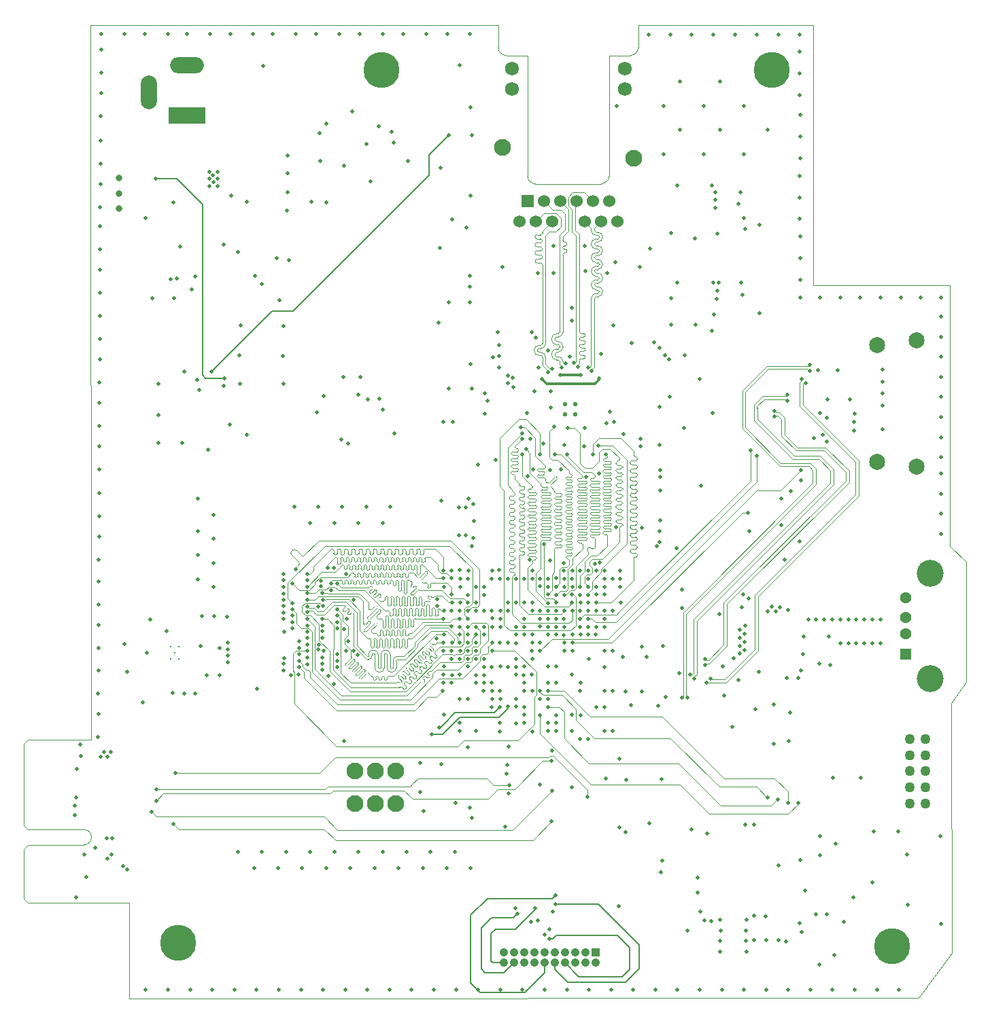
<source format=gbr>
G04 #@! TF.GenerationSoftware,KiCad,Pcbnew,(7.0.0)*
G04 #@! TF.CreationDate,2024-09-25T23:02:18+02:00*
G04 #@! TF.ProjectId,FPGA_dev_board,46504741-5f64-4657-965f-626f6172642e,rev?*
G04 #@! TF.SameCoordinates,Original*
G04 #@! TF.FileFunction,Copper,L3,Inr*
G04 #@! TF.FilePolarity,Positive*
%FSLAX46Y46*%
G04 Gerber Fmt 4.6, Leading zero omitted, Abs format (unit mm)*
G04 Created by KiCad (PCBNEW (7.0.0)) date 2024-09-25 23:02:18*
%MOMM*%
%LPD*%
G01*
G04 APERTURE LIST*
G04 #@! TA.AperFunction,ComponentPad*
%ADD10C,4.500000*%
G04 #@! TD*
G04 #@! TA.AperFunction,ComponentPad*
%ADD11C,0.300000*%
G04 #@! TD*
G04 #@! TA.AperFunction,ComponentPad*
%ADD12C,2.100000*%
G04 #@! TD*
G04 #@! TA.AperFunction,ComponentPad*
%ADD13R,1.530000X1.530000*%
G04 #@! TD*
G04 #@! TA.AperFunction,ComponentPad*
%ADD14C,1.530000*%
G04 #@! TD*
G04 #@! TA.AperFunction,ComponentPad*
%ADD15C,1.725000*%
G04 #@! TD*
G04 #@! TA.AperFunction,ComponentPad*
%ADD16R,4.600000X2.000000*%
G04 #@! TD*
G04 #@! TA.AperFunction,ComponentPad*
%ADD17O,4.200000X2.000000*%
G04 #@! TD*
G04 #@! TA.AperFunction,ComponentPad*
%ADD18O,2.000000X4.200000*%
G04 #@! TD*
G04 #@! TA.AperFunction,ComponentPad*
%ADD19R,1.060000X1.060000*%
G04 #@! TD*
G04 #@! TA.AperFunction,ComponentPad*
%ADD20C,1.060000*%
G04 #@! TD*
G04 #@! TA.AperFunction,ComponentPad*
%ADD21C,1.995000*%
G04 #@! TD*
G04 #@! TA.AperFunction,ComponentPad*
%ADD22C,1.270000*%
G04 #@! TD*
G04 #@! TA.AperFunction,ComponentPad*
%ADD23R,1.428000X1.428000*%
G04 #@! TD*
G04 #@! TA.AperFunction,ComponentPad*
%ADD24C,1.428000*%
G04 #@! TD*
G04 #@! TA.AperFunction,ComponentPad*
%ADD25C,3.346000*%
G04 #@! TD*
G04 #@! TA.AperFunction,ComponentPad*
%ADD26C,0.550000*%
G04 #@! TD*
G04 #@! TA.AperFunction,ViaPad*
%ADD27C,0.500000*%
G04 #@! TD*
G04 #@! TA.AperFunction,ViaPad*
%ADD28C,0.800000*%
G04 #@! TD*
G04 #@! TA.AperFunction,Conductor*
%ADD29C,0.350000*%
G04 #@! TD*
G04 #@! TA.AperFunction,Conductor*
%ADD30C,0.100000*%
G04 #@! TD*
G04 #@! TA.AperFunction,Conductor*
%ADD31C,0.150000*%
G04 #@! TD*
G04 #@! TA.AperFunction,Conductor*
%ADD32C,0.200000*%
G04 #@! TD*
G04 #@! TA.AperFunction,Profile*
%ADD33C,0.100000*%
G04 #@! TD*
G04 #@! TA.AperFunction,Profile*
%ADD34C,0.010000*%
G04 #@! TD*
G04 APERTURE END LIST*
D10*
X81640000Y-125240000D03*
D11*
X55420000Y-198590000D03*
X56420000Y-198590000D03*
X55920000Y-197840000D03*
X55420000Y-197090000D03*
X56420000Y-197090000D03*
D12*
X78370000Y-212590000D03*
X80910000Y-212590000D03*
X83450000Y-212590000D03*
D13*
X99833999Y-141559999D03*
D14*
X101866000Y-141560000D03*
X103898000Y-141560000D03*
X105930000Y-141560000D03*
X107962000Y-141560000D03*
X109994000Y-141560000D03*
X98818000Y-144100000D03*
X100850000Y-144100000D03*
X102882000Y-144100000D03*
X106946000Y-144100000D03*
X108978000Y-144100000D03*
X111010000Y-144100000D03*
D15*
X97889000Y-127590000D03*
X97889000Y-125050000D03*
X111939000Y-127590000D03*
X111939000Y-125050000D03*
D12*
X113069000Y-136230000D03*
X96759000Y-134830000D03*
D16*
X57459999Y-130879999D03*
D17*
X57459999Y-124579999D03*
D18*
X52659999Y-127979999D03*
D10*
X56360000Y-233980000D03*
D19*
X108279999Y-235229999D03*
D20*
X108280000Y-236500000D03*
X107010000Y-235230000D03*
X107010000Y-236500000D03*
X105740000Y-235230000D03*
X105740000Y-236500000D03*
X104470000Y-235230000D03*
X104470000Y-236500000D03*
X103200000Y-235230000D03*
X103200000Y-236500000D03*
X101930000Y-235230000D03*
X101930000Y-236500000D03*
X100660000Y-235230000D03*
X100660000Y-236500000D03*
X99390000Y-235230000D03*
X99390000Y-236500000D03*
X98120000Y-235230000D03*
X98120000Y-236500000D03*
X96850000Y-235230000D03*
X96850000Y-236500000D03*
D21*
X143370000Y-174020000D03*
X143370000Y-159520000D03*
X148320000Y-174620000D03*
X148320000Y-158920000D03*
D22*
X149400000Y-216620000D03*
X149400000Y-214620001D03*
X149400000Y-212620000D03*
X149400000Y-210619999D03*
X149400000Y-208620001D03*
X147399999Y-216620000D03*
X147399999Y-214620001D03*
X147399999Y-212620000D03*
X147399999Y-210619999D03*
X147399999Y-208620001D03*
D10*
X145270000Y-234470000D03*
D23*
X146969999Y-197979999D03*
D24*
X146970000Y-195480000D03*
X146970000Y-193480000D03*
X146970000Y-190980000D03*
D25*
X149970000Y-201050000D03*
X149970000Y-187910000D03*
D12*
X78370000Y-216680000D03*
X80910000Y-216680000D03*
X83450000Y-216680000D03*
D10*
X130270000Y-125210000D03*
D26*
X105795000Y-166885000D03*
X105795000Y-168135000D03*
X104545000Y-166885000D03*
X104545000Y-168135000D03*
D27*
X95407000Y-201600000D03*
X95432000Y-193575000D03*
X76650000Y-171250000D03*
X99407000Y-195600000D03*
X100382000Y-197625000D03*
X83260000Y-170490000D03*
X96432000Y-203575000D03*
X94444500Y-190637500D03*
X96432000Y-199575000D03*
X96432000Y-194625000D03*
X99382000Y-200625000D03*
X97407000Y-192600000D03*
X89070000Y-178860000D03*
X92470000Y-178610000D03*
X98400000Y-203610000D03*
X96307500Y-187560000D03*
X98432000Y-191575000D03*
X98407000Y-195600000D03*
X131070000Y-233680000D03*
X79780000Y-179670000D03*
X79750000Y-134420000D03*
X46760000Y-120740000D03*
X66910000Y-124690000D03*
X81780000Y-222670000D03*
X109620000Y-213490000D03*
X78780000Y-222670000D03*
X92700000Y-120740000D03*
X46660000Y-136900000D03*
X99432000Y-205575000D03*
X146102659Y-239860000D03*
X122984284Y-120810000D03*
X110432000Y-207625000D03*
X102407000Y-201600000D03*
X144060000Y-165540000D03*
X133770000Y-151340000D03*
X58990000Y-165110000D03*
X69502324Y-198512324D03*
X90407000Y-187575000D03*
X102432000Y-203625000D03*
X110420000Y-197590000D03*
X116240000Y-159800000D03*
X123480000Y-145600000D03*
X96432000Y-193650000D03*
X121040000Y-227740000D03*
X91382000Y-207625000D03*
X92950000Y-184560000D03*
X46620000Y-144700000D03*
X96130000Y-157900000D03*
X108210000Y-186790000D03*
X62450000Y-193370000D03*
X141780000Y-193670000D03*
X43647220Y-215858580D03*
X66105304Y-239860000D03*
X127450000Y-182660000D03*
X125675712Y-120810000D03*
X46550000Y-166690000D03*
X77780000Y-224670000D03*
X92700000Y-150890000D03*
X142810000Y-226460000D03*
X46590000Y-155890000D03*
X74810000Y-141680000D03*
X97450000Y-209560000D03*
X59160000Y-196990000D03*
X57829717Y-239860000D03*
X123860233Y-232471734D03*
X126920000Y-219250000D03*
X44930000Y-225790000D03*
X133960000Y-232640000D03*
X87220000Y-120740000D03*
X106432000Y-195600000D03*
X93407000Y-207575000D03*
X89407000Y-205575000D03*
X97407000Y-191600000D03*
X73754500Y-192076088D03*
X134130000Y-198030000D03*
X142780000Y-196670000D03*
X46690000Y-134030000D03*
X105387500Y-200577500D03*
X95432000Y-187625000D03*
X78950000Y-120740000D03*
X112010000Y-202720000D03*
X60780000Y-183670000D03*
X93190000Y-181410000D03*
X142780000Y-193670000D03*
X151280000Y-220730000D03*
X134390000Y-227450000D03*
X123780000Y-132670000D03*
X104410000Y-196590000D03*
X46570000Y-161290000D03*
X59270000Y-193240000D03*
X104407000Y-197600000D03*
X66770000Y-151900000D03*
X123690000Y-193050000D03*
X136291428Y-153560000D03*
X46590000Y-147570000D03*
X81780000Y-181670000D03*
X126780000Y-135670000D03*
X91432000Y-189630000D03*
X104432000Y-189625000D03*
X109382000Y-192575000D03*
X133770000Y-145957140D03*
X89370000Y-169106097D03*
X44620000Y-223000000D03*
X118490000Y-139630000D03*
X112080000Y-220210000D03*
X101130000Y-150490000D03*
X143780000Y-193670000D03*
X97407000Y-199600000D03*
X95432000Y-203575000D03*
X60020000Y-172550000D03*
X143780000Y-196670000D03*
X143795712Y-153560000D03*
X71780000Y-224670000D03*
X96300000Y-160890000D03*
X128220000Y-204900000D03*
X46560000Y-158760000D03*
X117490000Y-161310000D03*
X81820000Y-167550000D03*
X120292856Y-120810000D03*
X92720000Y-161880000D03*
X69440000Y-191230000D03*
X78220000Y-197610000D03*
X137780000Y-193670000D03*
X151360000Y-180531428D03*
X151330000Y-231620000D03*
X62820000Y-120740000D03*
X141372000Y-213448000D03*
X129580000Y-233690000D03*
X109432000Y-204625000D03*
X46640000Y-142300000D03*
X118517355Y-239860000D03*
X46760000Y-122670000D03*
X126690000Y-190610000D03*
X49630000Y-120740000D03*
X75780000Y-181670000D03*
X133750000Y-143780000D03*
X68863833Y-239860000D03*
X77470000Y-171810000D03*
X88173536Y-239860000D03*
X94444500Y-189637500D03*
X140450000Y-228330000D03*
X106407000Y-192600000D03*
X100419500Y-187612500D03*
X138180000Y-221610000D03*
X118780000Y-126670000D03*
X46730000Y-125540000D03*
X116320000Y-171980000D03*
X121780000Y-129670000D03*
X128070000Y-233690000D03*
X133750000Y-128340000D03*
X98382000Y-200600000D03*
X101966181Y-239860000D03*
X132550000Y-205290000D03*
X132310000Y-239860000D03*
X95432000Y-202600000D03*
X123400000Y-153710000D03*
X135068529Y-239860000D03*
X46520000Y-177990000D03*
X110530000Y-157030000D03*
X116727794Y-197046264D03*
X137510000Y-199400000D03*
X117050000Y-203380000D03*
X58000000Y-152520000D03*
X126080000Y-201200000D03*
X46500000Y-174960000D03*
X90880000Y-216580000D03*
X107483239Y-239860000D03*
X68130000Y-120740000D03*
X73780000Y-179670000D03*
X128730000Y-144520000D03*
X43717220Y-212328580D03*
X55380000Y-151290000D03*
X130540000Y-209220000D03*
X46410000Y-200050000D03*
X135720000Y-230490000D03*
X151340000Y-165975716D03*
X95850000Y-173840000D03*
X73530000Y-120740000D03*
X114120000Y-197130000D03*
X100407000Y-192600000D03*
X123820233Y-233791734D03*
X151340000Y-158471432D03*
X46670000Y-139430000D03*
X60780000Y-180670000D03*
X68920000Y-153880000D03*
X106407000Y-202600000D03*
X133750000Y-141088572D03*
X106432000Y-205625000D03*
X75365000Y-190030000D03*
X151360000Y-183032856D03*
X72415000Y-188830000D03*
X124034413Y-239860000D03*
X95410000Y-194600000D03*
X51920000Y-204050000D03*
X66184122Y-202325878D03*
X69440000Y-190455000D03*
X105070000Y-160960000D03*
X60780000Y-189670000D03*
X68780000Y-224670000D03*
X144070000Y-164030000D03*
X107432000Y-188625000D03*
X63780000Y-222670000D03*
X133750000Y-125648572D03*
X105320000Y-154840000D03*
X99432000Y-191625000D03*
X110241768Y-239860000D03*
X98432000Y-188600000D03*
X140585587Y-239860000D03*
X131058568Y-120810000D03*
X52460000Y-197860000D03*
X116780000Y-135670000D03*
X76780000Y-179670000D03*
X85415007Y-239860000D03*
X133750000Y-122957140D03*
X151360000Y-175528572D03*
X52900000Y-193730000D03*
X116780000Y-129670000D03*
X72950000Y-141640000D03*
X99407000Y-201600000D03*
X72780000Y-222670000D03*
X77139420Y-239860000D03*
X98070000Y-164730000D03*
X126650000Y-153210000D03*
X96290000Y-159530000D03*
X88490500Y-196085522D03*
X129780000Y-132670000D03*
X73639998Y-167850000D03*
X107419500Y-208612500D03*
X144070000Y-162530000D03*
X98407000Y-194600000D03*
X46540000Y-164160000D03*
X43627220Y-228318580D03*
X114910000Y-120810000D03*
X94500000Y-168040000D03*
X91432000Y-191600000D03*
X135780000Y-193670000D03*
X133770000Y-133528572D03*
X109382000Y-202575000D03*
X136250000Y-167950000D03*
X133770000Y-130837140D03*
X132060000Y-233810000D03*
X125340000Y-207070000D03*
X102430000Y-199583388D03*
X65690000Y-120740000D03*
X110830000Y-182220000D03*
X100457000Y-207650000D03*
X105330000Y-156450000D03*
X133790000Y-153560000D03*
X60290000Y-120740000D03*
X104724710Y-239860000D03*
X126090000Y-141860000D03*
X63760000Y-147890000D03*
X86780000Y-224670000D03*
X100432000Y-188625000D03*
X65780000Y-224670000D03*
X116990000Y-160730000D03*
X93680000Y-174410000D03*
X137330000Y-195840000D03*
X137827058Y-239860000D03*
X46490000Y-180860000D03*
X58780000Y-182670000D03*
X107444000Y-198611000D03*
X136150000Y-199190000D03*
X99870000Y-175870000D03*
X75780000Y-222670000D03*
X74380891Y-239860000D03*
X138780000Y-193670000D03*
X64090000Y-157070000D03*
X133770000Y-136220000D03*
X151300000Y-153560000D03*
X136160000Y-236720000D03*
X60780000Y-186670000D03*
X133750000Y-231540000D03*
X52160000Y-120740000D03*
X115960000Y-184530000D03*
X62040000Y-164590000D03*
X52312659Y-239860000D03*
X139970000Y-166270000D03*
X133910000Y-200020000D03*
X147220000Y-229230000D03*
X142950000Y-220100000D03*
X104380000Y-186680000D03*
X55071188Y-239860000D03*
X46500000Y-183390000D03*
X98457000Y-198575000D03*
X128367140Y-120810000D03*
X151340000Y-173480000D03*
X147130000Y-223040000D03*
X58780000Y-178670000D03*
X96420000Y-206590000D03*
X129551471Y-239860000D03*
X74760000Y-131930000D03*
X90932065Y-239860000D03*
X76400000Y-120740000D03*
X96420000Y-196560000D03*
X93080000Y-183530000D03*
X90390000Y-197605000D03*
X137200000Y-166250000D03*
X123220000Y-142370000D03*
X124136100Y-199520000D03*
X46390000Y-205450000D03*
X122680000Y-231290000D03*
X139780000Y-193670000D03*
X136780000Y-193670000D03*
X60860000Y-193290000D03*
X138500000Y-162670000D03*
X139780000Y-196670000D03*
X66780000Y-222670000D03*
X46360000Y-208320000D03*
X98382000Y-199625000D03*
X64079904Y-164357712D03*
X151340000Y-170978572D03*
X46710000Y-130940000D03*
X133750000Y-138397140D03*
X122780000Y-157699000D03*
X92780000Y-224670000D03*
X46570000Y-152970000D03*
X74821644Y-224669844D03*
X151340000Y-155970000D03*
X140780000Y-196670000D03*
X138780000Y-196670000D03*
X141294284Y-153560000D03*
X146297140Y-153560000D03*
X124350000Y-203210000D03*
X73829500Y-196829500D03*
X144060000Y-170030000D03*
X138792856Y-153560000D03*
X46380000Y-202920000D03*
X55750000Y-141690000D03*
X103382000Y-193625000D03*
X80310000Y-139100000D03*
X64920000Y-141610000D03*
X94540000Y-165510000D03*
X143344116Y-239860000D03*
X91407000Y-187550000D03*
X46530000Y-172090000D03*
X141780000Y-196670000D03*
X97350000Y-211850000D03*
X121780000Y-135670000D03*
X57070000Y-202970000D03*
X92670000Y-217180000D03*
X137880000Y-213448000D03*
X123830000Y-231120000D03*
X103070000Y-150520000D03*
X131130000Y-224360000D03*
X69490000Y-200055000D03*
X62010000Y-146930000D03*
X151340000Y-160972860D03*
X132360000Y-208830000D03*
X82780000Y-179670000D03*
X82656478Y-239860000D03*
X46460000Y-188990000D03*
X55030000Y-120740000D03*
X122880000Y-167970000D03*
X60588246Y-239860000D03*
X87780000Y-222670000D03*
X101370000Y-189590000D03*
X58780000Y-185670000D03*
X102650000Y-186340000D03*
X93407000Y-196600000D03*
X148798568Y-153560000D03*
X96340000Y-162320000D03*
X46600000Y-150100000D03*
X104420000Y-171980000D03*
X90390000Y-192590000D03*
X126792942Y-239860000D03*
X90780000Y-222670000D03*
X65930000Y-150890000D03*
X69860000Y-142730000D03*
X96407000Y-202600000D03*
X58420000Y-202930000D03*
X71000000Y-120740000D03*
X136040000Y-162660000D03*
X92770000Y-129900000D03*
X76165000Y-194030000D03*
X46430000Y-191860000D03*
X90540000Y-169096097D03*
X89821644Y-224669844D03*
X92720000Y-140860000D03*
X74490000Y-165830002D03*
X69780000Y-222670000D03*
X100407000Y-202600000D03*
X71622362Y-239860000D03*
X111394500Y-187612500D03*
X53860000Y-168230000D03*
X80780000Y-224670000D03*
X81820000Y-120740000D03*
X123820233Y-235131734D03*
X97072400Y-219550500D03*
X57420000Y-120740000D03*
X70565000Y-194030000D03*
X95407000Y-199600000D03*
X84350000Y-120740000D03*
X118780000Y-132670000D03*
X83180000Y-134290000D03*
X151340000Y-168477144D03*
X101382000Y-193625000D03*
X58780000Y-188670000D03*
X62920000Y-140870000D03*
X46520000Y-169560000D03*
X103407000Y-206600000D03*
X123780000Y-126670000D03*
X63996200Y-160810000D03*
X69490000Y-188830000D03*
X115758826Y-239860000D03*
X151360000Y-178030000D03*
X114090000Y-202690000D03*
X101230000Y-162290000D03*
X133770000Y-148648572D03*
X63346775Y-239860000D03*
X53890000Y-164350000D03*
X78780000Y-181670000D03*
X100407000Y-196625000D03*
X112810000Y-159250000D03*
X113000297Y-239860000D03*
X91432000Y-188590000D03*
X109720000Y-150540000D03*
X72794713Y-181642756D03*
X69490000Y-192830000D03*
X69990000Y-138120000D03*
X134780000Y-193670000D03*
X77240000Y-188030000D03*
X115630000Y-159140000D03*
X56140000Y-151240000D03*
X59890000Y-200680000D03*
X93110000Y-179300000D03*
X46440000Y-194390000D03*
X133800000Y-223690000D03*
X140780000Y-193670000D03*
X99394000Y-199586000D03*
X126780000Y-129670000D03*
X144020000Y-167030000D03*
X79897949Y-239860000D03*
X46470000Y-186260000D03*
X99432000Y-194625000D03*
X107030000Y-150310000D03*
X117710000Y-153629000D03*
X108960000Y-160600000D03*
X112090000Y-213660000D03*
X89830000Y-120740000D03*
X69950000Y-135910000D03*
X70794713Y-179642756D03*
X121275884Y-239860000D03*
X93430000Y-191590000D03*
X61500000Y-200640000D03*
X138070000Y-235550000D03*
X75750500Y-201725521D03*
X84780000Y-222670000D03*
X97407000Y-196600000D03*
X92432000Y-190625000D03*
X100840000Y-158540000D03*
X118440000Y-151709000D03*
X109408500Y-194601500D03*
X92407000Y-203600000D03*
X46410000Y-197260000D03*
X46740000Y-128070000D03*
X131450000Y-181940000D03*
X69950000Y-140450000D03*
X73980000Y-133110000D03*
X130520000Y-204290000D03*
X151340000Y-163474288D03*
X117601428Y-120810000D03*
X133750000Y-120810000D03*
X83780000Y-224670000D03*
X120240000Y-219870000D03*
X128630000Y-200230000D03*
X121370000Y-230090000D03*
X128690000Y-155529000D03*
X108810000Y-186559500D03*
X122190000Y-220360000D03*
X128060000Y-230660000D03*
X101382000Y-196625000D03*
X99400000Y-202580000D03*
X98432500Y-196632500D03*
X127370000Y-191120000D03*
X117700000Y-156919000D03*
X100407000Y-195575000D03*
X101361921Y-188633502D03*
X120730000Y-156959000D03*
X129520000Y-230680000D03*
X100419500Y-198612500D03*
X123030000Y-155729000D03*
X100432000Y-191600000D03*
X132080000Y-200990000D03*
X78760000Y-165680000D03*
X90450000Y-143860000D03*
X58690000Y-163800000D03*
X69410000Y-160860000D03*
D28*
X49000000Y-140660000D03*
D27*
X69450000Y-157130000D03*
X79030000Y-163510000D03*
X122930000Y-151719000D03*
X123190000Y-141380000D03*
X123450000Y-152699000D03*
X69450000Y-164360000D03*
X122840000Y-139620000D03*
X135480000Y-171090000D03*
D28*
X48980000Y-138700000D03*
D27*
X53130000Y-153680000D03*
X76920000Y-163480000D03*
X77980000Y-130410000D03*
X90040000Y-164914998D03*
X57100000Y-162820000D03*
X79950000Y-166270000D03*
X90000000Y-154170000D03*
D28*
X48960000Y-142470000D03*
D27*
X92875000Y-133315000D03*
X58440000Y-150970000D03*
X88950000Y-147420000D03*
X119050000Y-192280000D03*
X111270000Y-219580000D03*
X121850000Y-231200000D03*
X121420000Y-176990000D03*
X137070000Y-168570000D03*
X114120000Y-182270000D03*
X136570000Y-170650000D03*
X103432000Y-201600000D03*
X111280000Y-211020000D03*
X102610000Y-175050000D03*
X106920000Y-172130000D03*
X116340000Y-175890000D03*
X131870000Y-186230000D03*
X106432000Y-191575000D03*
X119400000Y-160730000D03*
X146040000Y-220120000D03*
X103970000Y-174980000D03*
X107166847Y-175888173D03*
X136220000Y-220750000D03*
X131460000Y-178610000D03*
X121290000Y-163740000D03*
X108770000Y-175520000D03*
X102407000Y-206600000D03*
X96725000Y-149790000D03*
X109407000Y-207600000D03*
X119110000Y-189950000D03*
X109432000Y-199625000D03*
X114690000Y-198380000D03*
X121040000Y-225870000D03*
X106394500Y-208587500D03*
X91350000Y-124590000D03*
X102750000Y-165290000D03*
X105330000Y-214590000D03*
X116150000Y-204430000D03*
X101407000Y-192600000D03*
X94890000Y-166410000D03*
X127020000Y-233760000D03*
X137100000Y-230490000D03*
X126510500Y-192160000D03*
X43470000Y-216919080D03*
X113880000Y-172150000D03*
X103369500Y-199587500D03*
X105407000Y-197600000D03*
X106388500Y-187601500D03*
X132580000Y-177660000D03*
X139230000Y-231380000D03*
X98432000Y-206625000D03*
X111710000Y-198320000D03*
X101407000Y-203600000D03*
X113810000Y-149780000D03*
X108407000Y-194600000D03*
X137130000Y-171540000D03*
X125490000Y-198540000D03*
X76980000Y-208860000D03*
X84990000Y-136540000D03*
X108407000Y-204600000D03*
X110432000Y-192625000D03*
X109432000Y-190600000D03*
X111760000Y-170550000D03*
X128020000Y-219270000D03*
X109382000Y-197575000D03*
X97460000Y-215380000D03*
X118700000Y-200410000D03*
X43440000Y-218090000D03*
X103400000Y-188560000D03*
X118420000Y-184800000D03*
X49950000Y-200220000D03*
X110432000Y-202625000D03*
X74000000Y-136590000D03*
X86440000Y-215230000D03*
X105382000Y-205575000D03*
X99800000Y-167990000D03*
X105407000Y-195575000D03*
X89000000Y-137380000D03*
X127080000Y-235140000D03*
X89070000Y-211730000D03*
X88730000Y-156710000D03*
X127070000Y-232440000D03*
X76990000Y-137160000D03*
X136230000Y-223080000D03*
X106432000Y-201575000D03*
X102883485Y-210012077D03*
X103432000Y-192575000D03*
X127100000Y-231120000D03*
X100570000Y-174970000D03*
X133580000Y-200990000D03*
X134230000Y-195830000D03*
X116350000Y-181350000D03*
X49640000Y-196790000D03*
X44200000Y-210760000D03*
X60220000Y-139680000D03*
X60190000Y-138780000D03*
X47540000Y-210800000D03*
X60710000Y-139210000D03*
X46030000Y-222110000D03*
X61210000Y-137880000D03*
X47100000Y-210250000D03*
X46670000Y-210800000D03*
X61220000Y-138750000D03*
X60680000Y-138310000D03*
X60190000Y-137880000D03*
X47980000Y-210240000D03*
X61250000Y-139650000D03*
X55850000Y-153680000D03*
X68620000Y-148660000D03*
X70160000Y-148930000D03*
X95407000Y-204600000D03*
X62800000Y-169370000D03*
X91407000Y-192600000D03*
X92920000Y-218440000D03*
X94382000Y-202575000D03*
X69465000Y-189630000D03*
X94432000Y-194625000D03*
X77215000Y-197630000D03*
X69490000Y-192030000D03*
X53870000Y-171700000D03*
X76165000Y-194830000D03*
X91407000Y-203600000D03*
X75765000Y-187280000D03*
X91407000Y-195600000D03*
X92407000Y-198600000D03*
X78650000Y-198070500D03*
X70565000Y-193230000D03*
X56870000Y-171670000D03*
X89440000Y-189630000D03*
X91407000Y-206600000D03*
X55690000Y-202860000D03*
X69490000Y-199230000D03*
X70565000Y-194830000D03*
X77310000Y-193580000D03*
X92420000Y-209610000D03*
X89390000Y-200580000D03*
X96350000Y-207640000D03*
X61470000Y-197240000D03*
X69490000Y-188030000D03*
X78194479Y-191229500D03*
X64880000Y-170650000D03*
X100075715Y-186239500D03*
X102720000Y-167280000D03*
X109710000Y-169270000D03*
X100350000Y-157880000D03*
X100740000Y-165240000D03*
X98030000Y-163530000D03*
X116250000Y-167200000D03*
X126920000Y-145030000D03*
X102380000Y-160170000D03*
X126740000Y-143640000D03*
X117710000Y-145510000D03*
X101820000Y-171780000D03*
X106950000Y-169840000D03*
X120710000Y-146220000D03*
X100200000Y-171190000D03*
X93400000Y-189610000D03*
X95407000Y-188600000D03*
X97420000Y-163270000D03*
X99432000Y-188625000D03*
X54930000Y-195180000D03*
X69490000Y-193605000D03*
X77480000Y-196450000D03*
X62490000Y-196600000D03*
X62490000Y-199060000D03*
X62490000Y-198190000D03*
X62490000Y-197390000D03*
X92130000Y-183200000D03*
X92432000Y-188625000D03*
X92120000Y-179720000D03*
X49449732Y-224401092D03*
X91340000Y-183190000D03*
X92502000Y-187610000D03*
X91330000Y-179740000D03*
X49944708Y-224896068D03*
X110080000Y-167760000D03*
X117530000Y-165970000D03*
X106990000Y-147120000D03*
X103100000Y-147150000D03*
X108710000Y-163670000D03*
X101600000Y-163740000D03*
X103910853Y-163238917D03*
X106420000Y-163190609D03*
X116370000Y-175040000D03*
X102407000Y-188600000D03*
X104407000Y-188625000D03*
X116390000Y-177600000D03*
X105407000Y-187600000D03*
X116300000Y-182700000D03*
X116320000Y-184020000D03*
X105382000Y-188625000D03*
X102407000Y-189625000D03*
X133710000Y-183940000D03*
X133910000Y-176370000D03*
X104382000Y-187600000D03*
X44137220Y-209318580D03*
X107280000Y-215780000D03*
X102394500Y-202587500D03*
X55960000Y-212850000D03*
X132300000Y-216600000D03*
X131000000Y-216120000D03*
X102419500Y-204612500D03*
X102860000Y-218890000D03*
X55770000Y-219190000D03*
X129720000Y-215910000D03*
X53597220Y-214888580D03*
X97570000Y-214350000D03*
X101420500Y-202593139D03*
X53047220Y-217668580D03*
X102407000Y-193600000D03*
X102870000Y-215030000D03*
X48022386Y-223003414D03*
X94432000Y-192625000D03*
X95407000Y-192600000D03*
X47492054Y-223533746D03*
X96407000Y-188600000D03*
X48137220Y-220958580D03*
X47437220Y-220958580D03*
X97407000Y-188600000D03*
X133580000Y-216570000D03*
X53597220Y-216308580D03*
X101407000Y-205600000D03*
X102840000Y-211330000D03*
X107845269Y-162755984D03*
X105603285Y-161696560D03*
X107364435Y-162275150D03*
X106084119Y-162177394D03*
X97420000Y-164240000D03*
X95570000Y-161060000D03*
X110790000Y-149150000D03*
X115090000Y-147450000D03*
X110910000Y-129730000D03*
X104090487Y-162284697D03*
X104571321Y-161803863D03*
X102867295Y-162446461D03*
X102386461Y-162927295D03*
X119060000Y-203480000D03*
X134960000Y-161980000D03*
X102382000Y-194600000D03*
X121990000Y-199340000D03*
X130587967Y-167719859D03*
X107432000Y-195600000D03*
X108357000Y-195550000D03*
X130587967Y-168419859D03*
X121990000Y-198640000D03*
X127300000Y-180370000D03*
X140540000Y-168020000D03*
X105407000Y-196600000D03*
X140510000Y-169040000D03*
X127630000Y-172650000D03*
X106369500Y-193637500D03*
X140460000Y-170150000D03*
X128400000Y-173320000D03*
X107369500Y-193637500D03*
X105382000Y-207575000D03*
X102590000Y-232300000D03*
X102560000Y-233480000D03*
X103310000Y-229200000D03*
X101930000Y-233020000D03*
X100280000Y-231390000D03*
X102382000Y-207575000D03*
X103320000Y-228060000D03*
X96449123Y-239860000D03*
X99207652Y-239860000D03*
X93690594Y-239860000D03*
X103407000Y-205603000D03*
X103382000Y-207575000D03*
X102980000Y-230070000D03*
X101130000Y-231200000D03*
X98340000Y-229710000D03*
X98550000Y-230400000D03*
X100800000Y-229670000D03*
X101421000Y-194586000D03*
X134950000Y-162680000D03*
X119760000Y-203480000D03*
X122631799Y-201041467D03*
X133954834Y-163694834D03*
X104382000Y-193625000D03*
X104407000Y-194600000D03*
X134485166Y-164225166D03*
X122101467Y-201571799D03*
X92230000Y-144840000D03*
X123650000Y-151750000D03*
X92650000Y-152180000D03*
X92690000Y-154160000D03*
X123230000Y-140450000D03*
X60490000Y-162790000D03*
X90030000Y-133310000D03*
X116550000Y-213630000D03*
X101390000Y-214280000D03*
X115010000Y-219130000D03*
X99432000Y-193625000D03*
X112760000Y-204360000D03*
X81380000Y-166220000D03*
X52280000Y-143650000D03*
X56560000Y-147180000D03*
X126400000Y-151700000D03*
X126360000Y-140420000D03*
X62130000Y-163620000D03*
X53510000Y-138720000D03*
X82910000Y-132920000D03*
X72440000Y-197630000D03*
X95420000Y-197560000D03*
X90415000Y-200605000D03*
X74315000Y-198455000D03*
X93407000Y-198600000D03*
X72440000Y-198430000D03*
X71365000Y-198030000D03*
X94407000Y-199600000D03*
X90407000Y-201600000D03*
X76165000Y-198830000D03*
X95440000Y-196577000D03*
X71365000Y-198830000D03*
X76165000Y-199630000D03*
X92395000Y-199580000D03*
X71365000Y-199630000D03*
X89250000Y-202590000D03*
X94440000Y-200605000D03*
X75040000Y-200760000D03*
X72415000Y-199255000D03*
X94430000Y-198600000D03*
X74315000Y-196030000D03*
X93394500Y-197587500D03*
X89394500Y-201612500D03*
X74315000Y-199230000D03*
X74440000Y-197630500D03*
X89407000Y-199575000D03*
X71290000Y-200520000D03*
X90407000Y-198600000D03*
X74315000Y-200005000D03*
X94432000Y-201600000D03*
X71365000Y-197230000D03*
X94419500Y-195587500D03*
X91415000Y-200555000D03*
X76140000Y-198005000D03*
X91420000Y-198590000D03*
X72440000Y-196830000D03*
X91432000Y-197625000D03*
X77020000Y-194850000D03*
X70360000Y-200650000D03*
X93382500Y-192605000D03*
X71365000Y-196430000D03*
X72390000Y-194430000D03*
X89394500Y-197587500D03*
X72390000Y-195230000D03*
X92432000Y-197600000D03*
X92432000Y-195600000D03*
X72415000Y-196030000D03*
X69540000Y-195230000D03*
X92407000Y-196625000D03*
X108407000Y-189600000D03*
X110610000Y-169050000D03*
X108394500Y-191612500D03*
X107990000Y-173110000D03*
X103382000Y-191625000D03*
X101910000Y-184290000D03*
X107382000Y-192600000D03*
X113920000Y-171160000D03*
X104394500Y-190637500D03*
X104790000Y-173130000D03*
X96432000Y-192625000D03*
X103369500Y-190637500D03*
X103250000Y-173130000D03*
X105394500Y-190612500D03*
X101400000Y-173130000D03*
X105394500Y-191612500D03*
X99160000Y-173150000D03*
X109560000Y-173100000D03*
X106394500Y-189612500D03*
X133930000Y-175050000D03*
X101407000Y-197600000D03*
X105408500Y-189598500D03*
X100400000Y-200590000D03*
X86440000Y-211550000D03*
X88820000Y-207160000D03*
X96407000Y-204600000D03*
X116580000Y-223750000D03*
X107382000Y-194625000D03*
X106382000Y-194650000D03*
X116470000Y-225220000D03*
X119740000Y-232450000D03*
X104382000Y-195625000D03*
X103446000Y-194614000D03*
X111220000Y-229430000D03*
X74360000Y-192030000D03*
X93432000Y-195600000D03*
X91419500Y-193587500D03*
X72415000Y-191230000D03*
X93440000Y-200605000D03*
X74293434Y-194480000D03*
X74293434Y-195180000D03*
X93440000Y-201575500D03*
X74315000Y-193630000D03*
X91419500Y-194612500D03*
X92444500Y-194637500D03*
X70590000Y-192455000D03*
X75370000Y-189230000D03*
X92400000Y-191590000D03*
X89394500Y-193587500D03*
X74315000Y-190430000D03*
X90394500Y-194587500D03*
X74381811Y-191230000D03*
X72440000Y-190430000D03*
X89419500Y-192587500D03*
X89419500Y-195587500D03*
X76160000Y-192420000D03*
X92419500Y-193587500D03*
X70565000Y-191630000D03*
X89394500Y-196587500D03*
X76165000Y-193230000D03*
X72390000Y-193630500D03*
X93432000Y-194625000D03*
X92432000Y-192625000D03*
X70965000Y-187405000D03*
X74940000Y-187280000D03*
X90407000Y-188575000D03*
X74152875Y-188880000D03*
X88557000Y-191200000D03*
X88557000Y-192000000D03*
X74152875Y-189580000D03*
X70570000Y-189230000D03*
X90394500Y-190562500D03*
X89365000Y-188555000D03*
X72390000Y-189630000D03*
X89394500Y-187587500D03*
X72415000Y-188030000D03*
X76170000Y-189230000D03*
X90426000Y-191591000D03*
X120112512Y-200562512D03*
X132215194Y-165717338D03*
X103407000Y-195600000D03*
X132215194Y-166417338D03*
X102432000Y-195575000D03*
X120607488Y-201057488D03*
X102394500Y-191637500D03*
X99670000Y-172470000D03*
X102382000Y-192625000D03*
X97432000Y-204575000D03*
X87930000Y-208050000D03*
X102407000Y-190600000D03*
X98995000Y-169785000D03*
X103120000Y-169700000D03*
X103410000Y-189600000D03*
X98432000Y-204575000D03*
X99407000Y-204600000D03*
X104432000Y-192625000D03*
X99190000Y-171220000D03*
X129760000Y-192650000D03*
X106382000Y-190625000D03*
X99190000Y-170480000D03*
X105407000Y-192600000D03*
X86890000Y-217540000D03*
X81290000Y-132210000D03*
X92900000Y-164930000D03*
X126880000Y-195480000D03*
X111407000Y-189600000D03*
X107407000Y-189625000D03*
X104810000Y-169790000D03*
X119290000Y-169800000D03*
X107394500Y-191612500D03*
X126290000Y-196000000D03*
X109407000Y-189600000D03*
X107432000Y-190625000D03*
X108630000Y-172020000D03*
X108407000Y-190600000D03*
X126870000Y-196470000D03*
X99432000Y-206600000D03*
X97240000Y-212960000D03*
X110407000Y-188625000D03*
X126300000Y-194970000D03*
X126910000Y-194460000D03*
X111407000Y-188600000D03*
X109407000Y-193600000D03*
X126300000Y-197970000D03*
X108382000Y-192600000D03*
X126870000Y-197480000D03*
X111432000Y-191600000D03*
X126270000Y-196980000D03*
X109432000Y-188600000D03*
X130260000Y-192130000D03*
X130750000Y-192650000D03*
X109432000Y-187575000D03*
X108407000Y-187575000D03*
X131260000Y-192160000D03*
X107407000Y-187575000D03*
X132270000Y-192490000D03*
X72421858Y-192780000D03*
X90419500Y-196612500D03*
X91407000Y-196575000D03*
X72421858Y-192080000D03*
X73790000Y-197430000D03*
D29*
X108710000Y-163840000D02*
X108710000Y-163670000D01*
X108200000Y-164350000D02*
X108710000Y-163840000D01*
X102210000Y-164350000D02*
X108200000Y-164350000D01*
X101600000Y-163740000D02*
X102210000Y-164350000D01*
X106371692Y-163238917D02*
X106420000Y-163190609D01*
X103910853Y-163238917D02*
X106371692Y-163238917D01*
D30*
X103080000Y-210740000D02*
X107280000Y-214940000D01*
X124350000Y-213520000D02*
X130620000Y-213520000D01*
X130620000Y-213520000D02*
X132260000Y-215160000D01*
X73980000Y-212850000D02*
X75910000Y-210920000D01*
X132260000Y-215160000D02*
X132260000Y-216580000D01*
X104437500Y-202587500D02*
X107670000Y-205820000D01*
X102430000Y-210920000D02*
X102610000Y-210740000D01*
X75910000Y-210920000D02*
X102430000Y-210920000D01*
X55960000Y-212850000D02*
X73980000Y-212850000D01*
X116650000Y-205820000D02*
X124350000Y-213520000D01*
X102394500Y-202587500D02*
X104437500Y-202587500D01*
X107280000Y-214940000D02*
X107280000Y-215780000D01*
X102610000Y-210740000D02*
X103080000Y-210740000D01*
X107670000Y-205820000D02*
X116650000Y-205820000D01*
X102419500Y-204612500D02*
X103752500Y-204612500D01*
X75960000Y-221230000D02*
X100520000Y-221230000D01*
X123890000Y-216910000D02*
X130170000Y-216910000D01*
X55770000Y-219190000D02*
X56428580Y-219848580D01*
X104390000Y-205250000D02*
X104390000Y-208560000D01*
X74578580Y-219848580D02*
X75960000Y-221230000D01*
X118640000Y-211660000D02*
X123890000Y-216910000D01*
X130170000Y-216910000D02*
X130990000Y-216090000D01*
X104390000Y-208560000D02*
X107490000Y-211660000D01*
X107490000Y-211660000D02*
X118640000Y-211660000D01*
X103752500Y-204612500D02*
X104390000Y-205250000D01*
X56428580Y-219848580D02*
X74578580Y-219848580D01*
X100520000Y-221230000D02*
X102860000Y-218890000D01*
X105890000Y-204850000D02*
X105890000Y-206210000D01*
X101420500Y-202593139D02*
X101420500Y-202730500D01*
X128370000Y-214550000D02*
X129760000Y-215940000D01*
X101420500Y-202730500D02*
X101830000Y-203140000D01*
X74750000Y-214780000D02*
X74990000Y-214540000D01*
X123700000Y-214550000D02*
X128370000Y-214550000D01*
X89590000Y-213480000D02*
X94780000Y-213480000D01*
X117660000Y-208510000D02*
X123700000Y-214550000D01*
X95630000Y-214330000D02*
X97550000Y-214330000D01*
X94780000Y-213480000D02*
X95630000Y-214330000D01*
X104180000Y-203140000D02*
X105890000Y-204850000D01*
X74990000Y-214540000D02*
X75050000Y-214540000D01*
X74641420Y-214888580D02*
X74750000Y-214780000D01*
X105890000Y-206210000D02*
X108190000Y-208510000D01*
X85180000Y-214540000D02*
X85490000Y-214230000D01*
X75050000Y-214540000D02*
X85180000Y-214540000D01*
X108190000Y-208510000D02*
X117660000Y-208510000D01*
X101830000Y-203140000D02*
X104180000Y-203140000D01*
X53597220Y-214888580D02*
X74641420Y-214888580D01*
X86240000Y-213480000D02*
X89590000Y-213480000D01*
X85490000Y-214230000D02*
X86240000Y-213480000D01*
X97550000Y-214330000D02*
X97570000Y-214350000D01*
X76160000Y-219950000D02*
X97950000Y-219950000D01*
X53047220Y-217668580D02*
X53668640Y-218290000D01*
X53668640Y-218290000D02*
X74500000Y-218290000D01*
X97950000Y-219950000D02*
X102870000Y-215030000D01*
X74500000Y-218290000D02*
X76160000Y-219950000D01*
X94920000Y-216090000D02*
X96150000Y-214860000D01*
X53597220Y-216308580D02*
X54497982Y-215407818D01*
X132310000Y-217900000D02*
X133600000Y-216610000D01*
X96150000Y-214860000D02*
X96170000Y-214840000D01*
X107700000Y-214260000D02*
X118820000Y-214260000D01*
X96170000Y-214840000D02*
X98210000Y-214840000D01*
X122460000Y-217900000D02*
X132310000Y-217900000D01*
X118820000Y-214260000D02*
X122460000Y-217900000D01*
X101720000Y-211330000D02*
X102840000Y-211330000D01*
X84470000Y-215050000D02*
X85260000Y-215840000D01*
X54497982Y-215407818D02*
X75302182Y-215407818D01*
X98210000Y-214840000D02*
X101720000Y-211330000D01*
X75302182Y-215407818D02*
X75660000Y-215050000D01*
X101407000Y-207967000D02*
X107700000Y-214260000D01*
X85510000Y-216090000D02*
X89950000Y-216090000D01*
X89950000Y-216090000D02*
X94920000Y-216090000D01*
X85260000Y-215840000D02*
X85510000Y-216090000D01*
X101407000Y-205600000D02*
X101407000Y-207967000D01*
X75660000Y-215050000D02*
X84470000Y-215050000D01*
X108581238Y-146663238D02*
X108381238Y-146663238D01*
X108381268Y-148813268D02*
X108581269Y-148813268D01*
X108168000Y-153700000D02*
X108168000Y-162235262D01*
X108168000Y-146876476D02*
X108168000Y-146900000D01*
X108381268Y-150513268D02*
X108581269Y-150513268D01*
X109194537Y-149426536D02*
X109194537Y-149450000D01*
X108381225Y-147113225D02*
X108581226Y-147113225D01*
X108168000Y-148576450D02*
X108168000Y-148600000D01*
X107845269Y-162557993D02*
X107845269Y-162755984D01*
X108381268Y-152213268D02*
X108581269Y-152213268D01*
X108581226Y-148363225D02*
X108381225Y-148363225D01*
X108581269Y-151763268D02*
X108381268Y-151763268D01*
X108581269Y-150063268D02*
X108381268Y-150063268D01*
X108168000Y-153676536D02*
X108168000Y-153700000D01*
X109194537Y-151126536D02*
X109194537Y-151150000D01*
X108581269Y-153463268D02*
X108381268Y-153463268D01*
X109194476Y-146026476D02*
X109194476Y-146050000D01*
X108168000Y-150276536D02*
X108168000Y-150300000D01*
X108168000Y-151976536D02*
X108168000Y-152000000D01*
X109194451Y-147726450D02*
X109194451Y-147750000D01*
X108168000Y-162235262D02*
X107845269Y-162557993D01*
X109194537Y-152826536D02*
X109194537Y-152850000D01*
X108984000Y-144110000D02*
X108168000Y-144926000D01*
X108168000Y-144926000D02*
X108168000Y-145200000D01*
X108381238Y-145413238D02*
X108581238Y-145413238D01*
X108168032Y-148600000D02*
G75*
G03*
X108381268Y-148813268I213268J0D01*
G01*
X109194532Y-149426536D02*
G75*
G03*
X108581269Y-148813268I-613232J36D01*
G01*
X108381268Y-153463200D02*
G75*
G03*
X108168000Y-153676536I32J-213300D01*
G01*
X108581269Y-151763237D02*
G75*
G03*
X109194537Y-151150000I31J613237D01*
G01*
X108168032Y-152000000D02*
G75*
G03*
X108381268Y-152213268I213268J0D01*
G01*
X109194532Y-152826536D02*
G75*
G03*
X108581269Y-152213268I-613232J36D01*
G01*
X108581269Y-150063237D02*
G75*
G03*
X109194537Y-149450000I31J613237D01*
G01*
X109194375Y-147726450D02*
G75*
G03*
X108581226Y-147113225I-613175J50D01*
G01*
X108381238Y-146663300D02*
G75*
G03*
X108168000Y-146876476I-38J-213200D01*
G01*
X109194532Y-151126536D02*
G75*
G03*
X108581269Y-150513268I-613232J36D01*
G01*
X108381268Y-151763200D02*
G75*
G03*
X108168000Y-151976536I32J-213300D01*
G01*
X108381225Y-148363200D02*
G75*
G03*
X108168000Y-148576450I-25J-213200D01*
G01*
X108581238Y-146663276D02*
G75*
G03*
X109194476Y-146050000I-38J613276D01*
G01*
X108581226Y-148363251D02*
G75*
G03*
X109194451Y-147750000I-26J613251D01*
G01*
X108581269Y-153463237D02*
G75*
G03*
X109194537Y-152850000I31J613237D01*
G01*
X108168032Y-150300000D02*
G75*
G03*
X108381268Y-150513268I213268J0D01*
G01*
X108167975Y-146900000D02*
G75*
G03*
X108381225Y-147113225I213225J0D01*
G01*
X108381268Y-150063200D02*
G75*
G03*
X108168000Y-150276536I32J-213300D01*
G01*
X108167962Y-145200000D02*
G75*
G03*
X108381238Y-145413238I213238J0D01*
G01*
X109194462Y-146026476D02*
G75*
G03*
X108581238Y-145413238I-613262J-24D01*
G01*
X105801276Y-161696560D02*
X105603285Y-161696560D01*
X106858000Y-140460000D02*
X105460000Y-140460000D01*
X104920000Y-142100000D02*
X105370000Y-142550000D01*
X105370000Y-142550000D02*
X105370000Y-145322844D01*
X107968000Y-141570000D02*
X106858000Y-140460000D01*
X104920000Y-141000000D02*
X104920000Y-142100000D01*
X105900000Y-161597836D02*
X105801276Y-161696560D01*
X105370000Y-145322844D02*
X105900000Y-145852844D01*
X105900000Y-145852844D02*
X105900000Y-161597836D01*
X105460000Y-140460000D02*
X104920000Y-141000000D01*
X108794537Y-151126536D02*
X108794537Y-151150000D01*
X107768000Y-150276536D02*
X107768000Y-150300000D01*
X107768000Y-148576450D02*
X107768000Y-148600000D01*
X108581226Y-147963225D02*
X108381225Y-147963225D01*
X108381268Y-150913268D02*
X108581269Y-150913268D01*
X108581238Y-146263238D02*
X108381238Y-146263238D01*
X108581269Y-149663268D02*
X108381268Y-149663268D01*
X107768000Y-153676536D02*
X107768000Y-153700000D01*
X108381238Y-145813238D02*
X108581238Y-145813238D01*
X108581269Y-153063268D02*
X108381268Y-153063268D01*
X108794451Y-147726450D02*
X108794451Y-147750000D01*
X107768000Y-153700000D02*
X107768000Y-162069576D01*
X108381268Y-152613268D02*
X108581269Y-152613268D01*
X107768000Y-162069576D02*
X107562426Y-162275150D01*
X108381268Y-149213268D02*
X108581269Y-149213268D01*
X107768000Y-144926000D02*
X107768000Y-145200000D01*
X108794537Y-149426536D02*
X108794537Y-149450000D01*
X108381225Y-147513225D02*
X108581226Y-147513225D01*
X108794476Y-146026476D02*
X108794476Y-146050000D01*
X106952000Y-144110000D02*
X107768000Y-144926000D01*
X108794537Y-152826536D02*
X108794537Y-152850000D01*
X107768000Y-146876476D02*
X107768000Y-146900000D01*
X107562426Y-162275150D02*
X107364435Y-162275150D01*
X107768000Y-151976536D02*
X107768000Y-152000000D01*
X108581269Y-151363268D02*
X108381268Y-151363268D01*
X108794375Y-147726450D02*
G75*
G03*
X108581226Y-147513225I-213175J50D01*
G01*
X107768032Y-152000000D02*
G75*
G03*
X108381268Y-152613268I613268J0D01*
G01*
X108381268Y-153063200D02*
G75*
G03*
X107768000Y-153676536I32J-613300D01*
G01*
X107768032Y-148600000D02*
G75*
G03*
X108381268Y-149213268I613268J0D01*
G01*
X108794462Y-146026476D02*
G75*
G03*
X108581238Y-145813238I-213262J-24D01*
G01*
X108381268Y-151363200D02*
G75*
G03*
X107768000Y-151976536I32J-613300D01*
G01*
X108581269Y-153063237D02*
G75*
G03*
X108794537Y-152850000I31J213237D01*
G01*
X107767962Y-145200000D02*
G75*
G03*
X108381238Y-145813238I613238J0D01*
G01*
X107767975Y-146900000D02*
G75*
G03*
X108381225Y-147513225I613225J0D01*
G01*
X108581269Y-151363237D02*
G75*
G03*
X108794537Y-151150000I31J213237D01*
G01*
X108794532Y-149426536D02*
G75*
G03*
X108581269Y-149213268I-213232J36D01*
G01*
X108381268Y-149663200D02*
G75*
G03*
X107768000Y-150276536I32J-613300D01*
G01*
X108381238Y-146263300D02*
G75*
G03*
X107768000Y-146876476I-38J-613200D01*
G01*
X107768032Y-150300000D02*
G75*
G03*
X108381268Y-150913268I613268J0D01*
G01*
X108581269Y-149663237D02*
G75*
G03*
X108794537Y-149450000I31J213237D01*
G01*
X108581226Y-147963251D02*
G75*
G03*
X108794451Y-147750000I-26J213251D01*
G01*
X108581238Y-146263276D02*
G75*
G03*
X108794476Y-146050000I-38J213276D01*
G01*
X108794532Y-152826536D02*
G75*
G03*
X108581269Y-152613268I-213232J36D01*
G01*
X108794532Y-151126536D02*
G75*
G03*
X108581269Y-150913268I-213232J36D01*
G01*
X108381225Y-147963200D02*
G75*
G03*
X107768000Y-148576450I-25J-613200D01*
G01*
X106822995Y-158035000D02*
X106525000Y-158035000D01*
X106084119Y-162177394D02*
X106084119Y-161979403D01*
X106525000Y-160285000D02*
X106823015Y-160285000D01*
X106084119Y-161979403D02*
X106300000Y-161763522D01*
X106823015Y-160735000D02*
X106525000Y-160735000D01*
X106823015Y-158935000D02*
X106525000Y-158935000D01*
X106300000Y-145687156D02*
X105770000Y-145157156D01*
X105770000Y-145157156D02*
X105770000Y-141970759D01*
X106525000Y-158485000D02*
X106822995Y-158485000D01*
X106300000Y-157810000D02*
X106300000Y-155510000D01*
X106525000Y-159385000D02*
X106823015Y-159385000D01*
X106525000Y-161185000D02*
X106823015Y-161185000D01*
X106300000Y-161763522D02*
X106300000Y-161410000D01*
X106300000Y-155510000D02*
X106300000Y-145687156D01*
X106823015Y-159835000D02*
X106525000Y-159835000D01*
X107048000Y-159160000D02*
G75*
G03*
X106823015Y-158935000I-225000J0D01*
G01*
X106823015Y-159385015D02*
G75*
G03*
X107048015Y-159160000I-15J225015D01*
G01*
X106300000Y-158710000D02*
G75*
G03*
X106525000Y-158935000I225000J0D01*
G01*
X107048000Y-160060000D02*
G75*
G03*
X106823015Y-159835000I-225000J0D01*
G01*
X106525000Y-161185000D02*
G75*
G03*
X106300000Y-161410000I0J-225000D01*
G01*
X106823015Y-161185015D02*
G75*
G03*
X107048015Y-160960000I-15J225015D01*
G01*
X106525000Y-158485000D02*
G75*
G03*
X106300000Y-158710000I0J-225000D01*
G01*
X106300000Y-159610000D02*
G75*
G03*
X106525000Y-159835000I225000J0D01*
G01*
X106823015Y-160285015D02*
G75*
G03*
X107048015Y-160060000I-15J225015D01*
G01*
X106525000Y-159385000D02*
G75*
G03*
X106300000Y-159610000I0J-225000D01*
G01*
X106525000Y-160285000D02*
G75*
G03*
X106300000Y-160510000I0J-225000D01*
G01*
X106822995Y-158484995D02*
G75*
G03*
X107047995Y-158260000I5J224995D01*
G01*
X106300000Y-160510000D02*
G75*
G03*
X106525000Y-160735000I225000J0D01*
G01*
X107048000Y-160960000D02*
G75*
G03*
X106823015Y-160735000I-225000J0D01*
G01*
X107048000Y-158260000D02*
G75*
G03*
X106822995Y-158035000I-225000J0D01*
G01*
X105936012Y-141570012D02*
G75*
G03*
X105770000Y-141970759I400788J-400788D01*
G01*
X106300000Y-157810000D02*
G75*
G03*
X106525000Y-158035000I225000J0D01*
G01*
X103440058Y-158080575D02*
X103640059Y-158080575D01*
X103990000Y-142680000D02*
X102982000Y-142680000D01*
X103839484Y-157881150D02*
X103839484Y-157730000D01*
X103839484Y-157730000D02*
X103839484Y-145757672D01*
X103839484Y-145757672D02*
X104510000Y-145087156D01*
X104510000Y-145087156D02*
X104510000Y-143200000D01*
X102840633Y-158831150D02*
X102840633Y-158680000D01*
X103839484Y-159781112D02*
X103839484Y-159630000D01*
X102982000Y-142680000D02*
X101872000Y-141570000D01*
X104090487Y-162086706D02*
X103839484Y-161835703D01*
X103440039Y-159980556D02*
X103640040Y-159980556D01*
X103839484Y-161835703D02*
X103839484Y-161530000D01*
X102840595Y-160731112D02*
X102840595Y-160580000D01*
X104510000Y-143200000D02*
X103990000Y-142680000D01*
X103640059Y-159430575D02*
X103440058Y-159430575D01*
X103640040Y-161330556D02*
X103440039Y-161330556D01*
X104090487Y-162284697D02*
X104090487Y-162086706D01*
X102840625Y-158831150D02*
G75*
G03*
X103440058Y-159430575I599475J50D01*
G01*
X103440058Y-158080533D02*
G75*
G03*
X102840633Y-158680000I42J-599467D01*
G01*
X103640040Y-159980584D02*
G75*
G03*
X103839484Y-159781112I-40J199484D01*
G01*
X103839444Y-161530000D02*
G75*
G03*
X103640040Y-161330556I-199444J0D01*
G01*
X103640059Y-158080584D02*
G75*
G03*
X103839484Y-157881150I41J199384D01*
G01*
X103839525Y-159630000D02*
G75*
G03*
X103640059Y-159430575I-199425J0D01*
G01*
X103440039Y-159980595D02*
G75*
G03*
X102840595Y-160580000I-39J-599405D01*
G01*
X102840544Y-160731112D02*
G75*
G03*
X103440039Y-161330556I599456J12D01*
G01*
X104239484Y-159630000D02*
X104239484Y-159781112D01*
X103240633Y-158680000D02*
X103240633Y-158831150D01*
X103640059Y-158480575D02*
X103440058Y-158480575D01*
X104239484Y-161530000D02*
X104239484Y-161670017D01*
X103440039Y-160930556D02*
X103640040Y-160930556D01*
X104239484Y-145923360D02*
X104239484Y-146430000D01*
X104464484Y-147555000D02*
X104534598Y-147555000D01*
X104534618Y-147105000D02*
X104464484Y-147105000D01*
X104239484Y-161670017D02*
X104373330Y-161803863D01*
X103440058Y-159030575D02*
X103640059Y-159030575D01*
X104239484Y-151918997D02*
X104239484Y-157881150D01*
X104373330Y-161803863D02*
X104571321Y-161803863D01*
X104464484Y-146655000D02*
X104534618Y-146655000D01*
X104534598Y-148005000D02*
X104464484Y-148005000D01*
X104239484Y-148230000D02*
X104239484Y-151918997D01*
X104910000Y-145252844D02*
X104239484Y-145923360D01*
X103640040Y-160380556D02*
X103440039Y-160380556D01*
X103904000Y-141570000D02*
X104910000Y-142576002D01*
X104910000Y-142576002D02*
X104910000Y-145252844D01*
X103240595Y-160580000D02*
X103240595Y-160731112D01*
X104759600Y-147780000D02*
G75*
G03*
X104534598Y-147555000I-225000J0D01*
G01*
X103640059Y-158480484D02*
G75*
G03*
X104239484Y-157881150I41J599384D01*
G01*
X104464484Y-147104984D02*
G75*
G03*
X104239484Y-147330000I16J-225016D01*
G01*
X104464484Y-148004984D02*
G75*
G03*
X104239484Y-148230000I16J-225016D01*
G01*
X104534618Y-147105018D02*
G75*
G03*
X104759618Y-146880000I-18J225018D01*
G01*
X104239500Y-147330000D02*
G75*
G03*
X104464484Y-147555000I225000J0D01*
G01*
X104239525Y-159630000D02*
G75*
G03*
X103640059Y-159030575I-599425J0D01*
G01*
X104239500Y-146430000D02*
G75*
G03*
X104464484Y-146655000I225000J0D01*
G01*
X104534598Y-148004998D02*
G75*
G03*
X104759598Y-147780000I2J224998D01*
G01*
X103440039Y-160380595D02*
G75*
G03*
X103240595Y-160580000I-39J-199405D01*
G01*
X104759600Y-146880000D02*
G75*
G03*
X104534618Y-146655000I-225000J0D01*
G01*
X103240725Y-158831150D02*
G75*
G03*
X103440058Y-159030575I199375J-50D01*
G01*
X103240544Y-160731112D02*
G75*
G03*
X103440039Y-160930556I199456J12D01*
G01*
X103640040Y-160380584D02*
G75*
G03*
X104239484Y-159781112I-40J599484D01*
G01*
X104239444Y-161530000D02*
G75*
G03*
X103640040Y-160930556I-599444J0D01*
G01*
X103440058Y-158480533D02*
G75*
G03*
X103240633Y-158680000I42J-199467D01*
G01*
X103340000Y-145380000D02*
X102542844Y-145380000D01*
X102090000Y-161006678D02*
X102090000Y-161010000D01*
X102090000Y-161867157D02*
X102669304Y-162446461D01*
X101043321Y-160156678D02*
X101043321Y-160160000D01*
X103430000Y-143070000D02*
X103990000Y-143630000D01*
X101466661Y-159933339D02*
X101266660Y-159933339D01*
X102669304Y-162446461D02*
X102867295Y-162446461D01*
X102090000Y-145832844D02*
X102090000Y-159310000D01*
X102090000Y-161010000D02*
X102090000Y-161867157D01*
X102542844Y-145380000D02*
X102090000Y-145832844D01*
X101896000Y-143070000D02*
X103430000Y-143070000D01*
X103990000Y-143630000D02*
X103990000Y-144730000D01*
X103990000Y-144730000D02*
X103340000Y-145380000D01*
X101266660Y-160383339D02*
X101466661Y-160383339D01*
X100856000Y-144110000D02*
X101896000Y-143070000D01*
X102090061Y-161006678D02*
G75*
G03*
X101466661Y-160383339I-623361J-22D01*
G01*
X101466661Y-159933300D02*
G75*
G03*
X102090000Y-159310000I39J623300D01*
G01*
X101266660Y-159933321D02*
G75*
G03*
X101043321Y-160156678I40J-223379D01*
G01*
X101043361Y-160160000D02*
G75*
G03*
X101266660Y-160383339I223339J0D01*
G01*
X101690000Y-145308000D02*
X101690000Y-145500000D01*
X101690000Y-161010000D02*
X101690000Y-162032843D01*
X101020758Y-149250000D02*
X101440000Y-149250000D01*
X101440000Y-148750000D02*
X101020758Y-148750000D01*
X101690000Y-161006678D02*
X101690000Y-161010000D01*
X101440000Y-146750000D02*
X101020752Y-146750000D01*
X101690000Y-154610721D02*
X101690000Y-159310000D01*
X101020752Y-147250000D02*
X101440000Y-147250000D01*
X101466661Y-159533339D02*
X101266660Y-159533339D01*
X101690000Y-149500000D02*
X101690000Y-154610721D01*
X101440000Y-147750000D02*
X101020751Y-147750000D01*
X102386461Y-162729304D02*
X102386461Y-162927295D01*
X101440000Y-145750000D02*
X101020751Y-145750000D01*
X101020751Y-146250000D02*
X101440000Y-146250000D01*
X101266660Y-160783339D02*
X101466661Y-160783339D01*
X100643321Y-160156678D02*
X100643321Y-160160000D01*
X101690000Y-162032843D02*
X102386461Y-162729304D01*
X102432540Y-144565461D02*
X101690000Y-145308000D01*
X101020751Y-148250000D02*
X101440000Y-148250000D01*
X100770800Y-149000000D02*
G75*
G03*
X101020758Y-149250000I250000J0D01*
G01*
X101690000Y-146500000D02*
G75*
G03*
X101440000Y-146250000I-250000J0D01*
G01*
X100770700Y-146000000D02*
G75*
G03*
X101020751Y-146250000I250000J0D01*
G01*
X101020751Y-145750051D02*
G75*
G03*
X100770751Y-146000000I-51J-249949D01*
G01*
X100770700Y-148000000D02*
G75*
G03*
X101020751Y-148250000I250000J0D01*
G01*
X101466661Y-159533300D02*
G75*
G03*
X101690000Y-159310000I39J223300D01*
G01*
X101266660Y-159533321D02*
G75*
G03*
X100643321Y-160156678I40J-623379D01*
G01*
X101440000Y-147750000D02*
G75*
G03*
X101690000Y-147500000I0J250000D01*
G01*
X101690000Y-148500000D02*
G75*
G03*
X101440000Y-148250000I-250000J0D01*
G01*
X100643361Y-160160000D02*
G75*
G03*
X101266660Y-160783339I623339J0D01*
G01*
X101440000Y-146750000D02*
G75*
G03*
X101690000Y-146500000I0J250000D01*
G01*
X101440000Y-148750000D02*
G75*
G03*
X101690000Y-148500000I0J250000D01*
G01*
X101690000Y-149500000D02*
G75*
G03*
X101440000Y-149250000I-250000J0D01*
G01*
X101020752Y-146749952D02*
G75*
G03*
X100770752Y-147000000I48J-250048D01*
G01*
X100770800Y-147000000D02*
G75*
G03*
X101020752Y-147250000I250000J0D01*
G01*
X101020751Y-147750051D02*
G75*
G03*
X100770751Y-148000000I-51J-249949D01*
G01*
X101020758Y-148749958D02*
G75*
G03*
X100770758Y-149000000I42J-250042D01*
G01*
X101690061Y-161006678D02*
G75*
G03*
X101466661Y-160783339I-223361J-22D01*
G01*
X101690000Y-147500000D02*
G75*
G03*
X101440000Y-147250000I-250000J0D01*
G01*
X101440000Y-145750000D02*
G75*
G03*
X101690000Y-145500000I0J250000D01*
G01*
X134960000Y-161980000D02*
X134850000Y-162090000D01*
X126580000Y-169942844D02*
X131227156Y-174590000D01*
X119210000Y-192827156D02*
X119210000Y-203330000D01*
X134897156Y-174590000D02*
X135360000Y-175052844D01*
X135360000Y-176677156D02*
X119210000Y-192827156D01*
X134850000Y-162090000D02*
X129677156Y-162090000D01*
X119210000Y-203330000D02*
X119060000Y-203480000D01*
X135360000Y-175052844D02*
X135360000Y-176677156D01*
X131227156Y-174590000D02*
X134897156Y-174590000D01*
X129677156Y-162090000D02*
X126580000Y-165187156D01*
X126580000Y-165187156D02*
X126580000Y-169942844D01*
X124670000Y-191772844D02*
X139870000Y-176572844D01*
X130737967Y-167869859D02*
X130587967Y-167719859D01*
X139870000Y-175177156D02*
X136942844Y-172250000D01*
X131860000Y-170667156D02*
X131860000Y-168567156D01*
X131162703Y-167869859D02*
X130737967Y-167869859D01*
X139870000Y-176572844D02*
X139870000Y-175177156D01*
X122140000Y-199190000D02*
X122502844Y-199190000D01*
X131860000Y-168567156D02*
X131162703Y-167869859D01*
X121990000Y-199340000D02*
X122140000Y-199190000D01*
X124670000Y-197022844D02*
X124670000Y-191772844D01*
X136942844Y-172250000D02*
X133442844Y-172250000D01*
X122502844Y-199190000D02*
X124670000Y-197022844D01*
X133442844Y-172250000D02*
X131860000Y-170667156D01*
X124270000Y-191607156D02*
X139470000Y-176407156D01*
X139470000Y-175342844D02*
X136777156Y-172650000D01*
X122140000Y-198790000D02*
X122337156Y-198790000D01*
X133277156Y-172650000D02*
X131460000Y-170832844D01*
X121990000Y-198640000D02*
X122140000Y-198790000D01*
X139470000Y-176407156D02*
X139470000Y-175342844D01*
X136777156Y-172650000D02*
X133277156Y-172650000D01*
X122337156Y-198790000D02*
X124270000Y-196857156D01*
X124270000Y-196857156D02*
X124270000Y-191607156D01*
X130737967Y-168269859D02*
X130587967Y-168419859D01*
X130997015Y-168269859D02*
X130737967Y-168269859D01*
X131460000Y-170832844D02*
X131460000Y-168732844D01*
X131460000Y-168732844D02*
X130997015Y-168269859D01*
X105407000Y-196600000D02*
X110370000Y-196600000D01*
X126600000Y-180370000D02*
X127300000Y-180370000D01*
X110370000Y-196600000D02*
X126600000Y-180370000D01*
X127630000Y-176410000D02*
X127630000Y-172650000D01*
X106920000Y-193080000D02*
X107770000Y-193080000D01*
X110960000Y-193080000D02*
X111230000Y-192810000D01*
X107770000Y-193080000D02*
X110960000Y-193080000D01*
X106710000Y-193290000D02*
X106920000Y-193080000D01*
X111230000Y-192810000D02*
X127630000Y-176410000D01*
X106369500Y-193630500D02*
X106710000Y-193290000D01*
X106369500Y-193637500D02*
X106369500Y-193630500D01*
X110830000Y-194080000D02*
X128400000Y-176510000D01*
X107369500Y-193637500D02*
X107887500Y-193637500D01*
X108330000Y-194080000D02*
X110830000Y-194080000D01*
X128400000Y-176510000D02*
X128400000Y-173320000D01*
X107887500Y-193637500D02*
X108330000Y-194080000D01*
D31*
X112540000Y-237310000D02*
X111620000Y-238230000D01*
X103390000Y-233110000D02*
X111030000Y-233110000D01*
X112540000Y-234620000D02*
X112540000Y-237310000D01*
X103020000Y-233480000D02*
X103390000Y-233110000D01*
X111030000Y-233110000D02*
X112540000Y-234620000D01*
X106200000Y-238230000D02*
X104470000Y-236500000D01*
X111620000Y-238230000D02*
X106200000Y-238230000D01*
X102560000Y-233480000D02*
X103020000Y-233480000D01*
X104810000Y-238950000D02*
X103200000Y-237340000D01*
X103335167Y-229174833D02*
X108624833Y-229174833D01*
X103200000Y-237340000D02*
X103200000Y-236500000D01*
X113710000Y-237250000D02*
X112010000Y-238950000D01*
X112010000Y-238950000D02*
X104810000Y-238950000D01*
X108624833Y-229174833D02*
X113710000Y-234260000D01*
X103310000Y-229200000D02*
X103335167Y-229174833D01*
X113710000Y-234260000D02*
X113710000Y-237250000D01*
X92750000Y-239010000D02*
X92750000Y-230570000D01*
X93900000Y-240160000D02*
X92750000Y-239010000D01*
X101930000Y-237770000D02*
X99540000Y-240160000D01*
X102890000Y-228490000D02*
X103320000Y-228060000D01*
X101930000Y-236500000D02*
X101930000Y-237770000D01*
X94830000Y-228490000D02*
X102890000Y-228490000D01*
X99540000Y-240160000D02*
X93900000Y-240160000D01*
X92750000Y-230570000D02*
X94830000Y-228490000D01*
X94070000Y-236310000D02*
X94070000Y-232170000D01*
X94600000Y-231640000D02*
X95380000Y-230860000D01*
X95380000Y-230860000D02*
X97300000Y-230860000D01*
X98090000Y-230860000D02*
X98550000Y-230400000D01*
X94070000Y-237250000D02*
X94070000Y-236310000D01*
X94070000Y-232170000D02*
X94600000Y-231640000D01*
X96930000Y-237690000D02*
X94510000Y-237690000D01*
X94510000Y-237690000D02*
X94070000Y-237250000D01*
X97300000Y-230860000D02*
X98090000Y-230860000D01*
X98120000Y-236500000D02*
X96930000Y-237690000D01*
X100500000Y-230130000D02*
X100800000Y-229830000D01*
X96850000Y-236500000D02*
X95540000Y-236500000D01*
X100800000Y-229830000D02*
X100800000Y-229670000D01*
X95310000Y-236270000D02*
X95310000Y-232860000D01*
X98300000Y-232330000D02*
X100500000Y-230130000D01*
X95840000Y-232330000D02*
X98300000Y-232330000D01*
X95310000Y-232860000D02*
X95840000Y-232330000D01*
X95540000Y-236500000D02*
X95310000Y-236270000D01*
D30*
X135760000Y-174887156D02*
X135760000Y-176842844D01*
X135062844Y-174190000D02*
X135760000Y-174887156D01*
X135760000Y-176842844D02*
X119610000Y-192992844D01*
X129842844Y-162490000D02*
X126980000Y-165352844D01*
X131392844Y-174190000D02*
X135062844Y-174190000D01*
X126980000Y-169777156D02*
X131392844Y-174190000D01*
X126980000Y-165352844D02*
X126980000Y-169777156D01*
X119610000Y-192992844D02*
X119610000Y-203330000D01*
X134950000Y-162680000D02*
X134760000Y-162490000D01*
X134760000Y-162490000D02*
X129842844Y-162490000D01*
X119610000Y-203330000D02*
X119760000Y-203480000D01*
X140680000Y-178117156D02*
X128140000Y-190657156D01*
X122762131Y-201171799D02*
X122631799Y-201041467D01*
X133954834Y-163942323D02*
X133710000Y-164187157D01*
X128140000Y-190657156D02*
X128140000Y-197457156D01*
X124425357Y-201171799D02*
X122762131Y-201171799D01*
X128140000Y-197457156D02*
X124425357Y-201171799D01*
X133954834Y-163694834D02*
X133954834Y-163942323D01*
X140680000Y-174052844D02*
X140680000Y-178117156D01*
X133710000Y-164187157D02*
X133710000Y-167082844D01*
X133710000Y-167082844D02*
X140680000Y-174052844D01*
X128540000Y-190822844D02*
X128540000Y-197622844D01*
X134110000Y-166917156D02*
X141080000Y-173887156D01*
X134237677Y-164225166D02*
X134110000Y-164352843D01*
X141080000Y-178282844D02*
X128540000Y-190822844D01*
X134110000Y-164352843D02*
X134110000Y-166917156D01*
X124591045Y-201571799D02*
X122101467Y-201571799D01*
X141080000Y-173887156D02*
X141080000Y-178282844D01*
X128540000Y-197622844D02*
X124591045Y-201571799D01*
X134485166Y-164225166D02*
X134237677Y-164225166D01*
D32*
X68010000Y-155260000D02*
X70630000Y-155260000D01*
X70630000Y-155260000D02*
X87570000Y-138320000D01*
X60490000Y-162780000D02*
X68010000Y-155260000D01*
X60490000Y-162790000D02*
X60490000Y-162780000D01*
X87570000Y-135770000D02*
X90030000Y-133310000D01*
X87570000Y-138320000D02*
X87570000Y-135770000D01*
D31*
X56130000Y-138720000D02*
X53510000Y-138720000D01*
X59370000Y-163250000D02*
X59370000Y-141960000D01*
X62130000Y-163620000D02*
X59740000Y-163620000D01*
X59370000Y-141960000D02*
X56130000Y-138720000D01*
X59740000Y-163620000D02*
X59370000Y-163250000D01*
D30*
X70640000Y-197960000D02*
X70640000Y-200100000D01*
X76090000Y-209510000D02*
X91130000Y-209510000D01*
X72440000Y-197630000D02*
X70970000Y-197630000D01*
X70970000Y-197630000D02*
X70640000Y-197960000D01*
X100930000Y-203100000D02*
X100930000Y-200210000D01*
X70800000Y-200260000D02*
X70800000Y-204220000D01*
X100670000Y-206780000D02*
X100670000Y-203360000D01*
X70640000Y-200100000D02*
X70800000Y-200260000D01*
X98670000Y-208780000D02*
X100670000Y-206780000D01*
X100930000Y-200210000D02*
X98280000Y-197560000D01*
X98280000Y-197560000D02*
X95420000Y-197560000D01*
X70800000Y-204220000D02*
X76090000Y-209510000D01*
X100670000Y-203360000D02*
X100930000Y-203100000D01*
X91130000Y-209510000D02*
X91860000Y-208780000D01*
X91860000Y-208780000D02*
X98670000Y-208780000D01*
X94928500Y-197088500D02*
X94928500Y-197811500D01*
X71790000Y-199510000D02*
X72240000Y-199960000D01*
X71365000Y-198830000D02*
X71765000Y-199230000D01*
X72240000Y-199960000D02*
X72530000Y-199960000D01*
X71790000Y-199250000D02*
X71790000Y-199510000D01*
X94928500Y-197088500D02*
X95440000Y-196577000D01*
X85650000Y-204320000D02*
X88870000Y-201100000D01*
X94690000Y-198050000D02*
X94260000Y-198050000D01*
X71770000Y-199230000D02*
X71790000Y-199250000D01*
X76180000Y-204320000D02*
X85650000Y-204320000D01*
X94928500Y-197811500D02*
X94690000Y-198050000D01*
X72530000Y-199960000D02*
X72770000Y-200200000D01*
X72770000Y-200200000D02*
X72770000Y-200910000D01*
X94260000Y-198050000D02*
X93960000Y-198350000D01*
X88870000Y-201100000D02*
X91320000Y-201100000D01*
X94890000Y-197127000D02*
X94928500Y-197088500D01*
X71765000Y-199230000D02*
X71770000Y-199230000D01*
X93960000Y-198900000D02*
X91760000Y-201100000D01*
X91760000Y-201100000D02*
X91320000Y-201100000D01*
X93960000Y-198350000D02*
X93960000Y-198900000D01*
X72770000Y-200910000D02*
X76180000Y-204320000D01*
X71410000Y-199630000D02*
X71365000Y-199630000D01*
X87430000Y-203360000D02*
X85780000Y-205010000D01*
X72000000Y-200220000D02*
X71410000Y-199630000D01*
X85780000Y-205010000D02*
X76050000Y-205010000D01*
X76050000Y-205010000D02*
X72000000Y-200960000D01*
X88480000Y-203360000D02*
X87430000Y-203360000D01*
X89250000Y-202590000D02*
X88480000Y-203360000D01*
X72000000Y-200960000D02*
X72000000Y-200220000D01*
X113501261Y-181645630D02*
X113501261Y-181704370D01*
X113280631Y-183925000D02*
X113060000Y-183925000D01*
X113060000Y-182425000D02*
X113280631Y-182425000D01*
X107990000Y-173110000D02*
X107990000Y-171860000D01*
X112839369Y-175425000D02*
X113060000Y-175425000D01*
X113060000Y-175925000D02*
X112839369Y-175925000D01*
X113499873Y-185644936D02*
X113499873Y-185705064D01*
X113499873Y-173639872D02*
X113499873Y-173705064D01*
X113060000Y-185425000D02*
X113279937Y-185425000D01*
X113060000Y-178425000D02*
X113280631Y-178425000D01*
X112618739Y-184145630D02*
X112618739Y-184204370D01*
X113501261Y-175645630D02*
X113501261Y-175704370D01*
X112618739Y-181145630D02*
X112618739Y-181204370D01*
X113501261Y-176645630D02*
X113501261Y-176704370D01*
X112839369Y-181425000D02*
X113060000Y-181425000D01*
X113280631Y-179925000D02*
X113060000Y-179925000D01*
X107990000Y-171860000D02*
X108720000Y-171130000D01*
X113060000Y-176425000D02*
X113280631Y-176425000D01*
X113280631Y-176925000D02*
X113060000Y-176925000D01*
X112839369Y-178425000D02*
X113060000Y-178425000D01*
X113279936Y-173925000D02*
X112839369Y-173925000D01*
X113501261Y-182645630D02*
X113501261Y-182704370D01*
X113280631Y-184925000D02*
X113060000Y-184925000D01*
X112618739Y-180145630D02*
X112618739Y-180204370D01*
X112618717Y-185145641D02*
X112618717Y-185204359D01*
X113060000Y-179925000D02*
X112839369Y-179925000D01*
X113501261Y-179645630D02*
X113501261Y-179704370D01*
X112839369Y-183425000D02*
X113060000Y-183425000D01*
X113060000Y-186200000D02*
X113060000Y-188790000D01*
X110237500Y-191612500D02*
X108394500Y-191612500D01*
X113060000Y-183425000D02*
X113280631Y-183425000D01*
X113280631Y-175925000D02*
X113060000Y-175925000D01*
X111460000Y-171130000D02*
X113060000Y-172730000D01*
X113501261Y-174645630D02*
X113501261Y-174704370D01*
X113060000Y-182925000D02*
X112839369Y-182925000D01*
X113501261Y-180645630D02*
X113501261Y-180704370D01*
X113060000Y-175425000D02*
X113280631Y-175425000D01*
X112839369Y-174425000D02*
X113060000Y-174425000D01*
X113280631Y-178925000D02*
X113060000Y-178925000D01*
X113060000Y-174925000D02*
X112839369Y-174925000D01*
X112839369Y-180425000D02*
X113060000Y-180425000D01*
X113279937Y-173925000D02*
X113279936Y-173925000D01*
X113501261Y-177645630D02*
X113501261Y-177704370D01*
X113280631Y-181925000D02*
X113060000Y-181925000D01*
X112618739Y-174145630D02*
X112618739Y-174204370D01*
X113060000Y-188790000D02*
X110237500Y-191612500D01*
X113060000Y-184425000D02*
X113280631Y-184425000D01*
X112839369Y-179425000D02*
X113060000Y-179425000D01*
X113060000Y-186144936D02*
X113060000Y-186200000D01*
X113279936Y-173419936D02*
X113279937Y-173419936D01*
X112618739Y-179145630D02*
X112618739Y-179204370D01*
X113060000Y-180925000D02*
X112839369Y-180925000D01*
X113501261Y-178645630D02*
X113501261Y-178704370D01*
X113060000Y-183925000D02*
X112839369Y-183925000D01*
X113060000Y-177425000D02*
X113280631Y-177425000D01*
X112839369Y-177425000D02*
X113060000Y-177425000D01*
X112618739Y-183145630D02*
X112618739Y-183204370D01*
X113279937Y-185925000D02*
X113279936Y-185925000D01*
X112839358Y-185425000D02*
X113060000Y-185425000D01*
X112618739Y-177145630D02*
X112618739Y-177204370D01*
X113060000Y-184925000D02*
X112839358Y-184925000D01*
X113060000Y-181925000D02*
X112839369Y-181925000D01*
X112618739Y-176145630D02*
X112618739Y-176204370D01*
X113060000Y-180425000D02*
X113280631Y-180425000D01*
X113060000Y-178925000D02*
X112839369Y-178925000D01*
X112839369Y-182425000D02*
X113060000Y-182425000D01*
X112618739Y-182145630D02*
X112618739Y-182204370D01*
X113280631Y-182925000D02*
X113060000Y-182925000D01*
X113501261Y-183645630D02*
X113501261Y-183704370D01*
X113060000Y-174425000D02*
X113280631Y-174425000D01*
X113060000Y-177925000D02*
X112839369Y-177925000D01*
X113501261Y-184645630D02*
X113501261Y-184704370D01*
X113280631Y-180925000D02*
X113060000Y-180925000D01*
X113280631Y-177925000D02*
X113060000Y-177925000D01*
X113060000Y-172730000D02*
X113060000Y-173200000D01*
X112839369Y-184425000D02*
X113060000Y-184425000D01*
X113060000Y-176925000D02*
X112839369Y-176925000D01*
X113060000Y-181425000D02*
X113280631Y-181425000D01*
X112618739Y-175145630D02*
X112618739Y-175204370D01*
X112618739Y-178145630D02*
X112618739Y-178204370D01*
X113280631Y-174925000D02*
X113060000Y-174925000D01*
X113060000Y-179425000D02*
X113280631Y-179425000D01*
X112839369Y-176425000D02*
X113060000Y-176425000D01*
X108720000Y-171130000D02*
X111460000Y-171130000D01*
X112839358Y-184924917D02*
G75*
G03*
X112618717Y-185145641I42J-220683D01*
G01*
X113280631Y-180925061D02*
G75*
G03*
X113501261Y-180704370I-31J220661D01*
G01*
X112618800Y-180204370D02*
G75*
G03*
X112839369Y-180425000I220600J-30D01*
G01*
X112839369Y-174924939D02*
G75*
G03*
X112618739Y-175145630I31J-220661D01*
G01*
X112618800Y-176204370D02*
G75*
G03*
X112839369Y-176425000I220600J-30D01*
G01*
X112839369Y-181924939D02*
G75*
G03*
X112618739Y-182145630I31J-220661D01*
G01*
X112618800Y-179204370D02*
G75*
G03*
X112839369Y-179425000I220600J-30D01*
G01*
X113280631Y-175925061D02*
G75*
G03*
X113501261Y-175704370I-31J220661D01*
G01*
X113279936Y-185925000D02*
G75*
G03*
X113060000Y-186144936I-36J-219900D01*
G01*
X113501200Y-174645630D02*
G75*
G03*
X113280631Y-174425000I-220600J30D01*
G01*
X113499800Y-185644936D02*
G75*
G03*
X113279937Y-185425000I-219900J36D01*
G01*
X112618800Y-181204370D02*
G75*
G03*
X112839369Y-181425000I220600J-30D01*
G01*
X112839369Y-180924939D02*
G75*
G03*
X112618739Y-181145630I31J-220661D01*
G01*
X113499864Y-173639872D02*
G75*
G03*
X113279937Y-173419936I-219964J-28D01*
G01*
X112618800Y-182204370D02*
G75*
G03*
X112839369Y-182425000I220600J-30D01*
G01*
X112839369Y-182924939D02*
G75*
G03*
X112618739Y-183145630I31J-220661D01*
G01*
X112618800Y-184204370D02*
G75*
G03*
X112839369Y-184425000I220600J-30D01*
G01*
X113280631Y-177925061D02*
G75*
G03*
X113501261Y-177704370I-31J220661D01*
G01*
X113279937Y-173925073D02*
G75*
G03*
X113499873Y-173705064I-37J219973D01*
G01*
X112618800Y-183204370D02*
G75*
G03*
X112839369Y-183425000I220600J-30D01*
G01*
X112839369Y-176924939D02*
G75*
G03*
X112618739Y-177145630I31J-220661D01*
G01*
X113501200Y-179645630D02*
G75*
G03*
X113280631Y-179425000I-220600J30D01*
G01*
X113501200Y-175645630D02*
G75*
G03*
X113280631Y-175425000I-220600J30D01*
G01*
X113501200Y-177645630D02*
G75*
G03*
X113280631Y-177425000I-220600J30D01*
G01*
X113059964Y-173200000D02*
G75*
G03*
X113279936Y-173419936I219936J0D01*
G01*
X113501200Y-180645630D02*
G75*
G03*
X113280631Y-180425000I-220600J30D01*
G01*
X112618800Y-185204359D02*
G75*
G03*
X112839358Y-185425000I220600J-41D01*
G01*
X112839369Y-177924939D02*
G75*
G03*
X112618739Y-178145630I31J-220661D01*
G01*
X113501200Y-183645630D02*
G75*
G03*
X113280631Y-183425000I-220600J30D01*
G01*
X112839369Y-178924939D02*
G75*
G03*
X112618739Y-179145630I31J-220661D01*
G01*
X113280631Y-181925061D02*
G75*
G03*
X113501261Y-181704370I-31J220661D01*
G01*
X112618800Y-178204370D02*
G75*
G03*
X112839369Y-178425000I220600J-30D01*
G01*
X113280631Y-179925061D02*
G75*
G03*
X113501261Y-179704370I-31J220661D01*
G01*
X112839369Y-183924939D02*
G75*
G03*
X112618739Y-184145630I31J-220661D01*
G01*
X112618800Y-175204370D02*
G75*
G03*
X112839369Y-175425000I220600J-30D01*
G01*
X112839369Y-175924939D02*
G75*
G03*
X112618739Y-176145630I31J-220661D01*
G01*
X113280631Y-183925061D02*
G75*
G03*
X113501261Y-183704370I-31J220661D01*
G01*
X113280631Y-182925061D02*
G75*
G03*
X113501261Y-182704370I-31J220661D01*
G01*
X113501200Y-184645630D02*
G75*
G03*
X113280631Y-184425000I-220600J30D01*
G01*
X113501200Y-182645630D02*
G75*
G03*
X113280631Y-182425000I-220600J30D01*
G01*
X113501200Y-176645630D02*
G75*
G03*
X113280631Y-176425000I-220600J30D01*
G01*
X113280631Y-174925061D02*
G75*
G03*
X113501261Y-174704370I-31J220661D01*
G01*
X113280631Y-176925061D02*
G75*
G03*
X113501261Y-176704370I-31J220661D01*
G01*
X113280631Y-184925061D02*
G75*
G03*
X113501261Y-184704370I-31J220661D01*
G01*
X112618800Y-174204370D02*
G75*
G03*
X112839369Y-174425000I220600J-30D01*
G01*
X112839369Y-173924939D02*
G75*
G03*
X112618739Y-174145630I31J-220661D01*
G01*
X113501200Y-181645630D02*
G75*
G03*
X113280631Y-181425000I-220600J30D01*
G01*
X113280631Y-178925061D02*
G75*
G03*
X113501261Y-178704370I-31J220661D01*
G01*
X112618800Y-177204370D02*
G75*
G03*
X112839369Y-177425000I220600J-30D01*
G01*
X112839369Y-179924939D02*
G75*
G03*
X112618739Y-180145630I31J-220661D01*
G01*
X113501200Y-178645630D02*
G75*
G03*
X113280631Y-178425000I-220600J30D01*
G01*
X113279937Y-185925073D02*
G75*
G03*
X113499873Y-185705064I-37J219973D01*
G01*
X101910000Y-184290000D02*
X101910000Y-190820000D01*
X103382000Y-191432000D02*
X103382000Y-191625000D01*
X101910000Y-190820000D02*
X102160000Y-191070000D01*
X103020000Y-191070000D02*
X103382000Y-191432000D01*
X102160000Y-191070000D02*
X103020000Y-191070000D01*
X107776090Y-184835000D02*
X107776091Y-184835000D01*
X107795000Y-176455000D02*
X108095000Y-176455000D01*
X108270000Y-184730000D02*
X108165000Y-184835000D01*
X108270000Y-183630000D02*
X108270000Y-183812481D01*
X108745000Y-177505000D02*
X108270000Y-177505000D01*
X108745000Y-179605000D02*
X108270000Y-179605000D01*
X108745000Y-183105000D02*
X108270000Y-183105000D01*
X108270000Y-179955000D02*
X108745000Y-179955000D01*
X108270000Y-180305000D02*
X107795000Y-180305000D01*
X108270000Y-183812481D02*
X108270000Y-184730000D01*
X108745000Y-176805000D02*
X108270000Y-176805000D01*
X107795000Y-178555000D02*
X108270000Y-178555000D01*
X107795000Y-182755000D02*
X108270000Y-182755000D01*
X107795000Y-182055000D02*
X108270000Y-182055000D01*
X107795000Y-177155000D02*
X108270000Y-177155000D01*
X108270000Y-179255000D02*
X108745000Y-179255000D01*
X108270000Y-183105000D02*
X107795000Y-183105000D01*
X107795000Y-179955000D02*
X108270000Y-179955000D01*
X107336921Y-185173646D02*
X107387182Y-185223907D01*
X108270000Y-181355000D02*
X108745000Y-181355000D01*
X108745000Y-178905000D02*
X108270000Y-178905000D01*
X108745000Y-181005000D02*
X108270000Y-181005000D01*
X108745000Y-180305000D02*
X108270000Y-180305000D01*
X108270000Y-182755000D02*
X108745000Y-182755000D01*
X108270000Y-180655000D02*
X108745000Y-180655000D01*
X108745000Y-181705000D02*
X108270000Y-181705000D01*
X106800000Y-175320000D02*
X107810000Y-175320000D01*
X107336920Y-184784739D02*
X107336921Y-184784738D01*
X104612500Y-190637500D02*
X104394500Y-190637500D01*
X108270000Y-182055000D02*
X108745000Y-182055000D01*
X108270000Y-179605000D02*
X107795000Y-179605000D01*
X107387182Y-185612815D02*
X105890000Y-187110000D01*
X108270000Y-182405000D02*
X107795000Y-182405000D01*
X107795000Y-181355000D02*
X108270000Y-181355000D01*
X107795000Y-179255000D02*
X108270000Y-179255000D01*
X108745000Y-182405000D02*
X108270000Y-182405000D01*
X108745000Y-178205000D02*
X108270000Y-178205000D01*
X108270000Y-178905000D02*
X107795000Y-178905000D01*
X108270000Y-181705000D02*
X107795000Y-181705000D01*
X108270000Y-176805000D02*
X107795000Y-176805000D01*
X107810000Y-175320000D02*
X108270000Y-175780000D01*
X108270000Y-177505000D02*
X107795000Y-177505000D01*
X108270000Y-178205000D02*
X107795000Y-178205000D01*
X105890000Y-187110000D02*
X105890000Y-189820000D01*
X104790000Y-173130000D02*
X104790000Y-173310000D01*
X107795000Y-177855000D02*
X108270000Y-177855000D01*
X105620000Y-190090000D02*
X105160000Y-190090000D01*
X108270000Y-178555000D02*
X108745000Y-178555000D01*
X108095000Y-176105000D02*
X107795000Y-176105000D01*
X107795000Y-183455000D02*
X108095000Y-183455000D01*
X104790000Y-173310000D02*
X106800000Y-175320000D01*
X107387181Y-185612816D02*
X107387182Y-185612815D01*
X108270000Y-177855000D02*
X108745000Y-177855000D01*
X108270000Y-175780000D02*
X108270000Y-175930000D01*
X108270000Y-181005000D02*
X107795000Y-181005000D01*
X107776091Y-184835000D02*
X107725829Y-184784738D01*
X108095000Y-176455000D02*
X108745000Y-176455000D01*
X105890000Y-189820000D02*
X105620000Y-190090000D01*
X107795000Y-180655000D02*
X108270000Y-180655000D01*
X105160000Y-190090000D02*
X104612500Y-190637500D01*
X108270000Y-177155000D02*
X108745000Y-177155000D01*
X107795000Y-178205000D02*
G75*
G03*
X107620000Y-178380000I0J-175000D01*
G01*
X107620000Y-179780000D02*
G75*
G03*
X107795000Y-179955000I175000J0D01*
G01*
X107795000Y-178905000D02*
G75*
G03*
X107620000Y-179080000I0J-175000D01*
G01*
X107795000Y-181005000D02*
G75*
G03*
X107620000Y-181180000I0J-175000D01*
G01*
X107795000Y-179605000D02*
G75*
G03*
X107620000Y-179780000I0J-175000D01*
G01*
X108920000Y-179430000D02*
G75*
G03*
X108745000Y-179255000I-175000J0D01*
G01*
X107795000Y-177505000D02*
G75*
G03*
X107620000Y-177680000I0J-175000D01*
G01*
X108920000Y-182930000D02*
G75*
G03*
X108745000Y-182755000I-175000J0D01*
G01*
X107620000Y-182580000D02*
G75*
G03*
X107795000Y-182755000I175000J0D01*
G01*
X107620000Y-176280000D02*
G75*
G03*
X107795000Y-176455000I175000J0D01*
G01*
X108095000Y-176105000D02*
G75*
G03*
X108270000Y-175930000I0J175000D01*
G01*
X108920000Y-181530000D02*
G75*
G03*
X108745000Y-181355000I-175000J0D01*
G01*
X107620000Y-183280000D02*
G75*
G03*
X107795000Y-183455000I175000J0D01*
G01*
X108920000Y-180130000D02*
G75*
G03*
X108745000Y-179955000I-175000J0D01*
G01*
X108745000Y-183105000D02*
G75*
G03*
X108920000Y-182930000I0J175000D01*
G01*
X108270000Y-183630000D02*
G75*
G03*
X108095000Y-183455000I-175000J0D01*
G01*
X107795000Y-176805000D02*
G75*
G03*
X107620000Y-176980000I0J-175000D01*
G01*
X107620000Y-179080000D02*
G75*
G03*
X107795000Y-179255000I175000J0D01*
G01*
X107620000Y-181180000D02*
G75*
G03*
X107795000Y-181355000I175000J0D01*
G01*
X107620000Y-177680000D02*
G75*
G03*
X107795000Y-177855000I175000J0D01*
G01*
X108745000Y-178205000D02*
G75*
G03*
X108920000Y-178030000I0J175000D01*
G01*
X108745000Y-180305000D02*
G75*
G03*
X108920000Y-180130000I0J175000D01*
G01*
X108745000Y-178905000D02*
G75*
G03*
X108920000Y-178730000I0J175000D01*
G01*
X108745000Y-179605000D02*
G75*
G03*
X108920000Y-179430000I0J175000D01*
G01*
X108745000Y-182405000D02*
G75*
G03*
X108920000Y-182230000I0J175000D01*
G01*
X107620000Y-181880000D02*
G75*
G03*
X107795000Y-182055000I175000J0D01*
G01*
X107725853Y-184784714D02*
G75*
G03*
X107336921Y-184784740I-194453J-194486D01*
G01*
X108920000Y-176630000D02*
G75*
G03*
X108745000Y-176455000I-175000J0D01*
G01*
X107795000Y-182405000D02*
G75*
G03*
X107620000Y-182580000I0J-175000D01*
G01*
X108920000Y-180830000D02*
G75*
G03*
X108745000Y-180655000I-175000J0D01*
G01*
X108745000Y-181005000D02*
G75*
G03*
X108920000Y-180830000I0J175000D01*
G01*
X108920000Y-182230000D02*
G75*
G03*
X108745000Y-182055000I-175000J0D01*
G01*
X107795000Y-183105000D02*
G75*
G03*
X107620000Y-183280000I0J-175000D01*
G01*
X107336929Y-184784746D02*
G75*
G03*
X107336921Y-185173646I194471J-194454D01*
G01*
X107795000Y-181705000D02*
G75*
G03*
X107620000Y-181880000I0J-175000D01*
G01*
X108745000Y-181705000D02*
G75*
G03*
X108920000Y-181530000I0J175000D01*
G01*
X107620000Y-178380000D02*
G75*
G03*
X107795000Y-178555000I175000J0D01*
G01*
X108745000Y-176805000D02*
G75*
G03*
X108920000Y-176630000I0J175000D01*
G01*
X107620000Y-180480000D02*
G75*
G03*
X107795000Y-180655000I175000J0D01*
G01*
X108920000Y-178030000D02*
G75*
G03*
X108745000Y-177855000I-175000J0D01*
G01*
X107387219Y-185612854D02*
G75*
G03*
X107387181Y-185223908I-194519J194454D01*
G01*
X108920000Y-177330000D02*
G75*
G03*
X108745000Y-177155000I-175000J0D01*
G01*
X107795000Y-176105000D02*
G75*
G03*
X107620000Y-176280000I0J-175000D01*
G01*
X107620000Y-176980000D02*
G75*
G03*
X107795000Y-177155000I175000J0D01*
G01*
X108745000Y-177505000D02*
G75*
G03*
X108920000Y-177330000I0J175000D01*
G01*
X107795000Y-180305000D02*
G75*
G03*
X107620000Y-180480000I0J-175000D01*
G01*
X107776091Y-184834999D02*
G75*
G03*
X108164999Y-184834999I194454J194454D01*
G01*
X108920000Y-178730000D02*
G75*
G03*
X108745000Y-178555000I-175000J0D01*
G01*
X106680000Y-182405000D02*
X106227729Y-182405000D01*
X106227729Y-178555000D02*
X106680000Y-178555000D01*
X106680000Y-179955000D02*
X107132271Y-179955000D01*
X106227712Y-182055000D02*
X106680000Y-182055000D01*
X107132271Y-177505000D02*
X106680000Y-177505000D01*
X106227729Y-179255000D02*
X106680000Y-179255000D01*
X106680000Y-178205000D02*
X106227729Y-178205000D01*
X106680000Y-180655000D02*
X107132288Y-180655000D01*
X107132271Y-183805000D02*
X106680000Y-183805000D01*
X106680000Y-183455000D02*
X107132271Y-183455000D01*
X107132271Y-178205000D02*
X106680000Y-178205000D01*
X104880000Y-187460000D02*
X104880000Y-189900000D01*
X105480000Y-186080000D02*
X105480000Y-186860000D01*
X106680000Y-177855000D02*
X107132271Y-177855000D01*
X106680000Y-180305000D02*
X106227712Y-180305000D01*
X106680000Y-177505000D02*
X106227729Y-177505000D01*
X106227729Y-177155000D02*
X106680000Y-177155000D01*
X103250000Y-173130000D02*
X104010000Y-173130000D01*
X106680000Y-182755000D02*
X107132288Y-182755000D01*
X106680000Y-181355000D02*
X107132271Y-181355000D01*
X106680000Y-176805000D02*
X106227729Y-176805000D01*
X106680000Y-179605000D02*
X106227712Y-179605000D01*
X106680000Y-178555000D02*
X107132271Y-178555000D01*
X103897000Y-190110000D02*
X103369500Y-190637500D01*
X107132271Y-181705000D02*
X106680000Y-181705000D01*
X106680000Y-177155000D02*
X107132271Y-177155000D01*
X107132288Y-182405000D02*
X106680000Y-182405000D01*
X106680000Y-184330000D02*
X106680000Y-184880000D01*
X106227712Y-181355000D02*
X106680000Y-181355000D01*
X107132271Y-180305000D02*
X106680000Y-180305000D01*
X106227729Y-177855000D02*
X106680000Y-177855000D01*
X106227712Y-183455000D02*
X106680000Y-183455000D01*
X106505000Y-176455000D02*
X107132271Y-176455000D01*
X106227695Y-184155000D02*
X106505000Y-184155000D01*
X106680000Y-179255000D02*
X107132288Y-179255000D01*
X106680000Y-183105000D02*
X106227712Y-183105000D01*
X107132288Y-181005000D02*
X106680000Y-181005000D01*
X105480000Y-186860000D02*
X104880000Y-187460000D01*
X106680000Y-182055000D02*
X107132288Y-182055000D01*
X106227729Y-176455000D02*
X106505000Y-176455000D01*
X107132271Y-176805000D02*
X106680000Y-176805000D01*
X104670000Y-190110000D02*
X103897000Y-190110000D01*
X107132271Y-178905000D02*
X106680000Y-178905000D01*
X106505000Y-176105000D02*
X106227729Y-176105000D01*
X104010000Y-173130000D02*
X106680000Y-175800000D01*
X106227712Y-179955000D02*
X106680000Y-179955000D01*
X106227729Y-182755000D02*
X106680000Y-182755000D01*
X106227712Y-180655000D02*
X106680000Y-180655000D01*
X106680000Y-181005000D02*
X106227712Y-181005000D01*
X107132288Y-179605000D02*
X106680000Y-179605000D01*
X106680000Y-178905000D02*
X106227729Y-178905000D01*
X107132288Y-183105000D02*
X106680000Y-183105000D01*
X106680000Y-183805000D02*
X106227695Y-183805000D01*
X104880000Y-189900000D02*
X104670000Y-190110000D01*
X106680000Y-175800000D02*
X106680000Y-175930000D01*
X106680000Y-184880000D02*
X105480000Y-186080000D01*
X106680000Y-181705000D02*
X106227712Y-181705000D01*
X107307300Y-176630000D02*
G75*
G03*
X107132271Y-176455000I-175000J0D01*
G01*
X106680000Y-184330000D02*
G75*
G03*
X106505000Y-184155000I-175000J0D01*
G01*
X106052700Y-183280000D02*
G75*
G03*
X106227712Y-183455000I175000J0D01*
G01*
X106505000Y-176105000D02*
G75*
G03*
X106680000Y-175930000I0J175000D01*
G01*
X107307300Y-178730000D02*
G75*
G03*
X107132271Y-178555000I-175000J0D01*
G01*
X107132271Y-183804971D02*
G75*
G03*
X107307271Y-183630000I29J174971D01*
G01*
X107132288Y-182404988D02*
G75*
G03*
X107307288Y-182230000I12J174988D01*
G01*
X106052700Y-181180000D02*
G75*
G03*
X106227712Y-181355000I175000J0D01*
G01*
X106227729Y-182405029D02*
G75*
G03*
X106052729Y-182580000I-29J-174971D01*
G01*
X107307300Y-182930000D02*
G75*
G03*
X107132288Y-182755000I-175000J0D01*
G01*
X106052700Y-180480000D02*
G75*
G03*
X106227712Y-180655000I175000J0D01*
G01*
X106052700Y-183980000D02*
G75*
G03*
X106227695Y-184155000I175000J0D01*
G01*
X106227712Y-180305012D02*
G75*
G03*
X106052712Y-180480000I-12J-174988D01*
G01*
X106227695Y-183804995D02*
G75*
G03*
X106052695Y-183980000I5J-175005D01*
G01*
X106052700Y-181880000D02*
G75*
G03*
X106227712Y-182055000I175000J0D01*
G01*
X107307300Y-183630000D02*
G75*
G03*
X107132271Y-183455000I-175000J0D01*
G01*
X107132271Y-178904971D02*
G75*
G03*
X107307271Y-178730000I29J174971D01*
G01*
X106052700Y-178380000D02*
G75*
G03*
X106227729Y-178555000I175000J0D01*
G01*
X107132271Y-178204971D02*
G75*
G03*
X107307271Y-178030000I29J174971D01*
G01*
X107307300Y-177330000D02*
G75*
G03*
X107132271Y-177155000I-175000J0D01*
G01*
X106227729Y-177505029D02*
G75*
G03*
X106052729Y-177680000I-29J-174971D01*
G01*
X107132288Y-181004988D02*
G75*
G03*
X107307288Y-180830000I12J174988D01*
G01*
X106052700Y-176280000D02*
G75*
G03*
X106227729Y-176455000I175000J0D01*
G01*
X106227729Y-176105029D02*
G75*
G03*
X106052729Y-176280000I-29J-174971D01*
G01*
X106052700Y-182580000D02*
G75*
G03*
X106227729Y-182755000I175000J0D01*
G01*
X106052700Y-179780000D02*
G75*
G03*
X106227712Y-179955000I175000J0D01*
G01*
X106052700Y-177680000D02*
G75*
G03*
X106227729Y-177855000I175000J0D01*
G01*
X107132288Y-179604988D02*
G75*
G03*
X107307288Y-179430000I12J174988D01*
G01*
X107307300Y-182230000D02*
G75*
G03*
X107132288Y-182055000I-175000J0D01*
G01*
X106227712Y-181005012D02*
G75*
G03*
X106052712Y-181180000I-12J-174988D01*
G01*
X106052700Y-176980000D02*
G75*
G03*
X106227729Y-177155000I175000J0D01*
G01*
X107132271Y-181704971D02*
G75*
G03*
X107307271Y-181530000I29J174971D01*
G01*
X106227729Y-178205029D02*
G75*
G03*
X106052729Y-178380000I-29J-174971D01*
G01*
X106227712Y-179605012D02*
G75*
G03*
X106052712Y-179780000I-12J-174988D01*
G01*
X106052700Y-179080000D02*
G75*
G03*
X106227729Y-179255000I175000J0D01*
G01*
X107307300Y-180130000D02*
G75*
G03*
X107132271Y-179955000I-175000J0D01*
G01*
X106227729Y-176805029D02*
G75*
G03*
X106052729Y-176980000I-29J-174971D01*
G01*
X107132271Y-180304971D02*
G75*
G03*
X107307271Y-180130000I29J174971D01*
G01*
X107132288Y-183104988D02*
G75*
G03*
X107307288Y-182930000I12J174988D01*
G01*
X106227712Y-183105012D02*
G75*
G03*
X106052712Y-183280000I-12J-174988D01*
G01*
X107307300Y-179430000D02*
G75*
G03*
X107132288Y-179255000I-175000J0D01*
G01*
X107132271Y-176804971D02*
G75*
G03*
X107307271Y-176630000I29J174971D01*
G01*
X107307300Y-180830000D02*
G75*
G03*
X107132288Y-180655000I-175000J0D01*
G01*
X107132271Y-177504971D02*
G75*
G03*
X107307271Y-177330000I29J174971D01*
G01*
X106227729Y-178905029D02*
G75*
G03*
X106052729Y-179080000I-29J-174971D01*
G01*
X106227712Y-181705012D02*
G75*
G03*
X106052712Y-181880000I-12J-174988D01*
G01*
X107307300Y-178030000D02*
G75*
G03*
X107132271Y-177855000I-175000J0D01*
G01*
X107307300Y-181530000D02*
G75*
G03*
X107132271Y-181355000I-175000J0D01*
G01*
X99660000Y-168750000D02*
X98750000Y-168750000D01*
X96410000Y-171090000D02*
X96410000Y-177120000D01*
X96910000Y-194350000D02*
X97650000Y-195090000D01*
X105880000Y-190950000D02*
X105542500Y-190612500D01*
X105880000Y-194430000D02*
X105880000Y-190950000D01*
X97650000Y-195090000D02*
X105220000Y-195090000D01*
X96410000Y-177120000D02*
X96910000Y-177620000D01*
X105542500Y-190612500D02*
X105394500Y-190612500D01*
X105220000Y-195090000D02*
X105880000Y-194430000D01*
X98750000Y-168750000D02*
X96410000Y-171090000D01*
X96910000Y-177620000D02*
X96910000Y-194350000D01*
X101400000Y-170490000D02*
X99660000Y-168750000D01*
X101400000Y-173130000D02*
X101400000Y-170490000D01*
X100440000Y-182240000D02*
X100819872Y-182240000D01*
X100440000Y-184240000D02*
X100060128Y-184240000D01*
X100060113Y-179040000D02*
X100440000Y-179040000D01*
X100819872Y-181840000D02*
X100440000Y-181840000D01*
X100440000Y-185040000D02*
X100060128Y-185040000D01*
X100060128Y-185440000D02*
X100440000Y-185440000D01*
X100060113Y-177440000D02*
X100240000Y-177440000D01*
X100440000Y-179840000D02*
X100819887Y-179840000D01*
X100060113Y-179840000D02*
X100440000Y-179840000D01*
X100440000Y-181040000D02*
X100060113Y-181040000D01*
X100440000Y-181440000D02*
X100819872Y-181440000D01*
X100819887Y-179440000D02*
X100440000Y-179440000D01*
X100060128Y-182240000D02*
X100440000Y-182240000D01*
X100240000Y-177840000D02*
X100060113Y-177840000D01*
X104927000Y-192080000D02*
X101970000Y-192080000D01*
X99160000Y-175820000D02*
X99160000Y-173150000D01*
X100440000Y-183440000D02*
X100060128Y-183440000D01*
X100440000Y-183840000D02*
X100819872Y-183840000D01*
X100440000Y-177240000D02*
X100440000Y-177100000D01*
X100060128Y-181440000D02*
X100440000Y-181440000D01*
X100060128Y-183040000D02*
X100440000Y-183040000D01*
X100440000Y-177100000D02*
X99160000Y-175820000D01*
X100440000Y-179440000D02*
X100060113Y-179440000D01*
X100819887Y-180240000D02*
X100440000Y-180240000D01*
X100440000Y-182640000D02*
X100060128Y-182640000D01*
X100440000Y-186700000D02*
X100440000Y-186440000D01*
X100440000Y-180240000D02*
X100060113Y-180240000D01*
X100060128Y-183840000D02*
X100440000Y-183840000D01*
X100440000Y-178240000D02*
X100819887Y-178240000D01*
X100440000Y-179040000D02*
X100819887Y-179040000D01*
X100819872Y-183440000D02*
X100440000Y-183440000D01*
X100060128Y-184640000D02*
X100440000Y-184640000D01*
X100819872Y-181040000D02*
X100440000Y-181040000D01*
X100819887Y-182640000D02*
X100440000Y-182640000D01*
X100060113Y-178240000D02*
X100440000Y-178240000D01*
X100060113Y-180640000D02*
X100440000Y-180640000D01*
X100440000Y-185440000D02*
X100819872Y-185440000D01*
X100440000Y-180640000D02*
X100819887Y-180640000D01*
X101970000Y-192080000D02*
X99850000Y-189960000D01*
X100440000Y-184640000D02*
X100819872Y-184640000D01*
X100819887Y-185840000D02*
X100440000Y-185840000D01*
X99850000Y-187290000D02*
X100440000Y-186700000D01*
X100440000Y-185840000D02*
X100060128Y-185840000D01*
X99850000Y-189960000D02*
X99850000Y-187290000D01*
X100819872Y-184240000D02*
X100440000Y-184240000D01*
X100440000Y-181840000D02*
X100060128Y-181840000D01*
X105394500Y-191612500D02*
X104927000Y-192080000D01*
X100440000Y-178640000D02*
X100060113Y-178640000D01*
X100440000Y-183040000D02*
X100819887Y-183040000D01*
X100640000Y-186240000D02*
X100819887Y-186240000D01*
X100819887Y-178640000D02*
X100440000Y-178640000D01*
X100819887Y-177840000D02*
X100240000Y-177840000D01*
X100819872Y-185040000D02*
X100440000Y-185040000D01*
X101019900Y-183640000D02*
G75*
G03*
X100819872Y-183440000I-200000J0D01*
G01*
X99860100Y-180840000D02*
G75*
G03*
X100060113Y-181040000I200000J0D01*
G01*
X100819887Y-178239987D02*
G75*
G03*
X101019887Y-178040000I13J199987D01*
G01*
X100819887Y-186239987D02*
G75*
G03*
X101019887Y-186040000I13J199987D01*
G01*
X100060128Y-185440028D02*
G75*
G03*
X99860128Y-185640000I-28J-199972D01*
G01*
X100060113Y-180640013D02*
G75*
G03*
X99860113Y-180840000I-13J-199987D01*
G01*
X101019900Y-178840000D02*
G75*
G03*
X100819887Y-178640000I-200000J0D01*
G01*
X101019900Y-181240000D02*
G75*
G03*
X100819872Y-181040000I-200000J0D01*
G01*
X99860100Y-184840000D02*
G75*
G03*
X100060128Y-185040000I200000J0D01*
G01*
X100060113Y-177440013D02*
G75*
G03*
X99860113Y-177640000I-13J-199987D01*
G01*
X101019900Y-184440000D02*
G75*
G03*
X100819872Y-184240000I-200000J0D01*
G01*
X100060113Y-178240013D02*
G75*
G03*
X99860113Y-178440000I-13J-199987D01*
G01*
X101019900Y-179640000D02*
G75*
G03*
X100819887Y-179440000I-200000J0D01*
G01*
X99860100Y-184040000D02*
G75*
G03*
X100060128Y-184240000I200000J0D01*
G01*
X100819887Y-179039987D02*
G75*
G03*
X101019887Y-178840000I13J199987D01*
G01*
X99860100Y-178440000D02*
G75*
G03*
X100060113Y-178640000I200000J0D01*
G01*
X101019900Y-182040000D02*
G75*
G03*
X100819872Y-181840000I-200000J0D01*
G01*
X99860100Y-183240000D02*
G75*
G03*
X100060128Y-183440000I200000J0D01*
G01*
X99860100Y-177640000D02*
G75*
G03*
X100060113Y-177840000I200000J0D01*
G01*
X100240000Y-177440000D02*
G75*
G03*
X100440000Y-177240000I0J200000D01*
G01*
X100819872Y-183839972D02*
G75*
G03*
X101019872Y-183640000I28J199972D01*
G01*
X100819887Y-180639987D02*
G75*
G03*
X101019887Y-180440000I13J199987D01*
G01*
X100819887Y-183039987D02*
G75*
G03*
X101019887Y-182840000I13J199987D01*
G01*
X100060128Y-183040028D02*
G75*
G03*
X99860128Y-183240000I-28J-199972D01*
G01*
X100060113Y-179040013D02*
G75*
G03*
X99860113Y-179240000I-13J-199987D01*
G01*
X101019900Y-185240000D02*
G75*
G03*
X100819872Y-185040000I-200000J0D01*
G01*
X100819872Y-185439972D02*
G75*
G03*
X101019872Y-185240000I28J199972D01*
G01*
X99860100Y-179240000D02*
G75*
G03*
X100060113Y-179440000I200000J0D01*
G01*
X99860100Y-181640000D02*
G75*
G03*
X100060128Y-181840000I200000J0D01*
G01*
X101019900Y-186040000D02*
G75*
G03*
X100819887Y-185840000I-200000J0D01*
G01*
X100060128Y-183840028D02*
G75*
G03*
X99860128Y-184040000I-28J-199972D01*
G01*
X101019900Y-178040000D02*
G75*
G03*
X100819887Y-177840000I-200000J0D01*
G01*
X101019900Y-180440000D02*
G75*
G03*
X100819887Y-180240000I-200000J0D01*
G01*
X100819887Y-179839987D02*
G75*
G03*
X101019887Y-179640000I13J199987D01*
G01*
X100819872Y-182239972D02*
G75*
G03*
X101019872Y-182040000I28J199972D01*
G01*
X100060128Y-184640028D02*
G75*
G03*
X99860128Y-184840000I-28J-199972D01*
G01*
X100640000Y-186240000D02*
G75*
G03*
X100440000Y-186440000I0J-200000D01*
G01*
X100819872Y-184639972D02*
G75*
G03*
X101019872Y-184440000I28J199972D01*
G01*
X100060128Y-182240028D02*
G75*
G03*
X99860128Y-182440000I-28J-199972D01*
G01*
X100060128Y-181440028D02*
G75*
G03*
X99860128Y-181640000I-28J-199972D01*
G01*
X99860100Y-180040000D02*
G75*
G03*
X100060113Y-180240000I200000J0D01*
G01*
X101019900Y-182840000D02*
G75*
G03*
X100819887Y-182640000I-200000J0D01*
G01*
X100819872Y-181439972D02*
G75*
G03*
X101019872Y-181240000I28J199972D01*
G01*
X99860100Y-185640000D02*
G75*
G03*
X100060128Y-185840000I200000J0D01*
G01*
X99860100Y-182440000D02*
G75*
G03*
X100060128Y-182640000I200000J0D01*
G01*
X100060113Y-179840013D02*
G75*
G03*
X99860113Y-180040000I-13J-199987D01*
G01*
X110148249Y-178535000D02*
X109780000Y-178535000D01*
X109780000Y-179935000D02*
X109411752Y-179935000D01*
X110148249Y-179935000D02*
X109780000Y-179935000D01*
X109780000Y-180285000D02*
X110148249Y-180285000D01*
X110148248Y-174335000D02*
X109780000Y-174335000D01*
X110148248Y-182035000D02*
X109780000Y-182035000D01*
X109780000Y-181335000D02*
X109411751Y-181335000D01*
X109780000Y-180635000D02*
X109411751Y-180635000D01*
X110148249Y-177835000D02*
X109780000Y-177835000D01*
X107730000Y-185780000D02*
X107007000Y-186503000D01*
X109780000Y-182735000D02*
X109411745Y-182735000D01*
X110148248Y-182735000D02*
X109780000Y-182735000D01*
X109411751Y-176785000D02*
X109780000Y-176785000D01*
X109411752Y-173985000D02*
X109605000Y-173985000D01*
X109411751Y-180985000D02*
X109780000Y-180985000D01*
X110148248Y-181335000D02*
X109780000Y-181335000D01*
X109780000Y-174685000D02*
X110148248Y-174685000D01*
X109780000Y-181685000D02*
X110148248Y-181685000D01*
X109605000Y-173985000D02*
X110148248Y-173985000D01*
X109780000Y-176085000D02*
X110148248Y-176085000D01*
X109411752Y-180285000D02*
X109780000Y-180285000D01*
X109411745Y-183085000D02*
X109605000Y-183085000D01*
X109780000Y-184520000D02*
X108520000Y-185780000D01*
X110148248Y-175735000D02*
X109780000Y-175735000D01*
X110148249Y-180635000D02*
X109780000Y-180635000D01*
X109411751Y-177485000D02*
X109780000Y-177485000D01*
X108520000Y-185780000D02*
X107730000Y-185780000D01*
X106394500Y-188315500D02*
X106394500Y-189612500D01*
X109780000Y-178535000D02*
X109411752Y-178535000D01*
X109605000Y-173635000D02*
X109411752Y-173635000D01*
X109411749Y-182385000D02*
X109780000Y-182385000D01*
X109780000Y-182385000D02*
X110148248Y-182385000D01*
X109780000Y-177135000D02*
X109411751Y-177135000D01*
X109780000Y-175385000D02*
X110148248Y-175385000D01*
X109780000Y-183260000D02*
X109780000Y-184520000D01*
X109780000Y-175035000D02*
X109411751Y-175035000D01*
X109780000Y-173320000D02*
X109780000Y-173460000D01*
X109780000Y-182035000D02*
X109411749Y-182035000D01*
X109780000Y-178185000D02*
X110148249Y-178185000D01*
X110148248Y-175035000D02*
X109780000Y-175035000D01*
X107007000Y-187703000D02*
X106394500Y-188315500D01*
X107007000Y-186503000D02*
X107007000Y-187703000D01*
X109780000Y-176435000D02*
X109411751Y-176435000D01*
X109780000Y-180985000D02*
X110148248Y-180985000D01*
X109411751Y-176085000D02*
X109780000Y-176085000D01*
X109780000Y-179585000D02*
X110148249Y-179585000D01*
X109411752Y-179585000D02*
X109780000Y-179585000D01*
X109780000Y-179235000D02*
X109411752Y-179235000D01*
X109780000Y-177485000D02*
X110148249Y-177485000D01*
X110148248Y-177135000D02*
X109780000Y-177135000D01*
X110148249Y-179235000D02*
X109780000Y-179235000D01*
X109780000Y-175735000D02*
X109411751Y-175735000D01*
X109560000Y-173100000D02*
X109780000Y-173320000D01*
X109780000Y-177835000D02*
X109411752Y-177835000D01*
X109411752Y-174685000D02*
X109780000Y-174685000D01*
X109780000Y-174335000D02*
X109411752Y-174335000D01*
X110148248Y-176435000D02*
X109780000Y-176435000D01*
X109780000Y-176785000D02*
X110148248Y-176785000D01*
X109411752Y-178885000D02*
X109780000Y-178885000D01*
X109411751Y-181685000D02*
X109780000Y-181685000D01*
X109411752Y-178185000D02*
X109780000Y-178185000D01*
X109780000Y-178885000D02*
X110148249Y-178885000D01*
X109411751Y-175385000D02*
X109780000Y-175385000D01*
X109411752Y-178534952D02*
G75*
G03*
X109236752Y-178710000I48J-175048D01*
G01*
X110323200Y-174160000D02*
G75*
G03*
X110148248Y-173985000I-175000J0D01*
G01*
X109236700Y-176610000D02*
G75*
G03*
X109411751Y-176785000I175000J0D01*
G01*
X110323300Y-180460000D02*
G75*
G03*
X110148249Y-180285000I-175000J0D01*
G01*
X109236700Y-181510000D02*
G75*
G03*
X109411751Y-181685000I175000J0D01*
G01*
X109236800Y-173810000D02*
G75*
G03*
X109411752Y-173985000I175000J0D01*
G01*
X109780000Y-183260000D02*
G75*
G03*
X109605000Y-183085000I-175000J0D01*
G01*
X110323200Y-174860000D02*
G75*
G03*
X110148248Y-174685000I-175000J0D01*
G01*
X109236700Y-175910000D02*
G75*
G03*
X109411751Y-176085000I175000J0D01*
G01*
X110323300Y-179760000D02*
G75*
G03*
X110148249Y-179585000I-175000J0D01*
G01*
X110148249Y-178534949D02*
G75*
G03*
X110323249Y-178360000I51J174949D01*
G01*
X109236800Y-180110000D02*
G75*
G03*
X109411752Y-180285000I175000J0D01*
G01*
X109411751Y-175735051D02*
G75*
G03*
X109236751Y-175910000I-51J-174949D01*
G01*
X110323300Y-177660000D02*
G75*
G03*
X110148249Y-177485000I-175000J0D01*
G01*
X109411752Y-173634952D02*
G75*
G03*
X109236752Y-173810000I48J-175048D01*
G01*
X110323200Y-176960000D02*
G75*
G03*
X110148248Y-176785000I-175000J0D01*
G01*
X110323200Y-176260000D02*
G75*
G03*
X110148248Y-176085000I-175000J0D01*
G01*
X109411751Y-175035051D02*
G75*
G03*
X109236751Y-175210000I-51J-174949D01*
G01*
X110148249Y-179934949D02*
G75*
G03*
X110323249Y-179760000I51J174949D01*
G01*
X109411752Y-179234952D02*
G75*
G03*
X109236752Y-179410000I48J-175048D01*
G01*
X109411751Y-181335051D02*
G75*
G03*
X109236751Y-181510000I-51J-174949D01*
G01*
X110148248Y-176435048D02*
G75*
G03*
X110323248Y-176260000I-48J175048D01*
G01*
X110323200Y-182560000D02*
G75*
G03*
X110148248Y-182385000I-175000J0D01*
G01*
X109236700Y-177310000D02*
G75*
G03*
X109411751Y-177485000I175000J0D01*
G01*
X110148248Y-177135048D02*
G75*
G03*
X110323248Y-176960000I-48J175048D01*
G01*
X109236700Y-175210000D02*
G75*
G03*
X109411751Y-175385000I175000J0D01*
G01*
X110323300Y-178360000D02*
G75*
G03*
X110148249Y-178185000I-175000J0D01*
G01*
X109236800Y-179410000D02*
G75*
G03*
X109411752Y-179585000I175000J0D01*
G01*
X110323200Y-181860000D02*
G75*
G03*
X110148248Y-181685000I-175000J0D01*
G01*
X109236800Y-174510000D02*
G75*
G03*
X109411752Y-174685000I175000J0D01*
G01*
X110148248Y-174335048D02*
G75*
G03*
X110323248Y-174160000I-48J175048D01*
G01*
X109411752Y-174334952D02*
G75*
G03*
X109236752Y-174510000I48J-175048D01*
G01*
X109411752Y-177834952D02*
G75*
G03*
X109236752Y-178010000I48J-175048D01*
G01*
X110148248Y-175035048D02*
G75*
G03*
X110323248Y-174860000I-48J175048D01*
G01*
X110323200Y-175560000D02*
G75*
G03*
X110148248Y-175385000I-175000J0D01*
G01*
X110148248Y-181335048D02*
G75*
G03*
X110323248Y-181160000I-48J175048D01*
G01*
X109411751Y-176435051D02*
G75*
G03*
X109236751Y-176610000I-51J-174949D01*
G01*
X110323300Y-179060000D02*
G75*
G03*
X110148249Y-178885000I-175000J0D01*
G01*
X110148249Y-180634949D02*
G75*
G03*
X110323249Y-180460000I51J174949D01*
G01*
X109605000Y-173635000D02*
G75*
G03*
X109780000Y-173460000I0J175000D01*
G01*
X110148249Y-177834949D02*
G75*
G03*
X110323249Y-177660000I51J174949D01*
G01*
X109411751Y-180635051D02*
G75*
G03*
X109236751Y-180810000I-51J-174949D01*
G01*
X110323200Y-181160000D02*
G75*
G03*
X110148248Y-180985000I-175000J0D01*
G01*
X110148248Y-182035048D02*
G75*
G03*
X110323248Y-181860000I-48J175048D01*
G01*
X110148249Y-179234949D02*
G75*
G03*
X110323249Y-179060000I51J174949D01*
G01*
X109411752Y-179934952D02*
G75*
G03*
X109236752Y-180110000I48J-175048D01*
G01*
X109236700Y-182910000D02*
G75*
G03*
X109411745Y-183085000I175000J0D01*
G01*
X109411749Y-182035049D02*
G75*
G03*
X109236749Y-182210000I-49J-174951D01*
G01*
X109236700Y-182210000D02*
G75*
G03*
X109411749Y-182385000I175000J0D01*
G01*
X109236700Y-180810000D02*
G75*
G03*
X109411751Y-180985000I175000J0D01*
G01*
X110148248Y-175735048D02*
G75*
G03*
X110323248Y-175560000I-48J175048D01*
G01*
X109411745Y-182735045D02*
G75*
G03*
X109236745Y-182910000I-45J-174955D01*
G01*
X109236800Y-178710000D02*
G75*
G03*
X109411752Y-178885000I175000J0D01*
G01*
X109411751Y-177135051D02*
G75*
G03*
X109236751Y-177310000I-51J-174949D01*
G01*
X110148248Y-182735048D02*
G75*
G03*
X110323248Y-182560000I-48J175048D01*
G01*
X109236800Y-178010000D02*
G75*
G03*
X109411752Y-178185000I175000J0D01*
G01*
X131360000Y-177620000D02*
X133930000Y-175050000D01*
X101410000Y-197600000D02*
X102870000Y-196140000D01*
X102870000Y-196140000D02*
X109860000Y-196140000D01*
X109860000Y-196140000D02*
X128380000Y-177620000D01*
X101407000Y-197600000D02*
X101410000Y-197600000D01*
X128380000Y-177620000D02*
X131360000Y-177620000D01*
D31*
X89020000Y-207140000D02*
X88830000Y-207140000D01*
X89420000Y-206740000D02*
X89020000Y-207140000D01*
X91860000Y-205330000D02*
X90830000Y-205330000D01*
X90830000Y-205330000D02*
X89420000Y-206740000D01*
X96407000Y-204600000D02*
X96407000Y-204633000D01*
X96407000Y-204633000D02*
X95810000Y-205230000D01*
X95710000Y-205330000D02*
X91860000Y-205330000D01*
X95810000Y-205230000D02*
X95710000Y-205330000D01*
D30*
X74360000Y-192030000D02*
X73990000Y-191660000D01*
X89304314Y-198030000D02*
X90430000Y-198030000D01*
X84674314Y-202660000D02*
X89304314Y-198030000D01*
X91650000Y-198030000D02*
X91940000Y-197740000D01*
X72130000Y-191660000D02*
X71770000Y-192020000D01*
X73893434Y-194314314D02*
X73893434Y-196323434D01*
X77730000Y-202660000D02*
X84674314Y-202660000D01*
X72809120Y-193230000D02*
X73893434Y-194314314D01*
X73990000Y-191660000D02*
X72130000Y-191660000D01*
X91940000Y-197740000D02*
X91940000Y-197370000D01*
X71770000Y-192020000D02*
X71770000Y-192780000D01*
X92890000Y-196790000D02*
X92890000Y-196142000D01*
X72220000Y-193230000D02*
X72809120Y-193230000D01*
X92190000Y-197120000D02*
X92560000Y-197120000D01*
X92560000Y-197120000D02*
X92890000Y-196790000D01*
X73893434Y-196323434D02*
X75190000Y-197620000D01*
X92890000Y-196142000D02*
X93432000Y-195600000D01*
X91940000Y-197370000D02*
X92190000Y-197120000D01*
X91030000Y-198030000D02*
X91650000Y-198030000D01*
X75190000Y-200120000D02*
X77730000Y-202660000D01*
X71770000Y-192780000D02*
X72220000Y-193230000D01*
X90630000Y-198230000D02*
X90730000Y-198230000D01*
X90930000Y-198030000D02*
X91030000Y-198030000D01*
X75190000Y-197620000D02*
X75190000Y-200120000D01*
X90930000Y-198030000D02*
G75*
G03*
X90830000Y-198130000I0J-100000D01*
G01*
X90730000Y-198230000D02*
G75*
G03*
X90830000Y-198130000I0J100000D01*
G01*
X90530000Y-198130000D02*
G75*
G03*
X90630000Y-198230000I100000J0D01*
G01*
X90530000Y-198130000D02*
G75*
G03*
X90430000Y-198030000I-100000J0D01*
G01*
X83255000Y-195135000D02*
X83255000Y-195410000D01*
X81051345Y-194113578D02*
X81051346Y-194113579D01*
X81855000Y-195135000D02*
X81855000Y-195410000D01*
X81855000Y-195410000D02*
X81855000Y-195635000D01*
X81155000Y-195585000D02*
X81155000Y-195635000D01*
X80414950Y-195244949D02*
X80414948Y-195244948D01*
X83955000Y-195135000D02*
X83955000Y-195410000D01*
X81505000Y-195635000D02*
X81505000Y-195585000D01*
X81051345Y-194361066D02*
X81051345Y-194361065D01*
X90120000Y-194040000D02*
X90572500Y-193587500D01*
X82205000Y-195635000D02*
X82205000Y-195410000D01*
X83605000Y-195410000D02*
X83605000Y-195135000D01*
X72415000Y-191230000D02*
X73340000Y-191230000D01*
X73340000Y-191230000D02*
X73740000Y-190830000D01*
X84305000Y-195410000D02*
X84305000Y-195135000D01*
X84655000Y-195410000D02*
X84655000Y-195635000D01*
X78780000Y-190830000D02*
X79380000Y-191430000D01*
X84305000Y-195635000D02*
X84305000Y-195410000D01*
X79460354Y-195209593D02*
X79460355Y-195209594D01*
X79380000Y-191430000D02*
X79380000Y-194210000D01*
X90572500Y-193587500D02*
X91419500Y-193587500D01*
X81051345Y-194361065D02*
X80414949Y-194997462D01*
X80414948Y-195244948D02*
X80580000Y-195410000D01*
X82905000Y-195635000D02*
X82905000Y-195410000D01*
X82905000Y-195410000D02*
X82905000Y-195135000D01*
X80238172Y-193936802D02*
X80238173Y-193936802D01*
X83605000Y-195635000D02*
X83605000Y-195410000D01*
X82555000Y-195135000D02*
X82555000Y-195410000D01*
X73740000Y-190830000D02*
X78780000Y-190830000D01*
X79707842Y-195209593D02*
X79707842Y-195209594D01*
X82555000Y-195410000D02*
X82555000Y-195635000D01*
X85005000Y-195635000D02*
X85005000Y-195585000D01*
X79380000Y-194210000D02*
X79425000Y-194255000D01*
X79672488Y-194255001D02*
X79990685Y-193936801D01*
X79672487Y-194254999D02*
X79672488Y-194255001D01*
X83955000Y-195410000D02*
X83955000Y-195635000D01*
X79707842Y-195209594D02*
X80803856Y-194113577D01*
X80238172Y-194184288D02*
X79460355Y-194962106D01*
X82205000Y-195410000D02*
X82205000Y-195135000D01*
X81505000Y-195585000D02*
X81505000Y-195135000D01*
X84655000Y-195135000D02*
X84655000Y-195410000D01*
X85430000Y-195410000D02*
X86800000Y-194040000D01*
X83255000Y-195410000D02*
X83255000Y-195635000D01*
X85180000Y-195410000D02*
X85430000Y-195410000D01*
X86800000Y-194040000D02*
X90120000Y-194040000D01*
X80238172Y-194184289D02*
X80238172Y-194184288D01*
X80580000Y-195410000D02*
X80980000Y-195410000D01*
X83255000Y-195635000D02*
G75*
G03*
X83430000Y-195810000I175000J0D01*
G01*
X81051323Y-194361044D02*
G75*
G03*
X81051346Y-194113579I-123723J123744D01*
G01*
X84655000Y-195635000D02*
G75*
G03*
X84830000Y-195810000I175000J0D01*
G01*
X79460305Y-194962056D02*
G75*
G03*
X79460354Y-195209593I123795J-123744D01*
G01*
X84655000Y-195135000D02*
G75*
G03*
X84480000Y-194960000I-175000J0D01*
G01*
X80238144Y-193936830D02*
G75*
G03*
X79990685Y-193936801I-123744J-123670D01*
G01*
X81155000Y-195635000D02*
G75*
G03*
X81330000Y-195810000I175000J0D01*
G01*
X82380000Y-194960000D02*
G75*
G03*
X82205000Y-195135000I0J-175000D01*
G01*
X81855000Y-195135000D02*
G75*
G03*
X81680000Y-194960000I-175000J0D01*
G01*
X83080000Y-194960000D02*
G75*
G03*
X82905000Y-195135000I0J-175000D01*
G01*
X83780000Y-194960000D02*
G75*
G03*
X83605000Y-195135000I0J-175000D01*
G01*
X81051345Y-194113578D02*
G75*
G03*
X80803856Y-194113577I-123745J-123722D01*
G01*
X81155000Y-195585000D02*
G75*
G03*
X80980000Y-195410000I-175000J0D01*
G01*
X81680000Y-194960000D02*
G75*
G03*
X81505000Y-195135000I0J-175000D01*
G01*
X81855000Y-195635000D02*
G75*
G03*
X82030000Y-195810000I175000J0D01*
G01*
X79424957Y-194255043D02*
G75*
G03*
X79672487Y-194254999I123743J123743D01*
G01*
X85180000Y-195410000D02*
G75*
G03*
X85005000Y-195585000I0J-175000D01*
G01*
X79460358Y-195209591D02*
G75*
G03*
X79707841Y-195209592I123742J123691D01*
G01*
X83255000Y-195135000D02*
G75*
G03*
X83080000Y-194960000I-175000J0D01*
G01*
X83955000Y-195135000D02*
G75*
G03*
X83780000Y-194960000I-175000J0D01*
G01*
X80414944Y-194997457D02*
G75*
G03*
X80414950Y-195244949I123756J-123743D01*
G01*
X84130000Y-195810000D02*
G75*
G03*
X84305000Y-195635000I0J175000D01*
G01*
X82555000Y-195635000D02*
G75*
G03*
X82730000Y-195810000I175000J0D01*
G01*
X80238127Y-194184244D02*
G75*
G03*
X80238173Y-193936802I-123727J123744D01*
G01*
X81330000Y-195810000D02*
G75*
G03*
X81505000Y-195635000I0J175000D01*
G01*
X82730000Y-195810000D02*
G75*
G03*
X82905000Y-195635000I0J175000D01*
G01*
X82030000Y-195810000D02*
G75*
G03*
X82205000Y-195635000I0J175000D01*
G01*
X82555000Y-195135000D02*
G75*
G03*
X82380000Y-194960000I-175000J0D01*
G01*
X84830000Y-195810000D02*
G75*
G03*
X85005000Y-195635000I0J175000D01*
G01*
X83955000Y-195635000D02*
G75*
G03*
X84130000Y-195810000I175000J0D01*
G01*
X83430000Y-195810000D02*
G75*
G03*
X83605000Y-195635000I0J175000D01*
G01*
X84480000Y-194960000D02*
G75*
G03*
X84305000Y-195135000I0J-175000D01*
G01*
X86620371Y-200077394D02*
X86465586Y-199922609D01*
X85347577Y-201350187D02*
X85347577Y-201350188D01*
X74315000Y-193630000D02*
X74930000Y-193630000D01*
X88374778Y-197695221D02*
X88970000Y-197100000D01*
X84711180Y-201986585D02*
X84556395Y-201831800D01*
X84874595Y-201513603D02*
X85029379Y-201668387D01*
X86465587Y-199604412D02*
X86465588Y-199604412D01*
X86147389Y-200240809D02*
X86302173Y-200395593D01*
X86620371Y-200077393D02*
X86620371Y-200077394D01*
X88529562Y-198168202D02*
X88529562Y-198168203D01*
X88056580Y-198331618D02*
X88211364Y-198486402D01*
X86465586Y-199604411D02*
X86465587Y-199604412D01*
X84711180Y-201986584D02*
X84711180Y-201986585D01*
X91915000Y-195108000D02*
X91419500Y-194612500D01*
X88529562Y-198168203D02*
X88374777Y-198013418D01*
X91520000Y-197100000D02*
X91915000Y-196705000D01*
X75765000Y-194465000D02*
X75765000Y-197345000D01*
X86783786Y-199604412D02*
X86938570Y-199759196D01*
X85192792Y-200877205D02*
X85192793Y-200877206D01*
X87256768Y-199440997D02*
X87101983Y-199286212D01*
X84556395Y-201513602D02*
X84556396Y-201513603D01*
X87256768Y-199440996D02*
X87256768Y-199440997D01*
X85347577Y-201350188D02*
X85192792Y-201195403D01*
X77820000Y-202150000D02*
X83920000Y-202150000D01*
X74930000Y-193630000D02*
X75765000Y-194465000D01*
X87893165Y-198804600D02*
X87738380Y-198649815D01*
X85983981Y-200713798D02*
X85829189Y-200559006D01*
X85510992Y-200877206D02*
X85665783Y-201031997D01*
X75765000Y-197345000D02*
X75600000Y-197510000D01*
X84556396Y-201513603D02*
X84556397Y-201513603D01*
X85983981Y-200713797D02*
X85983981Y-200713798D01*
X75600000Y-197510000D02*
X75600000Y-199930000D01*
X88970000Y-197100000D02*
X91520000Y-197100000D01*
X87738380Y-198331617D02*
X87738381Y-198331618D01*
X84238198Y-202150000D02*
X84392982Y-202304784D01*
X91915000Y-196705000D02*
X91915000Y-195108000D01*
X87420183Y-198968015D02*
X87574967Y-199122799D01*
X87738381Y-198331618D02*
X87738382Y-198331618D01*
X87101984Y-198968015D02*
X87101985Y-198968015D01*
X75600000Y-199930000D02*
X77820000Y-202150000D01*
X87101983Y-198968014D02*
X87101984Y-198968015D01*
X85829190Y-200240809D02*
X85829191Y-200240809D01*
X87893165Y-198804599D02*
X87893165Y-198804600D01*
X88374777Y-197695220D02*
X88374778Y-197695221D01*
X85829189Y-200240808D02*
X85829190Y-200240809D01*
X85192793Y-200877206D02*
X85192794Y-200877206D01*
X85347590Y-201668400D02*
G75*
G03*
X85347577Y-201350187I-159090J159100D01*
G01*
X85829182Y-200240801D02*
G75*
G03*
X85829189Y-200559006I159118J-159099D01*
G01*
X85029380Y-201668386D02*
G75*
G03*
X85347576Y-201668386I159098J159098D01*
G01*
X86465576Y-199604401D02*
G75*
G03*
X86465586Y-199922609I159124J-159099D01*
G01*
X85510991Y-200877207D02*
G75*
G03*
X85192795Y-200877207I-159098J-159098D01*
G01*
X85983984Y-201032000D02*
G75*
G03*
X85983981Y-200713797I-159084J159100D01*
G01*
X88211365Y-198486401D02*
G75*
G03*
X88529561Y-198486401I159098J159098D01*
G01*
X84392983Y-202304783D02*
G75*
G03*
X84711179Y-202304783I159098J159098D01*
G01*
X87738364Y-198331601D02*
G75*
G03*
X87738380Y-198649815I159136J-159099D01*
G01*
X85665784Y-201031996D02*
G75*
G03*
X85983980Y-201031996I159098J159098D01*
G01*
X84874594Y-201513604D02*
G75*
G03*
X84556398Y-201513604I-159098J-159098D01*
G01*
X86620377Y-200395599D02*
G75*
G03*
X86620370Y-200077394I-159077J159099D01*
G01*
X84711196Y-202304800D02*
G75*
G03*
X84711180Y-201986584I-159096J159100D01*
G01*
X87101971Y-198968002D02*
G75*
G03*
X87101984Y-199286211I159129J-159098D01*
G01*
X86302174Y-200395592D02*
G75*
G03*
X86620370Y-200395592I159098J159098D01*
G01*
X84238197Y-202150001D02*
G75*
G03*
X83920001Y-202150001I-159098J-159098D01*
G01*
X87256772Y-199759200D02*
G75*
G03*
X87256768Y-199440996I-159072J159100D01*
G01*
X86783785Y-199604413D02*
G75*
G03*
X86465589Y-199604413I-159098J-159098D01*
G01*
X88056579Y-198331619D02*
G75*
G03*
X87738383Y-198331619I-159098J-159098D01*
G01*
X86938571Y-199759195D02*
G75*
G03*
X87256767Y-199759195I159098J159098D01*
G01*
X84556395Y-201513602D02*
G75*
G03*
X84556396Y-201831799I159105J-159098D01*
G01*
X87574968Y-199122798D02*
G75*
G03*
X87893164Y-199122798I159098J159098D01*
G01*
X88529560Y-198486400D02*
G75*
G03*
X88529562Y-198168202I-159060J159100D01*
G01*
X88374758Y-197695201D02*
G75*
G03*
X88374777Y-198013418I159142J-159099D01*
G01*
X87420182Y-198968016D02*
G75*
G03*
X87101986Y-198968016I-159098J-159098D01*
G01*
X87893166Y-199122800D02*
G75*
G03*
X87893165Y-198804599I-159066J159100D01*
G01*
X86147388Y-200240810D02*
G75*
G03*
X85829192Y-200240810I-159098J-159098D01*
G01*
X85192788Y-200877201D02*
G75*
G03*
X85192792Y-201195403I159112J-159099D01*
G01*
X71050000Y-194210000D02*
X71050000Y-192910000D01*
X73050000Y-200230000D02*
X73050000Y-195270000D01*
X94950000Y-196360000D02*
X93940000Y-197370000D01*
X92950000Y-194120000D02*
X94650000Y-194120000D01*
X92780000Y-199020000D02*
X92170000Y-199020000D01*
X94950000Y-194420000D02*
X94950000Y-196360000D01*
X92444500Y-194625500D02*
X92950000Y-194120000D01*
X92920000Y-198880000D02*
X92780000Y-199020000D01*
X93940000Y-197830000D02*
X93950000Y-197840000D01*
X88010000Y-200910000D02*
X85260000Y-203660000D01*
X93660000Y-198130000D02*
X93250000Y-198130000D01*
X71670000Y-194830000D02*
X71050000Y-194210000D01*
X92920000Y-198460000D02*
X92920000Y-198880000D01*
X93250000Y-198130000D02*
X92920000Y-198460000D01*
X93950000Y-197840000D02*
X93660000Y-198130000D01*
X72610000Y-194830000D02*
X71670000Y-194830000D01*
X73050000Y-195270000D02*
X72610000Y-194830000D01*
X94650000Y-194120000D02*
X94950000Y-194420000D01*
X93940000Y-197370000D02*
X93940000Y-197830000D01*
X91215000Y-199975000D02*
X88495000Y-199975000D01*
X88495000Y-199975000D02*
X88010000Y-200460000D01*
X71050000Y-192910000D02*
X70595000Y-192455000D01*
X76480000Y-203660000D02*
X73050000Y-200230000D01*
X92170000Y-199020000D02*
X91215000Y-199975000D01*
X70595000Y-192455000D02*
X70590000Y-192455000D01*
X88010000Y-200460000D02*
X88010000Y-200910000D01*
X85260000Y-203660000D02*
X76480000Y-203660000D01*
X92444500Y-194637500D02*
X92444500Y-194625500D01*
X79215000Y-189185000D02*
X79215000Y-188935000D01*
X84115000Y-190085000D02*
X84115000Y-188935000D01*
X82015000Y-189185000D02*
X82015000Y-188935000D01*
X85326776Y-189643882D02*
X85326775Y-189643882D01*
X78165000Y-188935000D02*
X78165000Y-189185000D01*
X75570000Y-188760000D02*
X76590000Y-188760000D01*
X82365000Y-188935000D02*
X82365000Y-189185000D01*
X85574262Y-190633831D02*
X86175302Y-190032790D01*
X86422789Y-190032789D02*
X86422790Y-190032790D01*
X84815000Y-190435000D02*
X84815000Y-188935000D01*
X85574262Y-189643882D02*
X85680328Y-189537815D01*
X77815000Y-189185000D02*
X77815000Y-188935000D01*
X85432841Y-189290329D02*
X85432842Y-189290329D01*
X85150000Y-188760000D02*
X85432842Y-189042842D01*
X76765000Y-188935000D02*
X76765000Y-189185000D01*
X80965000Y-188935000D02*
X80965000Y-189185000D01*
X86422790Y-190032790D02*
X86480000Y-190090000D01*
X82715000Y-189185000D02*
X82715000Y-188935000D01*
X78515000Y-189185000D02*
X78515000Y-188935000D01*
X79915000Y-189185000D02*
X79915000Y-188935000D01*
X83765000Y-188935000D02*
X83765000Y-190085000D01*
X77465000Y-188935000D02*
X77465000Y-189185000D01*
X75370000Y-189090000D02*
X75390000Y-189070000D01*
X80265000Y-188935000D02*
X80265000Y-189185000D01*
X83065000Y-188935000D02*
X83065000Y-189385000D01*
X78865000Y-188935000D02*
X78865000Y-189185000D01*
X85927816Y-189785303D02*
X85326775Y-190386343D01*
X85574262Y-190633830D02*
X85574262Y-190633831D01*
X85326774Y-190633830D02*
X85326775Y-190633831D01*
X85927815Y-189785303D02*
X85927816Y-189785303D01*
X80615000Y-189185000D02*
X80615000Y-188935000D01*
X83415000Y-189385000D02*
X83415000Y-188935000D01*
X75370000Y-189230000D02*
X75370000Y-189090000D01*
X85432842Y-189290329D02*
X85326775Y-189396395D01*
X85927815Y-189537816D02*
X85927815Y-189537815D01*
X91890000Y-191080000D02*
X92400000Y-191590000D01*
X75370000Y-188960000D02*
X75570000Y-188760000D01*
X84465000Y-188935000D02*
X84465000Y-190435000D01*
X81665000Y-188935000D02*
X81665000Y-189185000D01*
X81315000Y-189185000D02*
X81315000Y-188935000D01*
X86480000Y-190090000D02*
X89200000Y-190090000D01*
X77115000Y-189185000D02*
X77115000Y-188935000D01*
X89200000Y-190090000D02*
X90190000Y-191080000D01*
X85927815Y-189537815D02*
X85927816Y-189537816D01*
X75370000Y-189230000D02*
X75370000Y-188960000D01*
X79565000Y-188935000D02*
X79565000Y-189185000D01*
X85574262Y-189643881D02*
X85574262Y-189643882D01*
X90190000Y-191080000D02*
X91890000Y-191080000D01*
X84990000Y-188760000D02*
X85150000Y-188760000D01*
X78865000Y-188935000D02*
G75*
G03*
X78690000Y-188760000I-175000J0D01*
G01*
X82365000Y-189185000D02*
G75*
G03*
X82540000Y-189360000I175000J0D01*
G01*
X84465000Y-188935000D02*
G75*
G03*
X84290000Y-188760000I-175000J0D01*
G01*
X84640000Y-190610000D02*
G75*
G03*
X84815000Y-190435000I0J175000D01*
G01*
X79390000Y-188760000D02*
G75*
G03*
X79215000Y-188935000I0J-175000D01*
G01*
X77990000Y-188760000D02*
G75*
G03*
X77815000Y-188935000I0J-175000D01*
G01*
X77640000Y-189360000D02*
G75*
G03*
X77815000Y-189185000I0J175000D01*
G01*
X82540000Y-189360000D02*
G75*
G03*
X82715000Y-189185000I0J175000D01*
G01*
X85927844Y-189537787D02*
G75*
G03*
X85680328Y-189537815I-123744J-123813D01*
G01*
X85927855Y-189785343D02*
G75*
G03*
X85927815Y-189537817I-123755J123743D01*
G01*
X80790000Y-188760000D02*
G75*
G03*
X80615000Y-188935000I0J-175000D01*
G01*
X82890000Y-188760000D02*
G75*
G03*
X82715000Y-188935000I0J-175000D01*
G01*
X83065000Y-188935000D02*
G75*
G03*
X82890000Y-188760000I-175000J0D01*
G01*
X81840000Y-189360000D02*
G75*
G03*
X82015000Y-189185000I0J175000D01*
G01*
X76940000Y-189360000D02*
G75*
G03*
X77115000Y-189185000I0J175000D01*
G01*
X84290000Y-188760000D02*
G75*
G03*
X84115000Y-188935000I0J-175000D01*
G01*
X78165000Y-188935000D02*
G75*
G03*
X77990000Y-188760000I-175000J0D01*
G01*
X81665000Y-189185000D02*
G75*
G03*
X81840000Y-189360000I175000J0D01*
G01*
X83240000Y-189560000D02*
G75*
G03*
X83415000Y-189385000I0J175000D01*
G01*
X81665000Y-188935000D02*
G75*
G03*
X81490000Y-188760000I-175000J0D01*
G01*
X78165000Y-189185000D02*
G75*
G03*
X78340000Y-189360000I175000J0D01*
G01*
X82190000Y-188760000D02*
G75*
G03*
X82015000Y-188935000I0J-175000D01*
G01*
X85326757Y-189643900D02*
G75*
G03*
X85574262Y-189643881I123743J123800D01*
G01*
X79565000Y-188935000D02*
G75*
G03*
X79390000Y-188760000I-175000J0D01*
G01*
X83765000Y-190085000D02*
G75*
G03*
X83940000Y-190260000I175000J0D01*
G01*
X83765000Y-188935000D02*
G75*
G03*
X83590000Y-188760000I-175000J0D01*
G01*
X80265000Y-188935000D02*
G75*
G03*
X80090000Y-188760000I-175000J0D01*
G01*
X79565000Y-189185000D02*
G75*
G03*
X79740000Y-189360000I175000J0D01*
G01*
X77465000Y-188935000D02*
G75*
G03*
X77290000Y-188760000I-175000J0D01*
G01*
X81490000Y-188760000D02*
G75*
G03*
X81315000Y-188935000I0J-175000D01*
G01*
X85326789Y-190386357D02*
G75*
G03*
X85326775Y-190633829I123711J-123743D01*
G01*
X79040000Y-189360000D02*
G75*
G03*
X79215000Y-189185000I0J175000D01*
G01*
X83590000Y-188760000D02*
G75*
G03*
X83415000Y-188935000I0J-175000D01*
G01*
X80090000Y-188760000D02*
G75*
G03*
X79915000Y-188935000I0J-175000D01*
G01*
X83940000Y-190260000D02*
G75*
G03*
X84115000Y-190085000I0J175000D01*
G01*
X79740000Y-189360000D02*
G75*
G03*
X79915000Y-189185000I0J175000D01*
G01*
X86422742Y-190032836D02*
G75*
G03*
X86175303Y-190032791I-123742J-123664D01*
G01*
X78340000Y-189360000D02*
G75*
G03*
X78515000Y-189185000I0J175000D01*
G01*
X83065000Y-189385000D02*
G75*
G03*
X83240000Y-189560000I175000J0D01*
G01*
X82365000Y-188935000D02*
G75*
G03*
X82190000Y-188760000I-175000J0D01*
G01*
X80265000Y-189185000D02*
G75*
G03*
X80440000Y-189360000I175000J0D01*
G01*
X76765000Y-189185000D02*
G75*
G03*
X76940000Y-189360000I175000J0D01*
G01*
X78690000Y-188760000D02*
G75*
G03*
X78515000Y-188935000I0J-175000D01*
G01*
X80965000Y-188935000D02*
G75*
G03*
X80790000Y-188760000I-175000J0D01*
G01*
X78865000Y-189185000D02*
G75*
G03*
X79040000Y-189360000I175000J0D01*
G01*
X77290000Y-188760000D02*
G75*
G03*
X77115000Y-188935000I0J-175000D01*
G01*
X81140000Y-189360000D02*
G75*
G03*
X81315000Y-189185000I0J175000D01*
G01*
X80440000Y-189360000D02*
G75*
G03*
X80615000Y-189185000I0J175000D01*
G01*
X77465000Y-189185000D02*
G75*
G03*
X77640000Y-189360000I175000J0D01*
G01*
X84465000Y-190435000D02*
G75*
G03*
X84640000Y-190610000I175000J0D01*
G01*
X76765000Y-188935000D02*
G75*
G03*
X76590000Y-188760000I-175000J0D01*
G01*
X85326737Y-189396357D02*
G75*
G03*
X85326776Y-189643882I123763J-123743D01*
G01*
X85432855Y-189290343D02*
G75*
G03*
X85432841Y-189042843I-123755J123743D01*
G01*
X80965000Y-189185000D02*
G75*
G03*
X81140000Y-189360000I175000J0D01*
G01*
X85326757Y-190633849D02*
G75*
G03*
X85574262Y-190633830I123743J123749D01*
G01*
X84990000Y-188760000D02*
G75*
G03*
X84815000Y-188935000I0J-175000D01*
G01*
X81237500Y-193587500D02*
X81637500Y-193587500D01*
X81552137Y-192740267D02*
X81552139Y-192740268D01*
X78950000Y-190510000D02*
X80040000Y-191600000D01*
X85837500Y-193587500D02*
X86039549Y-193587500D01*
X85662500Y-194509050D02*
X85662500Y-193762500D01*
X82162500Y-193762500D02*
X82162500Y-193365952D01*
X84612500Y-193762500D02*
X84612500Y-194659048D01*
X81057146Y-191997828D02*
X81057146Y-191997829D01*
X80178148Y-193619284D02*
X80178148Y-193619285D01*
X83912500Y-193762500D02*
X83912500Y-194659050D01*
X80040000Y-192390000D02*
X80105000Y-192455000D01*
X74315000Y-190430000D02*
X74960000Y-190430000D01*
X74960000Y-190430000D02*
X75040000Y-190510000D01*
X82512500Y-193365952D02*
X82512500Y-193587500D01*
X81057145Y-192245315D02*
X79930661Y-193371798D01*
X84262500Y-194659050D02*
X84262500Y-193762500D01*
X80352487Y-192454999D02*
X80352488Y-192455001D01*
X80040000Y-191600000D02*
X80040000Y-192390000D01*
X83212500Y-193762500D02*
X83212500Y-194659048D01*
X80178148Y-193619285D02*
X81304650Y-192492779D01*
X84962500Y-194659048D02*
X84962500Y-193762500D01*
X85312500Y-193762500D02*
X85312500Y-194509050D01*
X79930662Y-193619285D02*
X79930661Y-193619285D01*
X75040000Y-190510000D02*
X78950000Y-190510000D01*
X81552140Y-192492781D02*
X81552138Y-192492780D01*
X81552139Y-192740268D02*
X81094946Y-193197458D01*
X82862500Y-194659050D02*
X82862500Y-193762500D01*
X86039549Y-193587500D02*
X89394500Y-193587500D01*
X83562500Y-194659048D02*
X83562500Y-193762500D01*
X81812500Y-193762500D02*
X81812500Y-194659049D01*
X81094946Y-193444946D02*
X81237500Y-193587500D01*
X82512500Y-193587500D02*
X82512500Y-194659050D01*
X82162500Y-194659049D02*
X82162500Y-193762500D01*
X81057145Y-192245316D02*
X81057145Y-192245315D01*
X80352488Y-192455001D02*
X80809658Y-191997828D01*
X81094945Y-193444945D02*
X81094946Y-193444946D01*
X82512548Y-193365952D02*
G75*
G03*
X82337500Y-193190952I-175048J-48D01*
G01*
X84787500Y-194834000D02*
G75*
G03*
X84962500Y-194659048I0J175000D01*
G01*
X83912500Y-193762500D02*
G75*
G03*
X83737500Y-193587500I-175000J0D01*
G01*
X84612452Y-194659048D02*
G75*
G03*
X84787500Y-194834048I175048J48D01*
G01*
X83387500Y-194834000D02*
G75*
G03*
X83562500Y-194659048I0J175000D01*
G01*
X79930620Y-193371757D02*
G75*
G03*
X79930662Y-193619285I123780J-123743D01*
G01*
X83737500Y-193587500D02*
G75*
G03*
X83562500Y-193762500I0J-175000D01*
G01*
X82512550Y-194659050D02*
G75*
G03*
X82687500Y-194834050I174950J-50D01*
G01*
X81057145Y-191997829D02*
G75*
G03*
X80809659Y-191997829I-123743J-123745D01*
G01*
X81987500Y-194834100D02*
G75*
G03*
X82162500Y-194659049I0J175000D01*
G01*
X85487500Y-194684100D02*
G75*
G03*
X85662500Y-194509050I0J175000D01*
G01*
X80104957Y-192455043D02*
G75*
G03*
X80352487Y-192454999I123743J123743D01*
G01*
X85312550Y-194509050D02*
G75*
G03*
X85487500Y-194684050I174950J-50D01*
G01*
X81552114Y-192740244D02*
G75*
G03*
X81552138Y-192492780I-123714J123744D01*
G01*
X84087500Y-194834100D02*
G75*
G03*
X84262500Y-194659050I0J175000D01*
G01*
X82687500Y-194834100D02*
G75*
G03*
X82862500Y-194659050I0J175000D01*
G01*
X81094945Y-193197457D02*
G75*
G03*
X81094946Y-193444944I123755J-123743D01*
G01*
X83212500Y-193762500D02*
G75*
G03*
X83037500Y-193587500I-175000J0D01*
G01*
X81057172Y-192245343D02*
G75*
G03*
X81057145Y-191997830I-123772J123743D01*
G01*
X83037500Y-193587500D02*
G75*
G03*
X82862500Y-193762500I0J-175000D01*
G01*
X85312500Y-193762500D02*
G75*
G03*
X85137500Y-193587500I-175000J0D01*
G01*
X83212452Y-194659048D02*
G75*
G03*
X83387500Y-194834048I175048J48D01*
G01*
X81552146Y-192492775D02*
G75*
G03*
X81304650Y-192492779I-123746J-123725D01*
G01*
X82337500Y-193191000D02*
G75*
G03*
X82162500Y-193365952I0J-175000D01*
G01*
X81812500Y-193762500D02*
G75*
G03*
X81637500Y-193587500I-175000J0D01*
G01*
X83912550Y-194659050D02*
G75*
G03*
X84087500Y-194834050I174950J-50D01*
G01*
X84612500Y-193762500D02*
G75*
G03*
X84437500Y-193587500I-175000J0D01*
G01*
X84437500Y-193587500D02*
G75*
G03*
X84262500Y-193762500I0J-175000D01*
G01*
X85137500Y-193587500D02*
G75*
G03*
X84962500Y-193762500I0J-175000D01*
G01*
X81812551Y-194659049D02*
G75*
G03*
X81987500Y-194834049I174949J-51D01*
G01*
X79930657Y-193619289D02*
G75*
G03*
X80178148Y-193619284I123743J123789D01*
G01*
X85837500Y-193587500D02*
G75*
G03*
X85662500Y-193762500I0J-175000D01*
G01*
X74381811Y-191230000D02*
X74740000Y-191230000D01*
X79990000Y-196040000D02*
X80160000Y-196040000D01*
X80335000Y-196215000D02*
X80335000Y-197128744D01*
X82085000Y-197128744D02*
X82085000Y-196215000D01*
X77560000Y-191160000D02*
X78970000Y-192570000D01*
X85460000Y-196040000D02*
X85480000Y-196040000D01*
X83485000Y-197128744D02*
X83485000Y-196215000D01*
X82435000Y-196215000D02*
X82435000Y-197128744D01*
X90207000Y-194400000D02*
X90394500Y-194587500D01*
X85060000Y-196040000D02*
X85460000Y-196040000D01*
X84185000Y-197128744D02*
X84185000Y-196215000D01*
X74810000Y-191160000D02*
X77560000Y-191160000D01*
X78970000Y-192570000D02*
X78970000Y-195020000D01*
X85480000Y-196040000D02*
X87120000Y-194400000D01*
X87120000Y-194400000D02*
X90207000Y-194400000D01*
X83135000Y-196215000D02*
X83135000Y-197128744D01*
X80685000Y-197128744D02*
X80685000Y-196215000D01*
X74740000Y-191230000D02*
X74810000Y-191160000D01*
X78970000Y-195020000D02*
X79990000Y-196040000D01*
X84535000Y-196215000D02*
X84535000Y-197128725D01*
X81385000Y-197128744D02*
X81385000Y-196215000D01*
X81735000Y-196215000D02*
X81735000Y-197128744D01*
X81035000Y-196215000D02*
X81035000Y-197128744D01*
X84885000Y-197128725D02*
X84885000Y-196215000D01*
X82785000Y-197128744D02*
X82785000Y-196215000D01*
X83835000Y-196215000D02*
X83835000Y-197128744D01*
X81734956Y-197128744D02*
G75*
G03*
X81910000Y-197303744I175044J44D01*
G01*
X81910000Y-197303700D02*
G75*
G03*
X82085000Y-197128744I0J175000D01*
G01*
X83834956Y-197128744D02*
G75*
G03*
X84010000Y-197303744I175044J44D01*
G01*
X80335000Y-196215000D02*
G75*
G03*
X80160000Y-196040000I-175000J0D01*
G01*
X84710000Y-197303700D02*
G75*
G03*
X84885000Y-197128725I0J175000D01*
G01*
X80510000Y-197303700D02*
G75*
G03*
X80685000Y-197128744I0J175000D01*
G01*
X81560000Y-196040000D02*
G75*
G03*
X81385000Y-196215000I0J-175000D01*
G01*
X84535000Y-196215000D02*
G75*
G03*
X84360000Y-196040000I-175000J0D01*
G01*
X82610000Y-197303700D02*
G75*
G03*
X82785000Y-197128744I0J175000D01*
G01*
X83310000Y-197303700D02*
G75*
G03*
X83485000Y-197128744I0J175000D01*
G01*
X84534975Y-197128725D02*
G75*
G03*
X84710000Y-197303725I175025J25D01*
G01*
X84360000Y-196040000D02*
G75*
G03*
X84185000Y-196215000I0J-175000D01*
G01*
X80334956Y-197128744D02*
G75*
G03*
X80510000Y-197303744I175044J44D01*
G01*
X83135000Y-196215000D02*
G75*
G03*
X82960000Y-196040000I-175000J0D01*
G01*
X81735000Y-196215000D02*
G75*
G03*
X81560000Y-196040000I-175000J0D01*
G01*
X84010000Y-197303700D02*
G75*
G03*
X84185000Y-197128744I0J175000D01*
G01*
X81210000Y-197303700D02*
G75*
G03*
X81385000Y-197128744I0J175000D01*
G01*
X83660000Y-196040000D02*
G75*
G03*
X83485000Y-196215000I0J-175000D01*
G01*
X82260000Y-196040000D02*
G75*
G03*
X82085000Y-196215000I0J-175000D01*
G01*
X81035000Y-196215000D02*
G75*
G03*
X80860000Y-196040000I-175000J0D01*
G01*
X85060000Y-196040000D02*
G75*
G03*
X84885000Y-196215000I0J-175000D01*
G01*
X80860000Y-196040000D02*
G75*
G03*
X80685000Y-196215000I0J-175000D01*
G01*
X81034956Y-197128744D02*
G75*
G03*
X81210000Y-197303744I175044J44D01*
G01*
X83134956Y-197128744D02*
G75*
G03*
X83310000Y-197303744I175044J44D01*
G01*
X83835000Y-196215000D02*
G75*
G03*
X83660000Y-196040000I-175000J0D01*
G01*
X82435000Y-196215000D02*
G75*
G03*
X82260000Y-196040000I-175000J0D01*
G01*
X82960000Y-196040000D02*
G75*
G03*
X82785000Y-196215000I0J-175000D01*
G01*
X82434956Y-197128744D02*
G75*
G03*
X82610000Y-197303744I175044J44D01*
G01*
X85150000Y-192440000D02*
X85150000Y-192590000D01*
X83950000Y-192290000D02*
X83900000Y-192290000D01*
X83750000Y-192590000D02*
X83750000Y-193165000D01*
X83400000Y-193165000D02*
X83400000Y-192590000D01*
X88650000Y-192590000D02*
X88650000Y-193165000D01*
X86750000Y-192290000D02*
X86700000Y-192290000D01*
X89419500Y-192587500D02*
X89417000Y-192590000D01*
X86050000Y-192290000D02*
X86000000Y-192290000D01*
X84450000Y-192440000D02*
X84450000Y-192590000D01*
X88300000Y-192590000D02*
X88300000Y-192415000D01*
X83250000Y-192290000D02*
X83200000Y-192290000D01*
X75100000Y-189630000D02*
X74720000Y-190010000D01*
X88650000Y-192490000D02*
X88650000Y-192590000D01*
X83050000Y-192440000D02*
X83050000Y-192590000D01*
X87950000Y-192590000D02*
X87950000Y-193165000D01*
X86900000Y-193165000D02*
X86900000Y-192590000D01*
X75850000Y-189630000D02*
X75100000Y-189630000D01*
X87250000Y-192590000D02*
X87250000Y-193165000D01*
X88300000Y-193165000D02*
X88300000Y-192590000D01*
X79530000Y-190070000D02*
X76290000Y-190070000D01*
X86900000Y-192590000D02*
X86900000Y-192440000D01*
X82525000Y-192590000D02*
X82050000Y-192590000D01*
X73410000Y-190430000D02*
X72440000Y-190430000D01*
X89417000Y-192590000D02*
X89100000Y-192590000D01*
X85850000Y-192590000D02*
X85850000Y-193165000D01*
X84650000Y-192290000D02*
X84600000Y-192290000D01*
X74720000Y-190010000D02*
X73830000Y-190010000D01*
X88900000Y-192390000D02*
X88750000Y-192390000D01*
X82050000Y-192590000D02*
X79530000Y-190070000D01*
X86550000Y-192440000D02*
X86550000Y-192590000D01*
X85150000Y-192590000D02*
X85150000Y-193165000D01*
X84450000Y-192590000D02*
X84450000Y-193165000D01*
X86200000Y-192590000D02*
X86200000Y-192440000D01*
X82700000Y-193165000D02*
X82700000Y-192765000D01*
X85500000Y-193165000D02*
X85500000Y-192590000D01*
X85500000Y-192590000D02*
X85500000Y-192440000D01*
X87600000Y-193165000D02*
X87600000Y-192590000D01*
X85350000Y-192290000D02*
X85300000Y-192290000D01*
X83050000Y-192590000D02*
X83050000Y-193165000D01*
X83750000Y-192440000D02*
X83750000Y-192590000D01*
X87250000Y-191965000D02*
X87250000Y-192590000D01*
X87600000Y-192590000D02*
X87600000Y-191965000D01*
X76290000Y-190070000D02*
X75850000Y-189630000D01*
X84100000Y-193165000D02*
X84100000Y-192590000D01*
X85850000Y-192440000D02*
X85850000Y-192590000D01*
X84800000Y-192590000D02*
X84800000Y-192440000D01*
X84100000Y-192590000D02*
X84100000Y-192440000D01*
X86550000Y-192590000D02*
X86550000Y-193165000D01*
X83400000Y-192590000D02*
X83400000Y-192440000D01*
X87950000Y-192415000D02*
X87950000Y-192590000D01*
X73830000Y-190010000D02*
X73410000Y-190430000D01*
X86200000Y-193165000D02*
X86200000Y-192590000D01*
X84800000Y-193165000D02*
X84800000Y-192590000D01*
X86700000Y-192290000D02*
G75*
G03*
X86550000Y-192440000I0J-150000D01*
G01*
X87600000Y-191965000D02*
G75*
G03*
X87425000Y-191790000I-175000J0D01*
G01*
X88300000Y-193165000D02*
G75*
G03*
X88475000Y-193340000I175000J0D01*
G01*
X89000000Y-192490000D02*
G75*
G03*
X89100000Y-192590000I100000J0D01*
G01*
X83200000Y-192290000D02*
G75*
G03*
X83050000Y-192440000I0J-150000D01*
G01*
X86900000Y-193165000D02*
G75*
G03*
X87075000Y-193340000I175000J0D01*
G01*
X87775000Y-193340000D02*
G75*
G03*
X87950000Y-193165000I0J175000D01*
G01*
X85300000Y-192290000D02*
G75*
G03*
X85150000Y-192440000I0J-150000D01*
G01*
X88300000Y-192415000D02*
G75*
G03*
X88125000Y-192240000I-175000J0D01*
G01*
X82700000Y-192765000D02*
G75*
G03*
X82525000Y-192590000I-175000J0D01*
G01*
X83900000Y-192290000D02*
G75*
G03*
X83750000Y-192440000I0J-150000D01*
G01*
X85500000Y-192440000D02*
G75*
G03*
X85350000Y-192290000I-150000J0D01*
G01*
X86900000Y-192440000D02*
G75*
G03*
X86750000Y-192290000I-150000J0D01*
G01*
X87600000Y-193165000D02*
G75*
G03*
X87775000Y-193340000I175000J0D01*
G01*
X86200000Y-193165000D02*
G75*
G03*
X86375000Y-193340000I175000J0D01*
G01*
X89000000Y-192490000D02*
G75*
G03*
X88900000Y-192390000I-100000J0D01*
G01*
X84600000Y-192290000D02*
G75*
G03*
X84450000Y-192440000I0J-150000D01*
G01*
X82875000Y-193340000D02*
G75*
G03*
X83050000Y-193165000I0J175000D01*
G01*
X86375000Y-193340000D02*
G75*
G03*
X86550000Y-193165000I0J175000D01*
G01*
X87425000Y-191790000D02*
G75*
G03*
X87250000Y-191965000I0J-175000D01*
G01*
X86200000Y-192440000D02*
G75*
G03*
X86050000Y-192290000I-150000J0D01*
G01*
X83400000Y-193165000D02*
G75*
G03*
X83575000Y-193340000I175000J0D01*
G01*
X85675000Y-193340000D02*
G75*
G03*
X85850000Y-193165000I0J175000D01*
G01*
X84975000Y-193340000D02*
G75*
G03*
X85150000Y-193165000I0J175000D01*
G01*
X85500000Y-193165000D02*
G75*
G03*
X85675000Y-193340000I175000J0D01*
G01*
X83400000Y-192440000D02*
G75*
G03*
X83250000Y-192290000I-150000J0D01*
G01*
X87075000Y-193340000D02*
G75*
G03*
X87250000Y-193165000I0J175000D01*
G01*
X88125000Y-192240000D02*
G75*
G03*
X87950000Y-192415000I0J-175000D01*
G01*
X88750000Y-192390000D02*
G75*
G03*
X88650000Y-192490000I0J-100000D01*
G01*
X86000000Y-192290000D02*
G75*
G03*
X85850000Y-192440000I0J-150000D01*
G01*
X84275000Y-193340000D02*
G75*
G03*
X84450000Y-193165000I0J175000D01*
G01*
X84100000Y-192440000D02*
G75*
G03*
X83950000Y-192290000I-150000J0D01*
G01*
X82700000Y-193165000D02*
G75*
G03*
X82875000Y-193340000I175000J0D01*
G01*
X84100000Y-193165000D02*
G75*
G03*
X84275000Y-193340000I175000J0D01*
G01*
X83575000Y-193340000D02*
G75*
G03*
X83750000Y-193165000I0J175000D01*
G01*
X88475000Y-193340000D02*
G75*
G03*
X88650000Y-193165000I0J175000D01*
G01*
X84800000Y-193165000D02*
G75*
G03*
X84975000Y-193340000I175000J0D01*
G01*
X84800000Y-192440000D02*
G75*
G03*
X84650000Y-192290000I-150000J0D01*
G01*
X78243553Y-200229898D02*
X78950659Y-199522791D01*
X77819289Y-199805634D02*
X78526395Y-199098527D01*
X78667818Y-200654161D02*
X78667817Y-200654162D01*
X79162791Y-199734925D02*
X79162792Y-199734924D01*
X80410000Y-200770000D02*
X80430000Y-200770000D01*
X77810000Y-198170000D02*
X77890000Y-198250000D01*
X79092082Y-201078425D02*
X79092081Y-201078426D01*
X78667817Y-200654162D02*
X79374923Y-199947055D01*
X79587055Y-200159189D02*
X79587056Y-200159188D01*
X77395025Y-199381370D02*
X78102131Y-198674263D01*
X78314264Y-198886396D02*
X77607157Y-199593502D01*
X78738527Y-199310661D02*
X78738528Y-199310660D01*
X76850000Y-193860000D02*
X77530000Y-194540000D01*
X80605000Y-200945000D02*
X80605000Y-201163550D01*
X80955000Y-201163550D02*
X80955000Y-200945000D01*
X77080000Y-196770000D02*
X77810000Y-197500000D01*
X79092081Y-201078426D02*
X79799187Y-200371319D01*
X80011320Y-200371320D02*
X80410000Y-200770000D01*
X77395026Y-199381369D02*
X77395025Y-199381370D01*
X76850000Y-193110000D02*
X76850000Y-193860000D01*
X78738528Y-199310660D02*
X78031421Y-200017766D01*
X79587056Y-200159188D02*
X78879949Y-200866294D01*
X77530000Y-194540000D02*
X77530000Y-195660000D01*
X77889999Y-198462133D02*
X77890000Y-198462132D01*
X78314263Y-198886397D02*
X78314264Y-198886396D01*
X77890000Y-198462132D02*
X77182893Y-199169238D01*
X77810000Y-197500000D02*
X77810000Y-198170000D01*
X76160000Y-192420000D02*
X76850000Y-193110000D01*
X80011319Y-200371319D02*
X80011320Y-200371320D01*
X81305000Y-200945000D02*
X81305000Y-201163548D01*
X82355000Y-201163550D02*
X82355000Y-200945000D01*
X77530000Y-195660000D02*
X77080000Y-196110000D01*
X78738527Y-199098527D02*
X78738528Y-199098528D01*
X79162792Y-199734924D02*
X78455685Y-200442030D01*
X88392500Y-195587500D02*
X89419500Y-195587500D01*
X77819290Y-199805633D02*
X77819289Y-199805634D01*
X82530000Y-200770000D02*
X82930000Y-200770000D01*
X82930000Y-200770000D02*
X83210000Y-200770000D01*
X78314263Y-198674263D02*
X78314264Y-198674264D01*
X81655000Y-201163548D02*
X81655000Y-200945000D01*
X79587055Y-199947055D02*
X79587056Y-199947056D01*
X78243554Y-200229897D02*
X78243553Y-200229898D01*
X77080000Y-196110000D02*
X77080000Y-196770000D01*
X83210000Y-200770000D02*
X88392500Y-195587500D01*
X79162791Y-199522791D02*
X79162792Y-199522792D01*
X82005000Y-200945000D02*
X82005000Y-201163550D01*
X81130000Y-200770000D02*
G75*
G03*
X80955000Y-200945000I0J-175000D01*
G01*
X78879934Y-201078441D02*
G75*
G03*
X79092082Y-201078425I106066J106041D01*
G01*
X78314262Y-198674264D02*
G75*
G03*
X78102132Y-198674264I-106065J-106065D01*
G01*
X82005000Y-200945000D02*
G75*
G03*
X81830000Y-200770000I-175000J0D01*
G01*
X78031434Y-200229885D02*
G75*
G03*
X78243554Y-200229897I106066J106085D01*
G01*
X78314233Y-198886367D02*
G75*
G03*
X78314264Y-198674264I-106033J106067D01*
G01*
X78738526Y-199098528D02*
G75*
G03*
X78526396Y-199098528I-106065J-106065D01*
G01*
X77890033Y-198462167D02*
G75*
G03*
X77890000Y-198250000I-106133J106067D01*
G01*
X81830000Y-200770000D02*
G75*
G03*
X81655000Y-200945000I0J-175000D01*
G01*
X79162790Y-199522792D02*
G75*
G03*
X78950660Y-199522792I-106065J-106065D01*
G01*
X80011318Y-200371320D02*
G75*
G03*
X79799188Y-200371320I-106065J-106065D01*
G01*
X78455734Y-200654113D02*
G75*
G03*
X78667818Y-200654161I106066J106013D01*
G01*
X77182890Y-199169235D02*
G75*
G03*
X77182894Y-199381369I106110J-106065D01*
G01*
X82530000Y-200770000D02*
G75*
G03*
X82355000Y-200945000I0J-175000D01*
G01*
X82005050Y-201163550D02*
G75*
G03*
X82180000Y-201338550I174950J-50D01*
G01*
X78879989Y-200866334D02*
G75*
G03*
X78879949Y-201078426I106011J-106066D01*
G01*
X77607189Y-199593534D02*
G75*
G03*
X77607157Y-199805634I106011J-106066D01*
G01*
X77607134Y-199805657D02*
G75*
G03*
X77819290Y-199805633I106066J106057D01*
G01*
X81304952Y-201163548D02*
G75*
G03*
X81480000Y-201338548I175048J48D01*
G01*
X81480000Y-201338500D02*
G75*
G03*
X81655000Y-201163548I0J175000D01*
G01*
X78455690Y-200442035D02*
G75*
G03*
X78455686Y-200654161I106110J-106065D01*
G01*
X80605000Y-200945000D02*
G75*
G03*
X80430000Y-200770000I-175000J0D01*
G01*
X79587054Y-199947056D02*
G75*
G03*
X79374924Y-199947056I-106065J-106065D01*
G01*
X79162833Y-199734967D02*
G75*
G03*
X79162792Y-199522792I-106133J106067D01*
G01*
X77182935Y-199381328D02*
G75*
G03*
X77395025Y-199381368I106065J106028D01*
G01*
X78031390Y-200017735D02*
G75*
G03*
X78031422Y-200229897I106110J-106065D01*
G01*
X82180000Y-201338600D02*
G75*
G03*
X82355000Y-201163550I0J175000D01*
G01*
X81305000Y-200945000D02*
G75*
G03*
X81130000Y-200770000I-175000J0D01*
G01*
X79587033Y-200159167D02*
G75*
G03*
X79587056Y-199947056I-106033J106067D01*
G01*
X80780000Y-201338600D02*
G75*
G03*
X80955000Y-201163550I0J175000D01*
G01*
X80605050Y-201163550D02*
G75*
G03*
X80780000Y-201338550I174950J-50D01*
G01*
X78738533Y-199310667D02*
G75*
G03*
X78738528Y-199098528I-106033J106067D01*
G01*
X70000000Y-189110000D02*
X70000000Y-191065000D01*
X92407500Y-193587500D02*
X91950000Y-193130000D01*
X92419500Y-193587500D02*
X92407500Y-193587500D01*
X70000000Y-191065000D02*
X70565000Y-191630000D01*
X90120000Y-184520000D02*
X74590000Y-184520000D01*
X91950000Y-193130000D02*
X91950000Y-192370000D01*
X92210000Y-192110000D02*
X92560000Y-192110000D01*
X92980000Y-187380000D02*
X90120000Y-184520000D01*
X92980000Y-191690000D02*
X92980000Y-187380000D01*
X92560000Y-192110000D02*
X92980000Y-191690000D01*
X74590000Y-184520000D02*
X70000000Y-189110000D01*
X91950000Y-192370000D02*
X92210000Y-192110000D01*
X76565000Y-193630000D02*
X76565000Y-200365000D01*
X87631399Y-198116747D02*
X87631400Y-198116746D01*
X85156500Y-200344128D02*
X84966185Y-200153813D01*
X88126378Y-197621770D02*
X88126378Y-197621771D01*
X83785918Y-200705966D02*
X83785921Y-200705964D01*
X83852486Y-201515000D02*
X83852487Y-201515000D01*
X83852487Y-201515000D02*
X83919042Y-201581555D01*
X87993193Y-196746118D02*
X88059795Y-196812720D01*
X86146453Y-199601663D02*
X86146454Y-199601662D01*
X84033407Y-200705965D02*
X84414023Y-201086581D01*
X84280895Y-200210989D02*
X84280898Y-200210987D01*
X87250737Y-197241106D02*
X87250738Y-197241106D01*
X76165000Y-193230000D02*
X76565000Y-193630000D01*
X85156499Y-200591617D02*
X85156500Y-200591616D01*
X87745703Y-196746119D02*
X87745704Y-196746119D01*
X86451115Y-198668882D02*
X86260803Y-198478569D01*
X85765811Y-198726043D02*
X85765814Y-198726041D01*
X85023356Y-199716006D02*
X85023356Y-199716005D01*
X86946093Y-198173905D02*
X86755780Y-197983592D01*
X85023356Y-199716005D02*
X85404012Y-200096662D01*
X87631400Y-197869258D02*
X87441070Y-197678928D01*
X85518311Y-199221004D02*
X85518309Y-199221005D01*
X87136423Y-198364235D02*
X86946093Y-198173905D01*
X87936046Y-197183951D02*
X87745703Y-196993607D01*
X84166530Y-201334066D02*
X83785918Y-200953454D01*
X87136422Y-198611724D02*
X87136423Y-198611723D01*
X88532500Y-196587500D02*
X89394500Y-196587500D01*
X87003269Y-197736103D02*
X87383912Y-198116746D01*
X85651499Y-199849174D02*
X85461161Y-199658836D01*
X85461161Y-199658836D02*
X85270820Y-199468494D01*
X85518309Y-199221005D02*
X85898966Y-199601662D01*
X85765810Y-198726044D02*
X85765811Y-198726043D01*
X84280894Y-200210990D02*
X84280895Y-200210989D01*
X86508294Y-198231079D02*
X86508292Y-198231080D01*
X84033409Y-200705964D02*
X84033407Y-200705965D01*
X86641423Y-199106677D02*
X86641423Y-199106678D01*
X88126378Y-197374283D02*
X87936046Y-197183951D01*
X84166529Y-201581556D02*
X84166530Y-201581555D01*
X87745704Y-196746119D02*
X87745705Y-196746119D01*
X86013302Y-198726041D02*
X86013300Y-198726042D01*
X84966185Y-200153813D02*
X84775866Y-199963494D01*
X86641423Y-198859190D02*
X86451115Y-198668882D01*
X84661511Y-200839093D02*
X84471208Y-200648790D01*
X84528386Y-200210987D02*
X84528384Y-200210988D01*
X83785917Y-200705967D02*
X83785918Y-200705966D01*
X87250736Y-197241106D02*
X87250737Y-197241106D01*
X84775867Y-199716006D02*
X84775868Y-199716006D01*
X86260802Y-198231082D02*
X86260803Y-198231081D01*
X84471208Y-200648790D02*
X84280895Y-200458477D01*
X88307282Y-196812719D02*
X88532500Y-196587500D01*
X86508292Y-198231080D02*
X86888935Y-198611723D01*
X85956139Y-199163859D02*
X85765811Y-198973531D01*
X84661510Y-201086582D02*
X84661511Y-201086581D01*
X85651500Y-200096662D02*
X85651499Y-200096662D01*
X84166531Y-201334067D02*
X84166530Y-201334066D01*
X84166530Y-201581555D02*
X84166530Y-201581554D01*
X86013300Y-198726042D02*
X86393936Y-199106678D01*
X86755779Y-197736105D02*
X86755780Y-197736104D01*
X76565000Y-200365000D02*
X77810000Y-201610000D01*
X85270819Y-199221007D02*
X85270820Y-199221006D01*
X87498226Y-197241105D02*
X87878891Y-197621771D01*
X87993193Y-196746119D02*
X87993193Y-196746118D01*
X84775866Y-199716006D02*
X84775867Y-199716006D01*
X86260803Y-198231081D02*
X86260806Y-198231079D01*
X83510000Y-201610000D02*
X83605000Y-201515000D01*
X87498226Y-197241106D02*
X87498226Y-197241105D01*
X86755780Y-197736104D02*
X86755783Y-197736102D01*
X85270820Y-199221006D02*
X85270823Y-199221004D01*
X84528384Y-200210988D02*
X84909012Y-200591616D01*
X77810000Y-201610000D02*
X83510000Y-201610000D01*
X87003271Y-197736102D02*
X87003269Y-197736103D01*
X86146454Y-199354174D02*
X85956139Y-199163859D01*
X88307283Y-196812720D02*
X88307282Y-196812719D01*
X87441070Y-197678928D02*
X87250736Y-197488594D01*
X86146435Y-199601643D02*
G75*
G03*
X86146453Y-199354175I-123735J123743D01*
G01*
X86508293Y-198231080D02*
G75*
G03*
X86260807Y-198231080I-123743J-123745D01*
G01*
X86888957Y-198611701D02*
G75*
G03*
X87136421Y-198611723I123743J123701D01*
G01*
X86755731Y-197736057D02*
G75*
G03*
X86755780Y-197983592I123769J-123743D01*
G01*
X87878858Y-197621804D02*
G75*
G03*
X88126377Y-197621769I123742J123804D01*
G01*
X84775916Y-199716056D02*
G75*
G03*
X84775866Y-199963494I123684J-123744D01*
G01*
X87745740Y-196746156D02*
G75*
G03*
X87745703Y-196993607I123660J-123744D01*
G01*
X87993192Y-196746120D02*
G75*
G03*
X87745706Y-196746120I-123743J-123745D01*
G01*
X88059796Y-196812719D02*
G75*
G03*
X88307282Y-196812719I123743J123745D01*
G01*
X86013301Y-198726042D02*
G75*
G03*
X85765815Y-198726042I-123743J-123745D01*
G01*
X85651480Y-200096643D02*
G75*
G03*
X85651498Y-199849175I-123680J123743D01*
G01*
X84414056Y-201086548D02*
G75*
G03*
X84661510Y-201086582I123744J123748D01*
G01*
X88126351Y-197621744D02*
G75*
G03*
X88126378Y-197374283I-123751J123744D01*
G01*
X86641389Y-199106644D02*
G75*
G03*
X86641423Y-198859190I-123689J123744D01*
G01*
X87631397Y-198116743D02*
G75*
G03*
X87631399Y-197869259I-123697J123743D01*
G01*
X83785907Y-200705957D02*
G75*
G03*
X83785918Y-200953454I123793J-123743D01*
G01*
X85156528Y-200591644D02*
G75*
G03*
X85156500Y-200344128I-123728J123744D01*
G01*
X87383957Y-198116701D02*
G75*
G03*
X87631398Y-198116746I123743J123701D01*
G01*
X84528385Y-200210988D02*
G75*
G03*
X84280899Y-200210988I-123743J-123745D01*
G01*
X86260778Y-198231058D02*
G75*
G03*
X86260804Y-198478568I123722J-123742D01*
G01*
X84033408Y-200705965D02*
G75*
G03*
X83785922Y-200705965I-123743J-123745D01*
G01*
X83852486Y-201515000D02*
G75*
G03*
X83605000Y-201515000I-123743J-123743D01*
G01*
X87250786Y-197241156D02*
G75*
G03*
X87250736Y-197488594I123714J-123744D01*
G01*
X87003270Y-197736103D02*
G75*
G03*
X86755784Y-197736103I-123743J-123745D01*
G01*
X87136444Y-198611744D02*
G75*
G03*
X87136423Y-198364235I-123744J123744D01*
G01*
X85518310Y-199221005D02*
G75*
G03*
X85270824Y-199221005I-123743J-123745D01*
G01*
X85404013Y-200096661D02*
G75*
G03*
X85651499Y-200096661I123743J123745D01*
G01*
X85765823Y-198726057D02*
G75*
G03*
X85765811Y-198973531I123777J-123743D01*
G01*
X84166520Y-201581544D02*
G75*
G03*
X84166531Y-201334067I-123720J123744D01*
G01*
X85270869Y-199221057D02*
G75*
G03*
X85270820Y-199468494I123731J-123743D01*
G01*
X84909056Y-200591572D02*
G75*
G03*
X85156499Y-200591617I123744J123672D01*
G01*
X85023355Y-199716007D02*
G75*
G03*
X84775869Y-199716007I-123743J-123745D01*
G01*
X84280861Y-200210957D02*
G75*
G03*
X84280895Y-200458477I123739J-123743D01*
G01*
X83919056Y-201581541D02*
G75*
G03*
X84166529Y-201581556I123744J123741D01*
G01*
X87498225Y-197241107D02*
G75*
G03*
X87250739Y-197241107I-123743J-123745D01*
G01*
X84661473Y-201086543D02*
G75*
G03*
X84661510Y-200839094I-123673J123743D01*
G01*
X85898956Y-199601672D02*
G75*
G03*
X86146453Y-199601663I123744J123772D01*
G01*
X86393958Y-199106656D02*
G75*
G03*
X86641422Y-199106676I123742J123756D01*
G01*
X87701242Y-200160000D02*
X87701241Y-200159999D01*
X92920000Y-197280000D02*
X92920000Y-197900000D01*
X91890000Y-198790000D02*
X91680000Y-199000000D01*
X93432000Y-194625000D02*
X93890000Y-195083000D01*
X87009653Y-200748415D02*
X86822775Y-200935292D01*
X93890000Y-196780000D02*
X93590000Y-197080000D01*
X73350000Y-194590500D02*
X72390000Y-193630500D01*
X73350000Y-199890000D02*
X73350000Y-194590500D01*
X92700000Y-198120000D02*
X92080000Y-198120000D01*
X92920000Y-197900000D02*
X92700000Y-198120000D01*
X93590000Y-197080000D02*
X93120000Y-197080000D01*
X91680000Y-199000000D02*
X88950000Y-199000000D01*
X92080000Y-198120000D02*
X91890000Y-198310000D01*
X84770000Y-203180000D02*
X76640000Y-203180000D01*
X93890000Y-195083000D02*
X93890000Y-196780000D01*
X76640000Y-203180000D02*
X73350000Y-199890000D01*
X86822776Y-201031257D02*
X86822775Y-201031257D01*
X87392065Y-200469173D02*
X87577679Y-200654787D01*
X87153603Y-200796400D02*
X87105619Y-200748415D01*
X93120000Y-197080000D02*
X92920000Y-197280000D01*
X91890000Y-198310000D02*
X91890000Y-198790000D01*
X87612483Y-200159999D02*
X87392065Y-200380416D01*
X87577679Y-200937251D02*
X87577299Y-200937632D01*
X86822775Y-201031257D02*
X87011914Y-201220396D01*
X86446493Y-201503508D02*
X84770000Y-203180000D01*
X87294835Y-200937632D02*
X87153603Y-200796400D01*
X88950000Y-199000000D02*
X87790000Y-200160000D01*
X86446763Y-201503240D02*
X86446493Y-201503508D01*
X87011914Y-201502704D02*
X87011379Y-201503240D01*
X87392066Y-200469173D02*
X87392065Y-200469173D01*
X87577660Y-200937232D02*
G75*
G03*
X87577679Y-200654787I-141260J141232D01*
G01*
X86729070Y-201503241D02*
G75*
G03*
X86446764Y-201503241I-141153J-141153D01*
G01*
X86822802Y-200935319D02*
G75*
G03*
X86822777Y-201031256I47998J-47981D01*
G01*
X87392071Y-200380422D02*
G75*
G03*
X87392066Y-200469173I44329J-44378D01*
G01*
X87105618Y-200748416D02*
G75*
G03*
X87009654Y-200748416I-47982J-47983D01*
G01*
X87701242Y-200160000D02*
G75*
G03*
X87790000Y-200160000I44379J44380D01*
G01*
X87701241Y-200159999D02*
G75*
G03*
X87612483Y-200159999I-44379J-44380D01*
G01*
X87011963Y-201502753D02*
G75*
G03*
X87011913Y-201220397I-141163J141153D01*
G01*
X86729072Y-201503239D02*
G75*
G03*
X87011378Y-201503239I141153J141153D01*
G01*
X87294836Y-200937631D02*
G75*
G03*
X87577298Y-200937631I141231J141232D01*
G01*
X71350510Y-186582611D02*
X71293242Y-186470250D01*
X71250000Y-186990000D02*
X71293277Y-186944102D01*
X70422545Y-185120351D02*
X70465804Y-185074431D01*
X92907000Y-192150000D02*
X92432000Y-192625000D01*
X93860000Y-187460000D02*
X93860000Y-191880000D01*
X70511884Y-185031398D02*
X70624174Y-184974184D01*
X71370249Y-186707170D02*
X71350510Y-186582611D01*
X71293242Y-186470250D02*
X71250000Y-186424316D01*
X70624174Y-184974184D02*
X70748647Y-184954470D01*
X70748647Y-184954470D02*
X70873120Y-184974184D01*
X70365267Y-185481847D02*
X70345541Y-185357281D01*
X70345541Y-185357281D02*
X70365278Y-185232718D01*
X71250000Y-186424316D02*
X71250001Y-186424314D01*
X71250001Y-186424314D02*
X70465804Y-185640117D01*
D32*
X70965000Y-187405000D02*
X70965000Y-187305000D01*
D30*
X90250000Y-183850000D02*
X93860000Y-187460000D01*
X70465804Y-185640117D02*
X70422523Y-185594219D01*
X70465804Y-185074431D02*
X70511884Y-185031398D01*
X73824317Y-183850000D02*
X90250000Y-183850000D01*
X70365278Y-185232718D02*
X70422545Y-185120351D01*
X71815688Y-185858629D02*
X73824317Y-183850000D01*
X70422523Y-185594219D02*
X70365267Y-185481847D01*
X70965000Y-187405000D02*
X70965000Y-187275000D01*
X71350528Y-186831732D02*
X71370249Y-186707170D01*
X70873120Y-184974184D02*
X70985410Y-185031398D01*
X70965000Y-187275000D02*
X71250000Y-186990000D01*
X71031490Y-185074431D02*
X71815688Y-185858629D01*
X70985410Y-185031398D02*
X71031490Y-185074431D01*
X93590000Y-192150000D02*
X92907000Y-192150000D01*
X93860000Y-191880000D02*
X93590000Y-192150000D01*
X71293277Y-186944102D02*
X71350528Y-186831732D01*
X89819500Y-187987500D02*
X90407000Y-188575000D01*
X77935000Y-186431852D02*
X77935000Y-186095000D01*
X81435000Y-186431852D02*
X81435000Y-186095000D01*
X86335000Y-186431870D02*
X86335000Y-186095000D01*
X74940000Y-186880000D02*
X75900000Y-185920000D01*
X87210000Y-185920000D02*
X87610000Y-185920000D01*
X84935000Y-186431870D02*
X84935000Y-186095000D01*
X80735000Y-186431852D02*
X80735000Y-186095000D01*
X76185000Y-186095000D02*
X76185000Y-186731869D01*
X84585000Y-186095000D02*
X84585000Y-186431870D01*
X89067500Y-187987500D02*
X89819500Y-187987500D01*
X88640000Y-186808000D02*
X88640000Y-187560000D01*
X86685000Y-186095000D02*
X86685000Y-186481866D01*
X79335000Y-186431852D02*
X79335000Y-186095000D01*
X87752000Y-185920000D02*
X88640000Y-186808000D01*
X82135000Y-186431852D02*
X82135000Y-186095000D01*
X81085000Y-186095000D02*
X81085000Y-186431852D01*
X81785000Y-186095000D02*
X81785000Y-186431852D01*
X87035000Y-186481866D02*
X87035000Y-186095000D01*
X77585000Y-186095000D02*
X77585000Y-186431852D01*
X85985000Y-186095000D02*
X85985000Y-186431870D01*
X78285000Y-186095000D02*
X78285000Y-186431852D01*
X79685000Y-186095000D02*
X79685000Y-186431852D01*
X83185000Y-186095000D02*
X83185000Y-186431852D01*
X80385000Y-186095000D02*
X80385000Y-186431852D01*
X77235000Y-186431852D02*
X77235000Y-186095000D01*
X74940000Y-187280000D02*
X74940000Y-186880000D01*
X76885000Y-186095000D02*
X76885000Y-186431852D01*
X83885000Y-186095000D02*
X83885000Y-186431870D01*
X87610000Y-185920000D02*
X87752000Y-185920000D01*
X85635000Y-186431852D02*
X85635000Y-186095000D01*
X83535000Y-186431852D02*
X83535000Y-186095000D01*
X75900000Y-185920000D02*
X76010000Y-185920000D01*
X80035000Y-186431852D02*
X80035000Y-186095000D01*
X88640000Y-187560000D02*
X89067500Y-187987500D01*
X76535000Y-186731869D02*
X76535000Y-186095000D01*
X82485000Y-186095000D02*
X82485000Y-186431870D01*
X82835000Y-186431870D02*
X82835000Y-186095000D01*
X78985000Y-186095000D02*
X78985000Y-186431852D01*
X85285000Y-186095000D02*
X85285000Y-186431852D01*
X84235000Y-186431870D02*
X84235000Y-186095000D01*
X78635000Y-186431852D02*
X78635000Y-186095000D01*
X84585000Y-186095000D02*
G75*
G03*
X84410000Y-185920000I-175000J0D01*
G01*
X80910000Y-185920000D02*
G75*
G03*
X80735000Y-186095000I0J-175000D01*
G01*
X81085048Y-186431852D02*
G75*
G03*
X81260000Y-186606852I174952J-48D01*
G01*
X85985030Y-186431870D02*
G75*
G03*
X86160000Y-186606870I174970J-30D01*
G01*
X78985000Y-186095000D02*
G75*
G03*
X78810000Y-185920000I-175000J0D01*
G01*
X77060000Y-186606900D02*
G75*
G03*
X77235000Y-186431852I0J175000D01*
G01*
X76885000Y-186095000D02*
G75*
G03*
X76710000Y-185920000I-175000J0D01*
G01*
X85810000Y-185920000D02*
G75*
G03*
X85635000Y-186095000I0J-175000D01*
G01*
X82485000Y-186095000D02*
G75*
G03*
X82310000Y-185920000I-175000J0D01*
G01*
X79160000Y-186606900D02*
G75*
G03*
X79335000Y-186431852I0J175000D01*
G01*
X80560000Y-186606900D02*
G75*
G03*
X80735000Y-186431852I0J175000D01*
G01*
X84760000Y-186606900D02*
G75*
G03*
X84935000Y-186431870I0J175000D01*
G01*
X82485030Y-186431870D02*
G75*
G03*
X82660000Y-186606870I174970J-30D01*
G01*
X85985000Y-186095000D02*
G75*
G03*
X85810000Y-185920000I-175000J0D01*
G01*
X79860000Y-186606900D02*
G75*
G03*
X80035000Y-186431852I0J175000D01*
G01*
X83010000Y-185920000D02*
G75*
G03*
X82835000Y-186095000I0J-175000D01*
G01*
X78810000Y-185920000D02*
G75*
G03*
X78635000Y-186095000I0J-175000D01*
G01*
X77585000Y-186095000D02*
G75*
G03*
X77410000Y-185920000I-175000J0D01*
G01*
X77410000Y-185920000D02*
G75*
G03*
X77235000Y-186095000I0J-175000D01*
G01*
X80210000Y-185920000D02*
G75*
G03*
X80035000Y-186095000I0J-175000D01*
G01*
X85110000Y-185920000D02*
G75*
G03*
X84935000Y-186095000I0J-175000D01*
G01*
X86685034Y-186481866D02*
G75*
G03*
X86860000Y-186656866I174966J-34D01*
G01*
X83185000Y-186095000D02*
G75*
G03*
X83010000Y-185920000I-175000J0D01*
G01*
X77760000Y-186606900D02*
G75*
G03*
X77935000Y-186431852I0J175000D01*
G01*
X80385048Y-186431852D02*
G75*
G03*
X80560000Y-186606852I174952J-48D01*
G01*
X82310000Y-185920000D02*
G75*
G03*
X82135000Y-186095000I0J-175000D01*
G01*
X82660000Y-186606900D02*
G75*
G03*
X82835000Y-186431870I0J175000D01*
G01*
X78285000Y-186095000D02*
G75*
G03*
X78110000Y-185920000I-175000J0D01*
G01*
X77585048Y-186431852D02*
G75*
G03*
X77760000Y-186606852I174952J-48D01*
G01*
X87210000Y-185920000D02*
G75*
G03*
X87035000Y-186095000I0J-175000D01*
G01*
X76885048Y-186431852D02*
G75*
G03*
X77060000Y-186606852I174952J-48D01*
G01*
X76185031Y-186731869D02*
G75*
G03*
X76360000Y-186906869I174969J-31D01*
G01*
X80385000Y-186095000D02*
G75*
G03*
X80210000Y-185920000I-175000J0D01*
G01*
X86510000Y-185920000D02*
G75*
G03*
X86335000Y-186095000I0J-175000D01*
G01*
X81960000Y-186606900D02*
G75*
G03*
X82135000Y-186431852I0J175000D01*
G01*
X76185000Y-186095000D02*
G75*
G03*
X76010000Y-185920000I-175000J0D01*
G01*
X86685000Y-186095000D02*
G75*
G03*
X86510000Y-185920000I-175000J0D01*
G01*
X84410000Y-185920000D02*
G75*
G03*
X84235000Y-186095000I0J-175000D01*
G01*
X78285048Y-186431852D02*
G75*
G03*
X78460000Y-186606852I174952J-48D01*
G01*
X78460000Y-186606900D02*
G75*
G03*
X78635000Y-186431852I0J175000D01*
G01*
X83710000Y-185920000D02*
G75*
G03*
X83535000Y-186095000I0J-175000D01*
G01*
X83360000Y-186606900D02*
G75*
G03*
X83535000Y-186431852I0J175000D01*
G01*
X84585030Y-186431870D02*
G75*
G03*
X84760000Y-186606870I174970J-30D01*
G01*
X86160000Y-186606900D02*
G75*
G03*
X86335000Y-186431870I0J175000D01*
G01*
X86860000Y-186656900D02*
G75*
G03*
X87035000Y-186481866I0J175000D01*
G01*
X81785000Y-186095000D02*
G75*
G03*
X81610000Y-185920000I-175000J0D01*
G01*
X85285000Y-186095000D02*
G75*
G03*
X85110000Y-185920000I-175000J0D01*
G01*
X85460000Y-186606900D02*
G75*
G03*
X85635000Y-186431852I0J175000D01*
G01*
X76360000Y-186906900D02*
G75*
G03*
X76535000Y-186731869I0J175000D01*
G01*
X84060000Y-186606900D02*
G75*
G03*
X84235000Y-186431870I0J175000D01*
G01*
X85285048Y-186431852D02*
G75*
G03*
X85460000Y-186606852I174952J-48D01*
G01*
X83885000Y-186095000D02*
G75*
G03*
X83710000Y-185920000I-175000J0D01*
G01*
X81785048Y-186431852D02*
G75*
G03*
X81960000Y-186606852I174952J-48D01*
G01*
X79685048Y-186431852D02*
G75*
G03*
X79860000Y-186606852I174952J-48D01*
G01*
X81610000Y-185920000D02*
G75*
G03*
X81435000Y-186095000I0J-175000D01*
G01*
X76710000Y-185920000D02*
G75*
G03*
X76535000Y-186095000I0J-175000D01*
G01*
X78985048Y-186431852D02*
G75*
G03*
X79160000Y-186606852I174952J-48D01*
G01*
X78110000Y-185920000D02*
G75*
G03*
X77935000Y-186095000I0J-175000D01*
G01*
X83885030Y-186431870D02*
G75*
G03*
X84060000Y-186606870I174970J-30D01*
G01*
X79510000Y-185920000D02*
G75*
G03*
X79335000Y-186095000I0J-175000D01*
G01*
X83185048Y-186431852D02*
G75*
G03*
X83360000Y-186606852I174952J-48D01*
G01*
X81085000Y-186095000D02*
G75*
G03*
X80910000Y-185920000I-175000J0D01*
G01*
X81260000Y-186606900D02*
G75*
G03*
X81435000Y-186431852I0J175000D01*
G01*
X79685000Y-186095000D02*
G75*
G03*
X79510000Y-185920000I-175000J0D01*
G01*
X80415000Y-188065000D02*
X80415000Y-188343060D01*
X78315000Y-188065000D02*
X78315000Y-188343060D01*
X81815000Y-188065000D02*
X81815000Y-188343060D01*
X82865000Y-188343060D02*
X82865000Y-188065000D01*
X84265000Y-188343077D02*
X84265000Y-188065000D01*
X79015000Y-188065000D02*
X79015000Y-188343060D01*
X87342226Y-187764114D02*
X87342227Y-187764115D01*
X79365000Y-188343060D02*
X79365000Y-188065000D01*
X77405686Y-188430000D02*
X77945686Y-187890000D01*
X82515000Y-188065000D02*
X82515000Y-188343060D01*
X86805000Y-189105000D02*
X87205000Y-189105000D01*
X85140000Y-187890000D02*
X85540000Y-187890000D01*
X75110000Y-188430000D02*
X77405686Y-188430000D01*
X83565000Y-188343060D02*
X83565000Y-188065000D01*
X79715000Y-188065000D02*
X79715000Y-188343060D01*
X83915000Y-188065000D02*
X83915000Y-188343077D01*
X73380000Y-189320000D02*
X73380000Y-189087189D01*
X86650657Y-188950657D02*
X86650658Y-188950658D01*
X89522273Y-189105000D02*
X89790000Y-189105000D01*
X87342228Y-188011603D02*
X86650658Y-188703170D01*
X87905000Y-189105000D02*
X89522273Y-189105000D01*
X86403172Y-188455685D02*
X87094739Y-187764115D01*
X77945686Y-187890000D02*
X78140000Y-187890000D01*
X80065000Y-188343060D02*
X80065000Y-188065000D01*
X90394500Y-189709500D02*
X90394500Y-190562500D01*
X87342226Y-188011602D02*
X87342228Y-188011603D01*
X81115000Y-188065000D02*
X81115000Y-188343060D01*
X84965000Y-188343060D02*
X84965000Y-188065000D01*
X82165000Y-188343060D02*
X82165000Y-188065000D01*
X89790000Y-189105000D02*
X90394500Y-189709500D01*
X70570000Y-189230000D02*
X71370000Y-190030000D01*
X73380000Y-189087189D02*
X74047189Y-188420000D01*
X74047189Y-188420000D02*
X75100000Y-188420000D01*
X78665000Y-188343060D02*
X78665000Y-188065000D01*
X72670000Y-190030000D02*
X73380000Y-189320000D01*
X75100000Y-188420000D02*
X75110000Y-188430000D01*
X85590000Y-187890000D02*
X86155684Y-188455684D01*
X86403171Y-188455683D02*
X86403172Y-188455685D01*
X84615000Y-188065000D02*
X84615000Y-188343060D01*
X87380000Y-189280000D02*
X87380000Y-189658059D01*
X85540000Y-187890000D02*
X85590000Y-187890000D01*
X87730000Y-189658059D02*
X87730000Y-189280000D01*
X80765000Y-188343060D02*
X80765000Y-188065000D01*
X71370000Y-190030000D02*
X72670000Y-190030000D01*
X81465000Y-188343060D02*
X81465000Y-188065000D01*
X86650658Y-188950658D02*
X86805000Y-189105000D01*
X83215000Y-188065000D02*
X83215000Y-188343060D01*
X83390000Y-188518100D02*
G75*
G03*
X83565000Y-188343060I0J175000D01*
G01*
X83215000Y-188065000D02*
G75*
G03*
X83040000Y-187890000I-175000J0D01*
G01*
X78315040Y-188343060D02*
G75*
G03*
X78490000Y-188518060I174960J-40D01*
G01*
X78840000Y-187890000D02*
G75*
G03*
X78665000Y-188065000I0J-175000D01*
G01*
X85140000Y-187890000D02*
G75*
G03*
X84965000Y-188065000I0J-175000D01*
G01*
X78490000Y-188518100D02*
G75*
G03*
X78665000Y-188343060I0J175000D01*
G01*
X84090000Y-188518100D02*
G75*
G03*
X84265000Y-188343077I0J175000D01*
G01*
X80940000Y-187890000D02*
G75*
G03*
X80765000Y-188065000I0J-175000D01*
G01*
X84440000Y-187890000D02*
G75*
G03*
X84265000Y-188065000I0J-175000D01*
G01*
X78315000Y-188065000D02*
G75*
G03*
X78140000Y-187890000I-175000J0D01*
G01*
X87342268Y-188011644D02*
G75*
G03*
X87342227Y-187764115I-123768J123744D01*
G01*
X86155657Y-188455711D02*
G75*
G03*
X86403171Y-188455683I123743J123811D01*
G01*
X80415000Y-188065000D02*
G75*
G03*
X80240000Y-187890000I-175000J0D01*
G01*
X86650645Y-188703157D02*
G75*
G03*
X86650658Y-188950656I123755J-123743D01*
G01*
X79015000Y-188065000D02*
G75*
G03*
X78840000Y-187890000I-175000J0D01*
G01*
X84615040Y-188343060D02*
G75*
G03*
X84790000Y-188518060I174960J-40D01*
G01*
X80590000Y-188518100D02*
G75*
G03*
X80765000Y-188343060I0J175000D01*
G01*
X82690000Y-188518100D02*
G75*
G03*
X82865000Y-188343060I0J175000D01*
G01*
X79190000Y-188518100D02*
G75*
G03*
X79365000Y-188343060I0J175000D01*
G01*
X87380000Y-189280000D02*
G75*
G03*
X87205000Y-189105000I-175000J0D01*
G01*
X84790000Y-188518100D02*
G75*
G03*
X84965000Y-188343060I0J175000D01*
G01*
X82340000Y-187890000D02*
G75*
G03*
X82165000Y-188065000I0J-175000D01*
G01*
X80240000Y-187890000D02*
G75*
G03*
X80065000Y-188065000I0J-175000D01*
G01*
X84615000Y-188065000D02*
G75*
G03*
X84440000Y-187890000I-175000J0D01*
G01*
X82515000Y-188065000D02*
G75*
G03*
X82340000Y-187890000I-175000J0D01*
G01*
X81640000Y-187890000D02*
G75*
G03*
X81465000Y-188065000I0J-175000D01*
G01*
X81115040Y-188343060D02*
G75*
G03*
X81290000Y-188518060I174960J-40D01*
G01*
X87905000Y-189105000D02*
G75*
G03*
X87730000Y-189280000I0J-175000D01*
G01*
X79015040Y-188343060D02*
G75*
G03*
X79190000Y-188518060I174960J-40D01*
G01*
X79540000Y-187890000D02*
G75*
G03*
X79365000Y-188065000I0J-175000D01*
G01*
X87380041Y-189658059D02*
G75*
G03*
X87555000Y-189833059I174959J-41D01*
G01*
X79715000Y-188065000D02*
G75*
G03*
X79540000Y-187890000I-175000J0D01*
G01*
X83915000Y-188065000D02*
G75*
G03*
X83740000Y-187890000I-175000J0D01*
G01*
X81815000Y-188065000D02*
G75*
G03*
X81640000Y-187890000I-175000J0D01*
G01*
X81815040Y-188343060D02*
G75*
G03*
X81990000Y-188518060I174960J-40D01*
G01*
X81290000Y-188518100D02*
G75*
G03*
X81465000Y-188343060I0J175000D01*
G01*
X83215040Y-188343060D02*
G75*
G03*
X83390000Y-188518060I174960J-40D01*
G01*
X81115000Y-188065000D02*
G75*
G03*
X80940000Y-187890000I-175000J0D01*
G01*
X83040000Y-187890000D02*
G75*
G03*
X82865000Y-188065000I0J-175000D01*
G01*
X83915023Y-188343077D02*
G75*
G03*
X84090000Y-188518077I174977J-23D01*
G01*
X80415040Y-188343060D02*
G75*
G03*
X80590000Y-188518060I174960J-40D01*
G01*
X79715040Y-188343060D02*
G75*
G03*
X79890000Y-188518060I174960J-40D01*
G01*
X87555000Y-189833100D02*
G75*
G03*
X87730000Y-189658059I0J175000D01*
G01*
X79890000Y-188518100D02*
G75*
G03*
X80065000Y-188343060I0J175000D01*
G01*
X83740000Y-187890000D02*
G75*
G03*
X83565000Y-188065000I0J-175000D01*
G01*
X82515040Y-188343060D02*
G75*
G03*
X82690000Y-188518060I174960J-40D01*
G01*
X87342243Y-187764097D02*
G75*
G03*
X87094739Y-187764115I-123743J-123803D01*
G01*
X81990000Y-188518100D02*
G75*
G03*
X82165000Y-188343060I0J175000D01*
G01*
X83295000Y-187035000D02*
X83295000Y-187403950D01*
X72390000Y-189630000D02*
X74220000Y-187800000D01*
X85395000Y-187035000D02*
X85395000Y-187403971D01*
X86095000Y-187035000D02*
X86095000Y-187953974D01*
X82245000Y-187403950D02*
X82245000Y-187035000D01*
X85745000Y-187403971D02*
X85745000Y-187035000D01*
X86760000Y-186860000D02*
X88455000Y-188555000D01*
X79095000Y-187035000D02*
X79095000Y-187403950D01*
X76995000Y-187035000D02*
X76995000Y-187353967D01*
X75880000Y-187800000D02*
X76820000Y-186860000D01*
X84345000Y-187403971D02*
X84345000Y-187035000D01*
X77695000Y-187035000D02*
X77695000Y-187403950D01*
X81195000Y-187035000D02*
X81195000Y-187403950D01*
X80845000Y-187403950D02*
X80845000Y-187035000D01*
X74220000Y-187800000D02*
X75880000Y-187800000D01*
X78745000Y-187403950D02*
X78745000Y-187035000D01*
X79795000Y-187035000D02*
X79795000Y-187403950D01*
X86620000Y-186860000D02*
X86760000Y-186860000D01*
X79445000Y-187403950D02*
X79445000Y-187035000D01*
X78395000Y-187035000D02*
X78395000Y-187403950D01*
X82945000Y-187403950D02*
X82945000Y-187035000D01*
X81895000Y-187035000D02*
X81895000Y-187403950D01*
X83645000Y-187403950D02*
X83645000Y-187035000D01*
X85045000Y-187403950D02*
X85045000Y-187035000D01*
X82595000Y-187035000D02*
X82595000Y-187403950D01*
X77345000Y-187353967D02*
X77345000Y-187035000D01*
X88455000Y-188555000D02*
X89365000Y-188555000D01*
X83995000Y-187035000D02*
X83995000Y-187403971D01*
X81545000Y-187403950D02*
X81545000Y-187035000D01*
X86445000Y-187953974D02*
X86445000Y-187035000D01*
X80495000Y-187035000D02*
X80495000Y-187403950D01*
X80145000Y-187403950D02*
X80145000Y-187035000D01*
X78045000Y-187403950D02*
X78045000Y-187035000D01*
X84695000Y-187035000D02*
X84695000Y-187403950D01*
X81195000Y-187035000D02*
G75*
G03*
X81020000Y-186860000I-175000J0D01*
G01*
X77520000Y-186860000D02*
G75*
G03*
X77345000Y-187035000I0J-175000D01*
G01*
X85395000Y-187035000D02*
G75*
G03*
X85220000Y-186860000I-175000J0D01*
G01*
X84695050Y-187403950D02*
G75*
G03*
X84870000Y-187578950I174950J-50D01*
G01*
X77695000Y-187035000D02*
G75*
G03*
X77520000Y-186860000I-175000J0D01*
G01*
X80320000Y-186860000D02*
G75*
G03*
X80145000Y-187035000I0J-175000D01*
G01*
X78570000Y-187579000D02*
G75*
G03*
X78745000Y-187403950I0J175000D01*
G01*
X82420000Y-186860000D02*
G75*
G03*
X82245000Y-187035000I0J-175000D01*
G01*
X80495050Y-187403950D02*
G75*
G03*
X80670000Y-187578950I174950J-50D01*
G01*
X79095050Y-187403950D02*
G75*
G03*
X79270000Y-187578950I174950J-50D01*
G01*
X79620000Y-186860000D02*
G75*
G03*
X79445000Y-187035000I0J-175000D01*
G01*
X80670000Y-187579000D02*
G75*
G03*
X80845000Y-187403950I0J175000D01*
G01*
X81370000Y-187579000D02*
G75*
G03*
X81545000Y-187403950I0J175000D01*
G01*
X83295000Y-187035000D02*
G75*
G03*
X83120000Y-186860000I-175000J0D01*
G01*
X83995000Y-187035000D02*
G75*
G03*
X83820000Y-186860000I-175000J0D01*
G01*
X81020000Y-186860000D02*
G75*
G03*
X80845000Y-187035000I0J-175000D01*
G01*
X78395000Y-187035000D02*
G75*
G03*
X78220000Y-186860000I-175000J0D01*
G01*
X83295050Y-187403950D02*
G75*
G03*
X83470000Y-187578950I174950J-50D01*
G01*
X77870000Y-187579000D02*
G75*
G03*
X78045000Y-187403950I0J175000D01*
G01*
X78220000Y-186860000D02*
G75*
G03*
X78045000Y-187035000I0J-175000D01*
G01*
X78395050Y-187403950D02*
G75*
G03*
X78570000Y-187578950I174950J-50D01*
G01*
X82595050Y-187403950D02*
G75*
G03*
X82770000Y-187578950I174950J-50D01*
G01*
X85395029Y-187403971D02*
G75*
G03*
X85570000Y-187578971I174971J-29D01*
G01*
X84695000Y-187035000D02*
G75*
G03*
X84520000Y-186860000I-175000J0D01*
G01*
X78920000Y-186860000D02*
G75*
G03*
X78745000Y-187035000I0J-175000D01*
G01*
X86095026Y-187953974D02*
G75*
G03*
X86270000Y-188128974I174974J-26D01*
G01*
X84170000Y-187579000D02*
G75*
G03*
X84345000Y-187403971I0J175000D01*
G01*
X77695050Y-187403950D02*
G75*
G03*
X77870000Y-187578950I174950J-50D01*
G01*
X85920000Y-186860000D02*
G75*
G03*
X85745000Y-187035000I0J-175000D01*
G01*
X83995029Y-187403971D02*
G75*
G03*
X84170000Y-187578971I174971J-29D01*
G01*
X79795050Y-187403950D02*
G75*
G03*
X79970000Y-187578950I174950J-50D01*
G01*
X81720000Y-186860000D02*
G75*
G03*
X81545000Y-187035000I0J-175000D01*
G01*
X86095000Y-187035000D02*
G75*
G03*
X85920000Y-186860000I-175000J0D01*
G01*
X86270000Y-188129000D02*
G75*
G03*
X86445000Y-187953974I0J175000D01*
G01*
X82595000Y-187035000D02*
G75*
G03*
X82420000Y-186860000I-175000J0D01*
G01*
X81195050Y-187403950D02*
G75*
G03*
X81370000Y-187578950I174950J-50D01*
G01*
X77170000Y-187529000D02*
G75*
G03*
X77345000Y-187353967I0J175000D01*
G01*
X81895050Y-187403950D02*
G75*
G03*
X82070000Y-187578950I174950J-50D01*
G01*
X85570000Y-187579000D02*
G75*
G03*
X85745000Y-187403971I0J175000D01*
G01*
X86620000Y-186860000D02*
G75*
G03*
X86445000Y-187035000I0J-175000D01*
G01*
X80495000Y-187035000D02*
G75*
G03*
X80320000Y-186860000I-175000J0D01*
G01*
X76995033Y-187353967D02*
G75*
G03*
X77170000Y-187528967I174967J-33D01*
G01*
X85220000Y-186860000D02*
G75*
G03*
X85045000Y-187035000I0J-175000D01*
G01*
X79795000Y-187035000D02*
G75*
G03*
X79620000Y-186860000I-175000J0D01*
G01*
X82770000Y-187579000D02*
G75*
G03*
X82945000Y-187403950I0J175000D01*
G01*
X79970000Y-187579000D02*
G75*
G03*
X80145000Y-187403950I0J175000D01*
G01*
X81895000Y-187035000D02*
G75*
G03*
X81720000Y-186860000I-175000J0D01*
G01*
X84870000Y-187579000D02*
G75*
G03*
X85045000Y-187403950I0J175000D01*
G01*
X83120000Y-186860000D02*
G75*
G03*
X82945000Y-187035000I0J-175000D01*
G01*
X79095000Y-187035000D02*
G75*
G03*
X78920000Y-186860000I-175000J0D01*
G01*
X83820000Y-186860000D02*
G75*
G03*
X83645000Y-187035000I0J-175000D01*
G01*
X84520000Y-186860000D02*
G75*
G03*
X84345000Y-187035000I0J-175000D01*
G01*
X83470000Y-187579000D02*
G75*
G03*
X83645000Y-187403950I0J175000D01*
G01*
X76995000Y-187035000D02*
G75*
G03*
X76820000Y-186860000I-175000J0D01*
G01*
X79270000Y-187579000D02*
G75*
G03*
X79445000Y-187403950I0J175000D01*
G01*
X82070000Y-187579000D02*
G75*
G03*
X82245000Y-187403950I0J175000D01*
G01*
X84235000Y-185449727D02*
X84235000Y-185125000D01*
X76135000Y-185449748D02*
X76135000Y-185125000D01*
X76585000Y-185125000D02*
X76585000Y-185449748D01*
X81535000Y-185449727D02*
X81535000Y-185125000D01*
X77485000Y-185125000D02*
X77485000Y-185449748D01*
X75685000Y-185125000D02*
X75685000Y-185449748D01*
X81085000Y-185125000D02*
X81085000Y-185449727D01*
X72750000Y-188030000D02*
X73190000Y-187590000D01*
X89394500Y-185954500D02*
X89394500Y-187587500D01*
X87160000Y-184900000D02*
X88277591Y-184900000D01*
X86935000Y-185449727D02*
X86935000Y-185125000D01*
X73190000Y-187060000D02*
X75350000Y-184900000D01*
X85135000Y-185449748D02*
X85135000Y-185125000D01*
X83335000Y-185449748D02*
X83335000Y-185125000D01*
X77035000Y-185449748D02*
X77035000Y-185125000D01*
X88340000Y-184900000D02*
X89394500Y-185954500D01*
X73190000Y-187590000D02*
X73190000Y-187060000D01*
X75350000Y-184900000D02*
X75460000Y-184900000D01*
X86485000Y-185125000D02*
X86485000Y-185449727D01*
X78385000Y-185125000D02*
X78385000Y-185449748D01*
X80185000Y-185125000D02*
X80185000Y-185449748D01*
X80635000Y-185449748D02*
X80635000Y-185125000D01*
X72415000Y-188030000D02*
X72750000Y-188030000D01*
X82885000Y-185125000D02*
X82885000Y-185449748D01*
X82435000Y-185449727D02*
X82435000Y-185125000D01*
X78835000Y-185449748D02*
X78835000Y-185125000D01*
X81985000Y-185125000D02*
X81985000Y-185449727D01*
X79285000Y-185125000D02*
X79285000Y-185449727D01*
X88277591Y-184900000D02*
X88340000Y-184900000D01*
X84685000Y-185125000D02*
X84685000Y-185449748D01*
X85585000Y-185125000D02*
X85585000Y-185449727D01*
X83785000Y-185125000D02*
X83785000Y-185449727D01*
X86035000Y-185449727D02*
X86035000Y-185125000D01*
X77935000Y-185449748D02*
X77935000Y-185125000D01*
X79735000Y-185449727D02*
X79735000Y-185125000D01*
X86484973Y-185449727D02*
G75*
G03*
X86710000Y-185674727I225027J27D01*
G01*
X80410000Y-185674700D02*
G75*
G03*
X80635000Y-185449748I0J225000D01*
G01*
X78610000Y-185674700D02*
G75*
G03*
X78835000Y-185449748I0J225000D01*
G01*
X82660000Y-184900000D02*
G75*
G03*
X82435000Y-185125000I0J-225000D01*
G01*
X79060000Y-184900000D02*
G75*
G03*
X78835000Y-185125000I0J-225000D01*
G01*
X81084973Y-185449727D02*
G75*
G03*
X81310000Y-185674727I225027J27D01*
G01*
X84460000Y-184900000D02*
G75*
G03*
X84235000Y-185125000I0J-225000D01*
G01*
X84910000Y-185674700D02*
G75*
G03*
X85135000Y-185449748I0J225000D01*
G01*
X78160000Y-184900000D02*
G75*
G03*
X77935000Y-185125000I0J-225000D01*
G01*
X86485000Y-185125000D02*
G75*
G03*
X86260000Y-184900000I-225000J0D01*
G01*
X75684952Y-185449748D02*
G75*
G03*
X75910000Y-185674748I225048J48D01*
G01*
X83560000Y-184900000D02*
G75*
G03*
X83335000Y-185125000I0J-225000D01*
G01*
X80185000Y-185125000D02*
G75*
G03*
X79960000Y-184900000I-225000J0D01*
G01*
X83110000Y-185674700D02*
G75*
G03*
X83335000Y-185449748I0J225000D01*
G01*
X78385000Y-185125000D02*
G75*
G03*
X78160000Y-184900000I-225000J0D01*
G01*
X87160000Y-184900000D02*
G75*
G03*
X86935000Y-185125000I0J-225000D01*
G01*
X79285000Y-185125000D02*
G75*
G03*
X79060000Y-184900000I-225000J0D01*
G01*
X80860000Y-184900000D02*
G75*
G03*
X80635000Y-185125000I0J-225000D01*
G01*
X82885000Y-185125000D02*
G75*
G03*
X82660000Y-184900000I-225000J0D01*
G01*
X82210000Y-185674700D02*
G75*
G03*
X82435000Y-185449727I0J225000D01*
G01*
X77710000Y-185674700D02*
G75*
G03*
X77935000Y-185449748I0J225000D01*
G01*
X85810000Y-185674700D02*
G75*
G03*
X86035000Y-185449727I0J225000D01*
G01*
X86260000Y-184900000D02*
G75*
G03*
X86035000Y-185125000I0J-225000D01*
G01*
X79960000Y-184900000D02*
G75*
G03*
X79735000Y-185125000I0J-225000D01*
G01*
X81310000Y-185674700D02*
G75*
G03*
X81535000Y-185449727I0J225000D01*
G01*
X82884952Y-185449748D02*
G75*
G03*
X83110000Y-185674748I225048J48D01*
G01*
X77260000Y-184900000D02*
G75*
G03*
X77035000Y-185125000I0J-225000D01*
G01*
X84685000Y-185125000D02*
G75*
G03*
X84460000Y-184900000I-225000J0D01*
G01*
X84684952Y-185449748D02*
G75*
G03*
X84910000Y-185674748I225048J48D01*
G01*
X86710000Y-185674700D02*
G75*
G03*
X86935000Y-185449727I0J225000D01*
G01*
X81760000Y-184900000D02*
G75*
G03*
X81535000Y-185125000I0J-225000D01*
G01*
X76585000Y-185125000D02*
G75*
G03*
X76360000Y-184900000I-225000J0D01*
G01*
X84010000Y-185674700D02*
G75*
G03*
X84235000Y-185449727I0J225000D01*
G01*
X79510000Y-185674700D02*
G75*
G03*
X79735000Y-185449727I0J225000D01*
G01*
X77484952Y-185449748D02*
G75*
G03*
X77710000Y-185674748I225048J48D01*
G01*
X81984973Y-185449727D02*
G75*
G03*
X82210000Y-185674727I225027J27D01*
G01*
X76360000Y-184900000D02*
G75*
G03*
X76135000Y-185125000I0J-225000D01*
G01*
X85584973Y-185449727D02*
G75*
G03*
X85810000Y-185674727I225027J27D01*
G01*
X85585000Y-185125000D02*
G75*
G03*
X85360000Y-184900000I-225000J0D01*
G01*
X83785000Y-185125000D02*
G75*
G03*
X83560000Y-184900000I-225000J0D01*
G01*
X81985000Y-185125000D02*
G75*
G03*
X81760000Y-184900000I-225000J0D01*
G01*
X77485000Y-185125000D02*
G75*
G03*
X77260000Y-184900000I-225000J0D01*
G01*
X81085000Y-185125000D02*
G75*
G03*
X80860000Y-184900000I-225000J0D01*
G01*
X85360000Y-184900000D02*
G75*
G03*
X85135000Y-185125000I0J-225000D01*
G01*
X78384952Y-185449748D02*
G75*
G03*
X78610000Y-185674748I225048J48D01*
G01*
X76584952Y-185449748D02*
G75*
G03*
X76810000Y-185674748I225048J48D01*
G01*
X75910000Y-185674700D02*
G75*
G03*
X76135000Y-185449748I0J225000D01*
G01*
X79284973Y-185449727D02*
G75*
G03*
X79510000Y-185674727I225027J27D01*
G01*
X75685000Y-185125000D02*
G75*
G03*
X75460000Y-184900000I-225000J0D01*
G01*
X80184952Y-185449748D02*
G75*
G03*
X80410000Y-185674748I225048J48D01*
G01*
X83784973Y-185449727D02*
G75*
G03*
X84010000Y-185674727I225027J27D01*
G01*
X76810000Y-185674700D02*
G75*
G03*
X77035000Y-185449748I0J225000D01*
G01*
X85595000Y-191893601D02*
X85595000Y-191016384D01*
X83845000Y-190966382D02*
X83845000Y-191893601D01*
X76690000Y-189750000D02*
X79840000Y-189750000D01*
X87170000Y-191430000D02*
X87660000Y-191430000D01*
X87660001Y-191182512D02*
X87455906Y-190978417D01*
X81324923Y-191234923D02*
X81520000Y-191430000D01*
X88154977Y-190935026D02*
X88154978Y-190935025D01*
X80393116Y-190434318D02*
X80393117Y-190434318D01*
X88154978Y-190935025D02*
X88350000Y-190740000D01*
X85945000Y-191016384D02*
X85945000Y-191893601D01*
X80468315Y-189864146D02*
X80468315Y-189864145D01*
X81033995Y-190288415D02*
X80640622Y-190681789D01*
X86995000Y-191893601D02*
X86995000Y-191605000D01*
X80468315Y-189864145D02*
X80145630Y-190186831D01*
X80145631Y-190318032D02*
X80145630Y-190318032D01*
X81528995Y-190783365D02*
X81324924Y-190987437D01*
X87660000Y-191182514D02*
X87660001Y-191182512D01*
X82795000Y-191893618D02*
X82795000Y-190966382D01*
X84895000Y-191893601D02*
X84895000Y-190966382D01*
X81520000Y-191430000D02*
X81920000Y-191430000D01*
X81324925Y-191234924D02*
X81324923Y-191234923D01*
X87703394Y-190730929D02*
X87907490Y-190935025D01*
X85245000Y-190966382D02*
X85245000Y-191893601D01*
X80145630Y-190318032D02*
X80261916Y-190434318D01*
X83145000Y-190966382D02*
X83145000Y-191893618D01*
X80087487Y-189749999D02*
X80087488Y-189750001D01*
X80953692Y-190863691D02*
X80953693Y-190863693D01*
X80087488Y-189750001D02*
X80220828Y-189616658D01*
X86295000Y-191893601D02*
X86295000Y-190966399D01*
X81033995Y-190040928D02*
X81033996Y-190040929D01*
X86645000Y-190966399D02*
X86645000Y-191893601D01*
X80640622Y-190812954D02*
X80756943Y-190929275D01*
X84195000Y-191893601D02*
X84195000Y-190966399D01*
X88350000Y-190740000D02*
X89220000Y-190740000D01*
X83495000Y-191893618D02*
X83495000Y-190966382D01*
X87455905Y-190730930D02*
X87455906Y-190730929D01*
X90071000Y-191591000D02*
X90426000Y-191591000D01*
X80640622Y-190812955D02*
X80640622Y-190812954D01*
X84545000Y-190966399D02*
X84545000Y-191893601D01*
X82095000Y-191255000D02*
X82095000Y-190966382D01*
X76170000Y-189230000D02*
X76690000Y-189750000D01*
X80953693Y-190863693D02*
X81281506Y-190535877D01*
X80888108Y-190929276D02*
X80953692Y-190863691D01*
X82445000Y-190966382D02*
X82445000Y-191893618D01*
X89220000Y-190740000D02*
X90071000Y-191591000D01*
X81033995Y-190288416D02*
X81033995Y-190288415D01*
X81528995Y-190783366D02*
X81528995Y-190783365D01*
X80468315Y-189616659D02*
X80468316Y-189616659D01*
X81528995Y-190535878D02*
X81528996Y-190535879D01*
X80393117Y-190434318D02*
X80786506Y-190040927D01*
X80756917Y-190929301D02*
G75*
G03*
X80888108Y-190929276I65583J65601D01*
G01*
X83845018Y-190966382D02*
G75*
G03*
X83670000Y-190791382I-175018J-18D01*
G01*
X85245018Y-190966382D02*
G75*
G03*
X85070000Y-190791382I-175018J-18D01*
G01*
X83145018Y-190966382D02*
G75*
G03*
X82970000Y-190791382I-175018J-18D01*
G01*
X87170000Y-191430000D02*
G75*
G03*
X86995000Y-191605000I0J-175000D01*
G01*
X83144982Y-191893618D02*
G75*
G03*
X83320000Y-192068618I175018J18D01*
G01*
X86820000Y-192068600D02*
G75*
G03*
X86995000Y-191893601I0J175000D01*
G01*
X81528945Y-190535928D02*
G75*
G03*
X81281506Y-190535877I-123745J-123672D01*
G01*
X85420000Y-192068600D02*
G75*
G03*
X85595000Y-191893601I0J175000D01*
G01*
X79839957Y-189750043D02*
G75*
G03*
X80087487Y-189749999I123743J123743D01*
G01*
X85770000Y-190841400D02*
G75*
G03*
X85595000Y-191016384I0J-175000D01*
G01*
X83320000Y-192068600D02*
G75*
G03*
X83495000Y-191893618I0J175000D01*
G01*
X81920000Y-191430000D02*
G75*
G03*
X82095000Y-191255000I0J175000D01*
G01*
X86645001Y-190966399D02*
G75*
G03*
X86470000Y-190791399I-175001J-1D01*
G01*
X80468343Y-189616631D02*
G75*
G03*
X80220829Y-189616659I-123743J-123769D01*
G01*
X82970000Y-190791400D02*
G75*
G03*
X82795000Y-190966382I0J-175000D01*
G01*
X87660043Y-191430043D02*
G75*
G03*
X87660000Y-191182514I-123743J123743D01*
G01*
X87907456Y-190935059D02*
G75*
G03*
X88154977Y-190935026I123744J123759D01*
G01*
X80145599Y-190186800D02*
G75*
G03*
X80145631Y-190318032I65601J-65600D01*
G01*
X80468313Y-189864144D02*
G75*
G03*
X80468316Y-189616659I-123713J123744D01*
G01*
X84020000Y-192068600D02*
G75*
G03*
X84195000Y-191893601I0J175000D01*
G01*
X86120000Y-192068600D02*
G75*
G03*
X86295000Y-191893601I0J175000D01*
G01*
X87455933Y-190730958D02*
G75*
G03*
X87455907Y-190978416I123667J-123742D01*
G01*
X83670000Y-190791400D02*
G75*
G03*
X83495000Y-190966382I0J-175000D01*
G01*
X85944999Y-191893601D02*
G75*
G03*
X86120000Y-192068601I175001J1D01*
G01*
X84544999Y-191893601D02*
G75*
G03*
X84720000Y-192068601I175001J1D01*
G01*
X84720000Y-192068600D02*
G75*
G03*
X84895000Y-191893601I0J175000D01*
G01*
X81034023Y-190288444D02*
G75*
G03*
X81033996Y-190040929I-123723J123744D01*
G01*
X80640650Y-190681817D02*
G75*
G03*
X80640622Y-190812955I65550J-65583D01*
G01*
X85945016Y-191016384D02*
G75*
G03*
X85770000Y-190841384I-175016J-16D01*
G01*
X82445018Y-190966382D02*
G75*
G03*
X82270000Y-190791382I-175018J-18D01*
G01*
X84545001Y-190966399D02*
G75*
G03*
X84370000Y-190791399I-175001J-1D01*
G01*
X85070000Y-190791400D02*
G75*
G03*
X84895000Y-190966382I0J-175000D01*
G01*
X84370000Y-190791400D02*
G75*
G03*
X84195000Y-190966399I0J-175000D01*
G01*
X81033945Y-190040978D02*
G75*
G03*
X80786506Y-190040927I-123745J-123722D01*
G01*
X81528973Y-190783344D02*
G75*
G03*
X81528996Y-190535879I-123673J123744D01*
G01*
X80261916Y-190434318D02*
G75*
G03*
X80393116Y-190434318I65600J65601D01*
G01*
X81324944Y-190987457D02*
G75*
G03*
X81324925Y-191234924I123756J-123743D01*
G01*
X82620000Y-192068600D02*
G75*
G03*
X82795000Y-191893618I0J175000D01*
G01*
X85244999Y-191893601D02*
G75*
G03*
X85420000Y-192068601I175001J1D01*
G01*
X87703393Y-190730930D02*
G75*
G03*
X87455907Y-190730930I-123743J-123745D01*
G01*
X83844999Y-191893601D02*
G75*
G03*
X84020000Y-192068601I175001J1D01*
G01*
X82444982Y-191893618D02*
G75*
G03*
X82620000Y-192068618I175018J18D01*
G01*
X82270000Y-190791400D02*
G75*
G03*
X82095000Y-190966382I0J-175000D01*
G01*
X86470000Y-190791400D02*
G75*
G03*
X86295000Y-190966399I0J-175000D01*
G01*
X86644999Y-191893601D02*
G75*
G03*
X86820000Y-192068601I175001J1D01*
G01*
X120530000Y-193707156D02*
X137540000Y-176697156D01*
X137540000Y-175142844D02*
X136137156Y-173740000D01*
X132065194Y-165867338D02*
X129139818Y-165867338D01*
X132887156Y-173740000D02*
X128030000Y-168882844D01*
X128028727Y-166978429D02*
X128028727Y-167397757D01*
X129139818Y-165867338D02*
X128028727Y-166978429D01*
X120530000Y-200357157D02*
X120530000Y-193707156D01*
X120112512Y-200562512D02*
X120324645Y-200562512D01*
X128030000Y-168882844D02*
X128030000Y-167310000D01*
X120324645Y-200562512D02*
X120530000Y-200357157D01*
X132215194Y-165717338D02*
X132065194Y-165867338D01*
X136137156Y-173740000D02*
X132887156Y-173740000D01*
X137540000Y-176697156D02*
X137540000Y-175142844D01*
X136302844Y-173340000D02*
X133052844Y-173340000D01*
X129305506Y-166267338D02*
X128428727Y-167144117D01*
X137940000Y-174977156D02*
X136302844Y-173340000D01*
X133052844Y-173340000D02*
X128430000Y-168717156D01*
X120607488Y-200845355D02*
X120930000Y-200522843D01*
X128430000Y-168717156D02*
X128430000Y-167310000D01*
X120930000Y-200522843D02*
X120930000Y-193872844D01*
X132065194Y-166267338D02*
X129305506Y-166267338D01*
X128428727Y-167144117D02*
X128428727Y-167397757D01*
X120607488Y-201057488D02*
X120607488Y-200845355D01*
X137940000Y-176862844D02*
X137940000Y-174977156D01*
X132215194Y-166417338D02*
X132065194Y-166267338D01*
X120930000Y-193872844D02*
X137940000Y-176862844D01*
X101675000Y-177865000D02*
X102664133Y-177865000D01*
X102664143Y-181715000D02*
X101675000Y-181715000D01*
X101500000Y-187330000D02*
X100870000Y-187960000D01*
X101500000Y-184106967D02*
X101500000Y-187330000D01*
X101675000Y-182065000D02*
X102664143Y-182065000D01*
X102664143Y-182415000D02*
X101675000Y-182415000D01*
X101675000Y-181365000D02*
X102664143Y-181365000D01*
X101675000Y-178565000D02*
X102664133Y-178565000D01*
X101675000Y-179265000D02*
X102664133Y-179265000D01*
X101500000Y-183990000D02*
X101500000Y-184106967D01*
X102664133Y-180315000D02*
X101675000Y-180315000D01*
X101675000Y-182765000D02*
X102664143Y-182765000D01*
X100120000Y-172920000D02*
X100120000Y-175400000D01*
X102264134Y-177515000D02*
X101675000Y-177515000D01*
X100870000Y-190113000D02*
X102394500Y-191637500D01*
X101675000Y-177165000D02*
X102264134Y-177165000D01*
X100120000Y-175400000D02*
X101500000Y-176780000D01*
X102664133Y-178215000D02*
X101675000Y-178215000D01*
X102664133Y-181015000D02*
X101675000Y-181015000D01*
X101675000Y-180665000D02*
X102664133Y-180665000D01*
X101675000Y-183465000D02*
X102664148Y-183465000D01*
X99670000Y-172470000D02*
X100120000Y-172920000D01*
X102664143Y-183115000D02*
X101675000Y-183115000D01*
X101675000Y-179965000D02*
X102664133Y-179965000D01*
X101500000Y-176780000D02*
X101500000Y-176990000D01*
X102664148Y-183815000D02*
X101675000Y-183815000D01*
X102664133Y-179615000D02*
X101675000Y-179615000D01*
X102664133Y-178915000D02*
X101675000Y-178915000D01*
X100870000Y-187960000D02*
X100870000Y-190113000D01*
X101500000Y-177690000D02*
G75*
G03*
X101675000Y-177865000I175000J0D01*
G01*
X102664133Y-180315033D02*
G75*
G03*
X102839133Y-180140000I-33J175033D01*
G01*
X101500000Y-179090000D02*
G75*
G03*
X101675000Y-179265000I175000J0D01*
G01*
X102439100Y-177340000D02*
G75*
G03*
X102264134Y-177165000I-175000J0D01*
G01*
X101675000Y-180315000D02*
G75*
G03*
X101500000Y-180490000I0J-175000D01*
G01*
X101500000Y-182590000D02*
G75*
G03*
X101675000Y-182765000I175000J0D01*
G01*
X101500000Y-181890000D02*
G75*
G03*
X101675000Y-182065000I175000J0D01*
G01*
X102839100Y-180840000D02*
G75*
G03*
X102664133Y-180665000I-175000J0D01*
G01*
X101675000Y-178215000D02*
G75*
G03*
X101500000Y-178390000I0J-175000D01*
G01*
X101675000Y-183815000D02*
G75*
G03*
X101500000Y-183990000I0J-175000D01*
G01*
X102839100Y-182240000D02*
G75*
G03*
X102664143Y-182065000I-175000J0D01*
G01*
X102839100Y-178040000D02*
G75*
G03*
X102664133Y-177865000I-175000J0D01*
G01*
X101500000Y-181190000D02*
G75*
G03*
X101675000Y-181365000I175000J0D01*
G01*
X102664143Y-183115043D02*
G75*
G03*
X102839143Y-182940000I-43J175043D01*
G01*
X102664143Y-181715043D02*
G75*
G03*
X102839143Y-181540000I-43J175043D01*
G01*
X101675000Y-177515000D02*
G75*
G03*
X101500000Y-177690000I0J-175000D01*
G01*
X101500000Y-178390000D02*
G75*
G03*
X101675000Y-178565000I175000J0D01*
G01*
X102839100Y-180140000D02*
G75*
G03*
X102664133Y-179965000I-175000J0D01*
G01*
X102839100Y-179440000D02*
G75*
G03*
X102664133Y-179265000I-175000J0D01*
G01*
X102839100Y-181540000D02*
G75*
G03*
X102664143Y-181365000I-175000J0D01*
G01*
X101500000Y-176990000D02*
G75*
G03*
X101675000Y-177165000I175000J0D01*
G01*
X101500000Y-180490000D02*
G75*
G03*
X101675000Y-180665000I175000J0D01*
G01*
X101500000Y-183290000D02*
G75*
G03*
X101675000Y-183465000I175000J0D01*
G01*
X102839100Y-183640000D02*
G75*
G03*
X102664148Y-183465000I-175000J0D01*
G01*
X101675000Y-178915000D02*
G75*
G03*
X101500000Y-179090000I0J-175000D01*
G01*
X102664133Y-178215033D02*
G75*
G03*
X102839133Y-178040000I-33J175033D01*
G01*
X101500000Y-179790000D02*
G75*
G03*
X101675000Y-179965000I175000J0D01*
G01*
X102839100Y-178740000D02*
G75*
G03*
X102664133Y-178565000I-175000J0D01*
G01*
X102664143Y-182415043D02*
G75*
G03*
X102839143Y-182240000I-43J175043D01*
G01*
X102664133Y-178915033D02*
G75*
G03*
X102839133Y-178740000I-33J175033D01*
G01*
X101675000Y-179615000D02*
G75*
G03*
X101500000Y-179790000I0J-175000D01*
G01*
X101675000Y-181015000D02*
G75*
G03*
X101500000Y-181190000I0J-175000D01*
G01*
X102839100Y-182940000D02*
G75*
G03*
X102664143Y-182765000I-175000J0D01*
G01*
X102264134Y-177515034D02*
G75*
G03*
X102439134Y-177340000I-34J175034D01*
G01*
X101675000Y-183115000D02*
G75*
G03*
X101500000Y-183290000I0J-175000D01*
G01*
X102664133Y-179615033D02*
G75*
G03*
X102839133Y-179440000I-33J175033D01*
G01*
X101675000Y-181715000D02*
G75*
G03*
X101500000Y-181890000I0J-175000D01*
G01*
X102664148Y-183815048D02*
G75*
G03*
X102839148Y-183640000I-48J175048D01*
G01*
X102664133Y-181015033D02*
G75*
G03*
X102839133Y-180840000I-33J175033D01*
G01*
X101675000Y-182415000D02*
G75*
G03*
X101500000Y-182590000I0J-175000D01*
G01*
D31*
X87870000Y-208020000D02*
X89250000Y-208020000D01*
D30*
X97432000Y-204575000D02*
X97432000Y-204758000D01*
D31*
X91390000Y-205880000D02*
X96310000Y-205880000D01*
X96310000Y-205880000D02*
X97432000Y-204758000D01*
X89250000Y-208020000D02*
X91390000Y-205880000D01*
D30*
X103390000Y-184760000D02*
X103980145Y-184760000D01*
X102050000Y-176368000D02*
X102050000Y-176460000D01*
X101225000Y-175985000D02*
X101875000Y-175985000D01*
X100780000Y-171060000D02*
X100780000Y-173260000D01*
X103190000Y-177600000D02*
X102734975Y-177144974D01*
X103980145Y-181160000D02*
X103390000Y-181160000D01*
X103390000Y-179960000D02*
X103980145Y-179960000D01*
X103190000Y-187810000D02*
X103190000Y-184960000D01*
X103980150Y-182760000D02*
X103390000Y-182760000D01*
X103390000Y-183960000D02*
X103980152Y-183960000D01*
X103980148Y-181960000D02*
X103390000Y-181960000D01*
X102050000Y-176160000D02*
X102050000Y-176368000D01*
X102050000Y-176460000D02*
X102240000Y-176650000D01*
X102734974Y-176897487D02*
X103477436Y-176155025D01*
X101225000Y-175285000D02*
X101875000Y-175285000D01*
X99505000Y-169785000D02*
X100780000Y-171060000D01*
X100780000Y-173260000D02*
X102050000Y-174530000D01*
X102487488Y-176650001D02*
X103229949Y-175907537D01*
X102407000Y-190600000D02*
X102910000Y-190097000D01*
X103390000Y-181560000D02*
X103980145Y-181560000D01*
X103390000Y-182360000D02*
X103980148Y-182360000D01*
X101875000Y-175635000D02*
X101225000Y-175635000D01*
X102050000Y-174530000D02*
X102050000Y-174760000D01*
X102910000Y-190097000D02*
X102910000Y-188090000D01*
X103390000Y-178360000D02*
X103980145Y-178360000D01*
X102487487Y-176649999D02*
X102487488Y-176650001D01*
X98995000Y-169785000D02*
X99505000Y-169785000D01*
X102910000Y-188090000D02*
X103190000Y-187810000D01*
X103390000Y-179160000D02*
X103980145Y-179160000D01*
X103980145Y-184360000D02*
X103390000Y-184360000D01*
X103190000Y-177760000D02*
X103190000Y-177600000D01*
X103980145Y-177960000D02*
X103390000Y-177960000D01*
X103390000Y-180760000D02*
X103980145Y-180760000D01*
X103980145Y-180360000D02*
X103390000Y-180360000D01*
X103390000Y-183160000D02*
X103980150Y-183160000D01*
X101875000Y-174935000D02*
X101225000Y-174935000D01*
X103477436Y-175907538D02*
X103477437Y-175907538D01*
X103980145Y-178760000D02*
X103390000Y-178760000D01*
X103980152Y-183560000D02*
X103390000Y-183560000D01*
X103477436Y-176155025D02*
X103477436Y-176155024D01*
X103980145Y-179560000D02*
X103390000Y-179560000D01*
X103390000Y-182360000D02*
G75*
G03*
X103190000Y-182560000I0J-200000D01*
G01*
X101875000Y-175635000D02*
G75*
G03*
X102050000Y-175460000I0J175000D01*
G01*
X103190000Y-181760000D02*
G75*
G03*
X103390000Y-181960000I200000J0D01*
G01*
X103980150Y-183160050D02*
G75*
G03*
X104180150Y-182960000I-50J200050D01*
G01*
X103980152Y-183959952D02*
G75*
G03*
X104180152Y-183760000I48J199952D01*
G01*
X104180100Y-184560000D02*
G75*
G03*
X103980145Y-184360000I-200000J0D01*
G01*
X103390000Y-184760000D02*
G75*
G03*
X103190000Y-184960000I0J-200000D01*
G01*
X101225000Y-174935000D02*
G75*
G03*
X101050000Y-175110000I0J-175000D01*
G01*
X104180100Y-178960000D02*
G75*
G03*
X103980145Y-178760000I-200000J0D01*
G01*
X103390000Y-178360000D02*
G75*
G03*
X103190000Y-178560000I0J-200000D01*
G01*
X103477443Y-175907531D02*
G75*
G03*
X103229950Y-175907538I-123743J-123769D01*
G01*
X103980145Y-179160045D02*
G75*
G03*
X104180145Y-178960000I-45J200045D01*
G01*
X103477455Y-176155044D02*
G75*
G03*
X103477437Y-175907538I-123755J123744D01*
G01*
X104180100Y-181360000D02*
G75*
G03*
X103980145Y-181160000I-200000J0D01*
G01*
X103390000Y-180760000D02*
G75*
G03*
X103190000Y-180960000I0J-200000D01*
G01*
X103190000Y-179360000D02*
G75*
G03*
X103390000Y-179560000I200000J0D01*
G01*
X104180100Y-182960000D02*
G75*
G03*
X103980150Y-182760000I-200000J0D01*
G01*
X103980145Y-178360045D02*
G75*
G03*
X104180145Y-178160000I-45J200045D01*
G01*
X102734944Y-176897457D02*
G75*
G03*
X102734975Y-177144974I123756J-123743D01*
G01*
X104180100Y-179760000D02*
G75*
G03*
X103980145Y-179560000I-200000J0D01*
G01*
X103190000Y-184160000D02*
G75*
G03*
X103390000Y-184360000I200000J0D01*
G01*
X103980148Y-182360048D02*
G75*
G03*
X104180148Y-182160000I-48J200048D01*
G01*
X104180100Y-182160000D02*
G75*
G03*
X103980148Y-181960000I-200000J0D01*
G01*
X101050000Y-175810000D02*
G75*
G03*
X101225000Y-175985000I175000J0D01*
G01*
X103390000Y-183160000D02*
G75*
G03*
X103190000Y-183360000I0J-200000D01*
G01*
X104180100Y-180560000D02*
G75*
G03*
X103980145Y-180360000I-200000J0D01*
G01*
X103190000Y-180960000D02*
G75*
G03*
X103390000Y-181160000I200000J0D01*
G01*
X102050000Y-176160000D02*
G75*
G03*
X101875000Y-175985000I-175000J0D01*
G01*
X103390000Y-183960000D02*
G75*
G03*
X103190000Y-184160000I0J-200000D01*
G01*
X102050000Y-175460000D02*
G75*
G03*
X101875000Y-175285000I-175000J0D01*
G01*
X103190000Y-182560000D02*
G75*
G03*
X103390000Y-182760000I200000J0D01*
G01*
X103190000Y-177760000D02*
G75*
G03*
X103390000Y-177960000I200000J0D01*
G01*
X103980145Y-184760045D02*
G75*
G03*
X104180145Y-184560000I-45J200045D01*
G01*
X101225000Y-175635000D02*
G75*
G03*
X101050000Y-175810000I0J-175000D01*
G01*
X102239957Y-176650043D02*
G75*
G03*
X102487487Y-176649999I123743J123743D01*
G01*
X103980145Y-181560045D02*
G75*
G03*
X104180145Y-181360000I-45J200045D01*
G01*
X104180100Y-178160000D02*
G75*
G03*
X103980145Y-177960000I-200000J0D01*
G01*
X101875000Y-174935000D02*
G75*
G03*
X102050000Y-174760000I0J175000D01*
G01*
X103390000Y-179960000D02*
G75*
G03*
X103190000Y-180160000I0J-200000D01*
G01*
X103980145Y-179960045D02*
G75*
G03*
X104180145Y-179760000I-45J200045D01*
G01*
X103390000Y-179160000D02*
G75*
G03*
X103190000Y-179360000I0J-200000D01*
G01*
X103190000Y-180160000D02*
G75*
G03*
X103390000Y-180360000I200000J0D01*
G01*
X103190000Y-183360000D02*
G75*
G03*
X103390000Y-183560000I200000J0D01*
G01*
X101050000Y-175110000D02*
G75*
G03*
X101225000Y-175285000I175000J0D01*
G01*
X104180200Y-183760000D02*
G75*
G03*
X103980152Y-183560000I-200000J0D01*
G01*
X103190000Y-178560000D02*
G75*
G03*
X103390000Y-178760000I200000J0D01*
G01*
X103390000Y-181560000D02*
G75*
G03*
X103190000Y-181760000I0J-200000D01*
G01*
X103980145Y-180760045D02*
G75*
G03*
X104180145Y-180560000I-45J200045D01*
G01*
X104765063Y-179765000D02*
X105030000Y-179765000D01*
X105030000Y-183615000D02*
X104765063Y-183615000D01*
X105030000Y-185715000D02*
X104765052Y-185715000D01*
X105030000Y-184315000D02*
X104765063Y-184315000D01*
X102890000Y-173770000D02*
X103620000Y-173770000D01*
X105030000Y-179415000D02*
X104765063Y-179415000D01*
X102590000Y-173470000D02*
X102890000Y-173770000D01*
X105030000Y-183265000D02*
X105294937Y-183265000D01*
X105294937Y-179415000D02*
X105030000Y-179415000D01*
X105294937Y-180815000D02*
X105030000Y-180815000D01*
X105030000Y-186240000D02*
X105030000Y-186830000D01*
X105030000Y-179065000D02*
X105294937Y-179065000D01*
X104765063Y-181865000D02*
X105030000Y-181865000D01*
X105030000Y-180815000D02*
X104765063Y-180815000D01*
X104765063Y-181165000D02*
X105030000Y-181165000D01*
X104765063Y-183965000D02*
X105030000Y-183965000D01*
X105030000Y-184665000D02*
X105294937Y-184665000D01*
X105294937Y-182915000D02*
X105030000Y-182915000D01*
X104765052Y-186065000D02*
X104855000Y-186065000D01*
X105030000Y-181865000D02*
X105294937Y-181865000D01*
X105030000Y-177315000D02*
X104765063Y-177315000D01*
X105030000Y-182565000D02*
X105294937Y-182565000D01*
X105030000Y-183965000D02*
X105294937Y-183965000D01*
X104130000Y-187160000D02*
X103870000Y-187420000D01*
X105294937Y-178715000D02*
X105030000Y-178715000D01*
X105294937Y-181515000D02*
X105030000Y-181515000D01*
X103870000Y-189140000D02*
X103410000Y-189600000D01*
X105030000Y-182215000D02*
X104765063Y-182215000D01*
X105294937Y-180115000D02*
X105030000Y-180115000D01*
X104765063Y-176965000D02*
X105030000Y-176965000D01*
X104765063Y-176265000D02*
X105030000Y-176265000D01*
X105030000Y-178715000D02*
X104765063Y-178715000D01*
X105030000Y-178015000D02*
X104765063Y-178015000D01*
X105030000Y-176265000D02*
X105294937Y-176265000D01*
X105030000Y-186830000D02*
X104700000Y-187160000D01*
X105294937Y-183615000D02*
X105030000Y-183615000D01*
X103870000Y-187420000D02*
X103870000Y-189140000D01*
X105030000Y-185365000D02*
X105294947Y-185365000D01*
X105030000Y-177665000D02*
X105294937Y-177665000D01*
X105030000Y-181515000D02*
X104765063Y-181515000D01*
X104765063Y-184665000D02*
X105030000Y-184665000D01*
X105205000Y-175565000D02*
X105294937Y-175565000D01*
X105294937Y-184315000D02*
X105030000Y-184315000D01*
X105205000Y-175915000D02*
X104765063Y-175915000D01*
X105030000Y-182915000D02*
X104765063Y-182915000D01*
X105030000Y-181165000D02*
X105294937Y-181165000D01*
X103120000Y-169700000D02*
X102590000Y-170230000D01*
X104765063Y-178365000D02*
X105030000Y-178365000D01*
X105294937Y-177315000D02*
X105030000Y-177315000D01*
X104700000Y-187160000D02*
X104130000Y-187160000D01*
X105030000Y-180115000D02*
X104765063Y-180115000D01*
X105030000Y-178365000D02*
X105294937Y-178365000D01*
X105294937Y-178015000D02*
X105030000Y-178015000D01*
X105030000Y-176965000D02*
X105294937Y-176965000D01*
X105030000Y-175180000D02*
X105030000Y-175390000D01*
X104765063Y-177665000D02*
X105030000Y-177665000D01*
X105030000Y-180465000D02*
X105294937Y-180465000D01*
X104765063Y-185365000D02*
X105030000Y-185365000D01*
X105030000Y-185015000D02*
X104765063Y-185015000D01*
X105030000Y-179765000D02*
X105294937Y-179765000D01*
X104765063Y-180465000D02*
X105030000Y-180465000D01*
X104765063Y-179065000D02*
X105030000Y-179065000D01*
X104765063Y-182565000D02*
X105030000Y-182565000D01*
X105294937Y-175915000D02*
X105205000Y-175915000D01*
X105294947Y-185715000D02*
X105030000Y-185715000D01*
X105030000Y-176615000D02*
X104765063Y-176615000D01*
X105294937Y-176615000D02*
X105030000Y-176615000D01*
X103620000Y-173770000D02*
X105030000Y-175180000D01*
X104765063Y-183265000D02*
X105030000Y-183265000D01*
X105294937Y-182215000D02*
X105030000Y-182215000D01*
X105294937Y-185015000D02*
X105030000Y-185015000D01*
X102590000Y-170230000D02*
X102590000Y-173470000D01*
X105469900Y-177140000D02*
G75*
G03*
X105294937Y-176965000I-175000J0D01*
G01*
X104590100Y-178190000D02*
G75*
G03*
X104765063Y-178365000I175000J0D01*
G01*
X104765063Y-180114963D02*
G75*
G03*
X104590063Y-180290000I37J-175037D01*
G01*
X104590100Y-176790000D02*
G75*
G03*
X104765063Y-176965000I175000J0D01*
G01*
X105294937Y-177315037D02*
G75*
G03*
X105469937Y-177140000I-37J175037D01*
G01*
X104765063Y-184314963D02*
G75*
G03*
X104590063Y-184490000I37J-175037D01*
G01*
X105469900Y-184140000D02*
G75*
G03*
X105294937Y-183965000I-175000J0D01*
G01*
X105469900Y-178540000D02*
G75*
G03*
X105294937Y-178365000I-175000J0D01*
G01*
X105030000Y-175390000D02*
G75*
G03*
X105205000Y-175565000I175000J0D01*
G01*
X104765063Y-178014963D02*
G75*
G03*
X104590063Y-178190000I37J-175037D01*
G01*
X105469900Y-175740000D02*
G75*
G03*
X105294937Y-175565000I-175000J0D01*
G01*
X104765052Y-185714952D02*
G75*
G03*
X104590052Y-185890000I48J-175048D01*
G01*
X104590100Y-177490000D02*
G75*
G03*
X104765063Y-177665000I175000J0D01*
G01*
X104765063Y-180814963D02*
G75*
G03*
X104590063Y-180990000I37J-175037D01*
G01*
X104765063Y-182914963D02*
G75*
G03*
X104590063Y-183090000I37J-175037D01*
G01*
X104590100Y-185890000D02*
G75*
G03*
X104765052Y-186065000I175000J0D01*
G01*
X104765063Y-185014963D02*
G75*
G03*
X104590063Y-185190000I37J-175037D01*
G01*
X104765063Y-179414963D02*
G75*
G03*
X104590063Y-179590000I37J-175037D01*
G01*
X105469900Y-184840000D02*
G75*
G03*
X105294937Y-184665000I-175000J0D01*
G01*
X105294937Y-178015037D02*
G75*
G03*
X105469937Y-177840000I-37J175037D01*
G01*
X105294937Y-182215037D02*
G75*
G03*
X105469937Y-182040000I-37J175037D01*
G01*
X104590100Y-176090000D02*
G75*
G03*
X104765063Y-176265000I175000J0D01*
G01*
X104590100Y-180290000D02*
G75*
G03*
X104765063Y-180465000I175000J0D01*
G01*
X105294937Y-181515037D02*
G75*
G03*
X105469937Y-181340000I-37J175037D01*
G01*
X105294937Y-182915037D02*
G75*
G03*
X105469937Y-182740000I-37J175037D01*
G01*
X105294937Y-178715037D02*
G75*
G03*
X105469937Y-178540000I-37J175037D01*
G01*
X105030000Y-186240000D02*
G75*
G03*
X104855000Y-186065000I-175000J0D01*
G01*
X105294937Y-179415037D02*
G75*
G03*
X105469937Y-179240000I-37J175037D01*
G01*
X104590100Y-184490000D02*
G75*
G03*
X104765063Y-184665000I175000J0D01*
G01*
X105469900Y-179240000D02*
G75*
G03*
X105294937Y-179065000I-175000J0D01*
G01*
X105469900Y-185540000D02*
G75*
G03*
X105294947Y-185365000I-175000J0D01*
G01*
X105294937Y-180815037D02*
G75*
G03*
X105469937Y-180640000I-37J175037D01*
G01*
X104765063Y-175914963D02*
G75*
G03*
X104590063Y-176090000I37J-175037D01*
G01*
X105469900Y-177840000D02*
G75*
G03*
X105294937Y-177665000I-175000J0D01*
G01*
X104590100Y-185190000D02*
G75*
G03*
X104765063Y-185365000I175000J0D01*
G01*
X104590100Y-179590000D02*
G75*
G03*
X104765063Y-179765000I175000J0D01*
G01*
X104590100Y-183090000D02*
G75*
G03*
X104765063Y-183265000I175000J0D01*
G01*
X104765063Y-183614963D02*
G75*
G03*
X104590063Y-183790000I37J-175037D01*
G01*
X105294937Y-184315037D02*
G75*
G03*
X105469937Y-184140000I-37J175037D01*
G01*
X104590100Y-181690000D02*
G75*
G03*
X104765063Y-181865000I175000J0D01*
G01*
X105469900Y-180640000D02*
G75*
G03*
X105294937Y-180465000I-175000J0D01*
G01*
X104590100Y-180990000D02*
G75*
G03*
X104765063Y-181165000I175000J0D01*
G01*
X105294937Y-185015037D02*
G75*
G03*
X105469937Y-184840000I-37J175037D01*
G01*
X105294937Y-183615037D02*
G75*
G03*
X105469937Y-183440000I-37J175037D01*
G01*
X105294947Y-185715047D02*
G75*
G03*
X105469947Y-185540000I-47J175047D01*
G01*
X104765063Y-181514963D02*
G75*
G03*
X104590063Y-181690000I37J-175037D01*
G01*
X104765063Y-177314963D02*
G75*
G03*
X104590063Y-177490000I37J-175037D01*
G01*
X104590100Y-178890000D02*
G75*
G03*
X104765063Y-179065000I175000J0D01*
G01*
X104765063Y-182214963D02*
G75*
G03*
X104590063Y-182390000I37J-175037D01*
G01*
X105469900Y-176440000D02*
G75*
G03*
X105294937Y-176265000I-175000J0D01*
G01*
X105469900Y-181340000D02*
G75*
G03*
X105294937Y-181165000I-175000J0D01*
G01*
X104590100Y-183790000D02*
G75*
G03*
X104765063Y-183965000I175000J0D01*
G01*
X105469900Y-179940000D02*
G75*
G03*
X105294937Y-179765000I-175000J0D01*
G01*
X105294937Y-180115037D02*
G75*
G03*
X105469937Y-179940000I-37J175037D01*
G01*
X105469900Y-182040000D02*
G75*
G03*
X105294937Y-181865000I-175000J0D01*
G01*
X105469900Y-182740000D02*
G75*
G03*
X105294937Y-182565000I-175000J0D01*
G01*
X104590100Y-182390000D02*
G75*
G03*
X104765063Y-182565000I175000J0D01*
G01*
X105469900Y-183440000D02*
G75*
G03*
X105294937Y-183265000I-175000J0D01*
G01*
X104765063Y-178714963D02*
G75*
G03*
X104590063Y-178890000I37J-175037D01*
G01*
X104765063Y-176614963D02*
G75*
G03*
X104590063Y-176790000I37J-175037D01*
G01*
X105294937Y-175915037D02*
G75*
G03*
X105469937Y-175740000I-37J175037D01*
G01*
X105294937Y-176615037D02*
G75*
G03*
X105469937Y-176440000I-37J175037D01*
G01*
X99292341Y-179355000D02*
X99057000Y-179355000D01*
X98470000Y-172410000D02*
X98570000Y-172410000D01*
X98570000Y-173610000D02*
X98270000Y-173610000D01*
X98570000Y-172810000D02*
X98470000Y-172810000D01*
X99292346Y-184755000D02*
X99057000Y-184755000D01*
X99057000Y-180705000D02*
X99292341Y-180705000D01*
X98270000Y-174010000D02*
X98570000Y-174010000D01*
X99965000Y-193025000D02*
X104032000Y-193025000D01*
X97970000Y-175610000D02*
X98070000Y-175610000D01*
X98470000Y-172810000D02*
X97970000Y-172810000D01*
X98270000Y-175810000D02*
X98270000Y-176180000D01*
X99057000Y-182505000D02*
X99292341Y-182505000D01*
X99057000Y-179805000D02*
X99292341Y-179805000D01*
X104032000Y-193025000D02*
X104432000Y-192625000D01*
X99057000Y-184305000D02*
X99292346Y-184305000D01*
X98270000Y-176180000D02*
X98832000Y-176742000D01*
X99292351Y-185655000D02*
X99057000Y-185655000D01*
X99057000Y-177105000D02*
X99292332Y-177105000D01*
X97970000Y-173210000D02*
X98270000Y-173210000D01*
X99190000Y-171220000D02*
X98270000Y-172140000D01*
X99057000Y-178005000D02*
X99292341Y-178005000D01*
X98270000Y-173210000D02*
X98570000Y-173210000D01*
X97970000Y-174010000D02*
X98270000Y-174010000D01*
X99292341Y-181155000D02*
X99057000Y-181155000D01*
X98270000Y-174410000D02*
X97970000Y-174410000D01*
X99057000Y-178905000D02*
X99292341Y-178905000D01*
X98270000Y-173610000D02*
X97970000Y-173610000D01*
X98832000Y-185880000D02*
X98832000Y-189535891D01*
X99057000Y-181605000D02*
X99292341Y-181605000D01*
X99292341Y-183855000D02*
X99057000Y-183855000D01*
X98270000Y-174810000D02*
X98570000Y-174810000D01*
X98270000Y-175210000D02*
X97970000Y-175210000D01*
X97970000Y-174810000D02*
X98270000Y-174810000D01*
X99292341Y-178455000D02*
X99057000Y-178455000D01*
X99292341Y-180255000D02*
X99057000Y-180255000D01*
X98832000Y-176742000D02*
X98832000Y-176880000D01*
X98570000Y-174410000D02*
X98270000Y-174410000D01*
X99057000Y-185205000D02*
X99292351Y-185205000D01*
X99292341Y-182955000D02*
X99057000Y-182955000D01*
X98832000Y-189535891D02*
X98832000Y-191892000D01*
X99292332Y-177555000D02*
X99057000Y-177555000D01*
X98570000Y-175210000D02*
X98270000Y-175210000D01*
X99292341Y-182055000D02*
X99057000Y-182055000D01*
X99057000Y-183405000D02*
X99292341Y-183405000D01*
X98270000Y-172140000D02*
X98270000Y-172210000D01*
X98832000Y-191892000D02*
X99965000Y-193025000D01*
X99517300Y-180930000D02*
G75*
G03*
X99292341Y-180705000I-225000J0D01*
G01*
X99517300Y-183630000D02*
G75*
G03*
X99292341Y-183405000I-225000J0D01*
G01*
X98832000Y-183180000D02*
G75*
G03*
X99057000Y-183405000I225000J0D01*
G01*
X99517400Y-185430000D02*
G75*
G03*
X99292351Y-185205000I-225000J0D01*
G01*
X99057000Y-179355000D02*
G75*
G03*
X98832000Y-179580000I0J-225000D01*
G01*
X98570000Y-174410000D02*
G75*
G03*
X98770000Y-174210000I0J200000D01*
G01*
X99057000Y-181155000D02*
G75*
G03*
X98832000Y-181380000I0J-225000D01*
G01*
X99292341Y-178455041D02*
G75*
G03*
X99517341Y-178230000I-41J225041D01*
G01*
X97970000Y-175210000D02*
G75*
G03*
X97770000Y-175410000I0J-200000D01*
G01*
X98570000Y-173610000D02*
G75*
G03*
X98770000Y-173410000I0J200000D01*
G01*
X98832000Y-176880000D02*
G75*
G03*
X99057000Y-177105000I225000J0D01*
G01*
X99292341Y-179355041D02*
G75*
G03*
X99517341Y-179130000I-41J225041D01*
G01*
X99517300Y-177330000D02*
G75*
G03*
X99292332Y-177105000I-225000J0D01*
G01*
X98570000Y-175210000D02*
G75*
G03*
X98770000Y-175010000I0J200000D01*
G01*
X98832000Y-184980000D02*
G75*
G03*
X99057000Y-185205000I225000J0D01*
G01*
X99292332Y-177555032D02*
G75*
G03*
X99517332Y-177330000I-32J225032D01*
G01*
X97770000Y-175410000D02*
G75*
G03*
X97970000Y-175610000I200000J0D01*
G01*
X99292341Y-181155041D02*
G75*
G03*
X99517341Y-180930000I-41J225041D01*
G01*
X99517300Y-179130000D02*
G75*
G03*
X99292341Y-178905000I-225000J0D01*
G01*
X99057000Y-183855000D02*
G75*
G03*
X98832000Y-184080000I0J-225000D01*
G01*
X99057000Y-182955000D02*
G75*
G03*
X98832000Y-183180000I0J-225000D01*
G01*
X99292341Y-180255041D02*
G75*
G03*
X99517341Y-180030000I-41J225041D01*
G01*
X99057000Y-185655000D02*
G75*
G03*
X98832000Y-185880000I0J-225000D01*
G01*
X98770000Y-175010000D02*
G75*
G03*
X98570000Y-174810000I-200000J0D01*
G01*
X99057000Y-182055000D02*
G75*
G03*
X98832000Y-182280000I0J-225000D01*
G01*
X99292346Y-184755046D02*
G75*
G03*
X99517346Y-184530000I-46J225046D01*
G01*
X98832000Y-178680000D02*
G75*
G03*
X99057000Y-178905000I225000J0D01*
G01*
X99517300Y-181830000D02*
G75*
G03*
X99292341Y-181605000I-225000J0D01*
G01*
X98770000Y-173410000D02*
G75*
G03*
X98570000Y-173210000I-200000J0D01*
G01*
X97770000Y-173810000D02*
G75*
G03*
X97970000Y-174010000I200000J0D01*
G01*
X99057000Y-184755000D02*
G75*
G03*
X98832000Y-184980000I0J-225000D01*
G01*
X98770000Y-172610000D02*
G75*
G03*
X98570000Y-172410000I-200000J0
... [24180 chars truncated]
</source>
